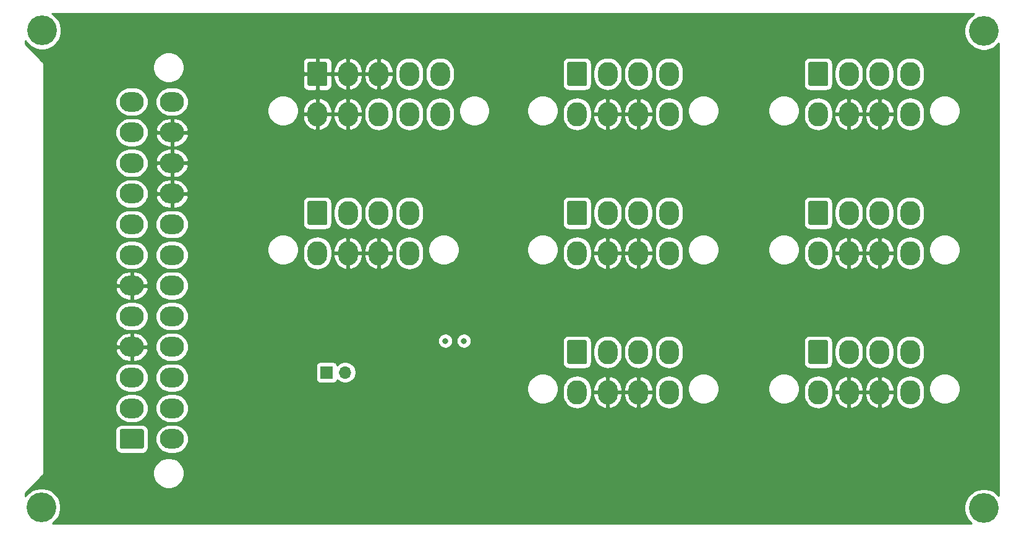
<source format=gbr>
%TF.GenerationSoftware,KiCad,Pcbnew,(5.1.7)-1*%
%TF.CreationDate,2020-11-11T18:46:53-08:00*%
%TF.ProjectId,ATX_PSU_Board,4154585f-5053-4555-9f42-6f6172642e6b,rev?*%
%TF.SameCoordinates,Original*%
%TF.FileFunction,Copper,L3,Inr*%
%TF.FilePolarity,Positive*%
%FSLAX46Y46*%
G04 Gerber Fmt 4.6, Leading zero omitted, Abs format (unit mm)*
G04 Created by KiCad (PCBNEW (5.1.7)-1) date 2020-11-11 18:46:53*
%MOMM*%
%LPD*%
G01*
G04 APERTURE LIST*
%TA.AperFunction,ComponentPad*%
%ADD10O,1.700000X1.700000*%
%TD*%
%TA.AperFunction,ComponentPad*%
%ADD11R,1.700000X1.700000*%
%TD*%
%TA.AperFunction,ComponentPad*%
%ADD12O,2.700000X3.300000*%
%TD*%
%TA.AperFunction,ComponentPad*%
%ADD13C,4.064000*%
%TD*%
%TA.AperFunction,ComponentPad*%
%ADD14O,3.300000X2.700000*%
%TD*%
%TA.AperFunction,ViaPad*%
%ADD15C,0.800000*%
%TD*%
%TA.AperFunction,Conductor*%
%ADD16C,0.254000*%
%TD*%
%TA.AperFunction,Conductor*%
%ADD17C,0.100000*%
%TD*%
G04 APERTURE END LIST*
D10*
%TO.N,GND*%
%TO.C,J1*%
X80010000Y-103124000D03*
D11*
%TO.N,/PS_ON*%
X77470000Y-103124000D03*
%TD*%
D12*
%TO.N,/+12V_SUPPLY*%
%TO.C,J5*%
X157380000Y-67730000D03*
%TO.N,/+5V_SUPPLY*%
X153180000Y-67730000D03*
X148980000Y-67730000D03*
%TO.N,/+3.3V_SUPPLY*%
X144780000Y-67730000D03*
%TO.N,/+12V_SUPPLY*%
X157380000Y-62230000D03*
X153180000Y-62230000D03*
%TO.N,GND*%
X148980000Y-62230000D03*
%TA.AperFunction,ComponentPad*%
G36*
G01*
X143430000Y-63629999D02*
X143430000Y-60830001D01*
G75*
G02*
X143680001Y-60580000I250001J0D01*
G01*
X145879999Y-60580000D01*
G75*
G02*
X146130000Y-60830001I0J-250001D01*
G01*
X146130000Y-63629999D01*
G75*
G02*
X145879999Y-63880000I-250001J0D01*
G01*
X143680001Y-63880000D01*
G75*
G02*
X143430000Y-63629999I0J250001D01*
G01*
G37*
%TD.AperFunction*%
%TD*%
%TO.N,/+12V_SUPPLY*%
%TO.C,J10*%
X157380000Y-105830000D03*
%TO.N,/+5V_SUPPLY*%
X153180000Y-105830000D03*
X148980000Y-105830000D03*
%TO.N,/+3.3V_SUPPLY*%
X144780000Y-105830000D03*
%TO.N,/+12V_SUPPLY*%
X157380000Y-100330000D03*
X153180000Y-100330000D03*
%TO.N,GND*%
X148980000Y-100330000D03*
%TA.AperFunction,ComponentPad*%
G36*
G01*
X143430000Y-101729999D02*
X143430000Y-98930001D01*
G75*
G02*
X143680001Y-98680000I250001J0D01*
G01*
X145879999Y-98680000D01*
G75*
G02*
X146130000Y-98930001I0J-250001D01*
G01*
X146130000Y-101729999D01*
G75*
G02*
X145879999Y-101980000I-250001J0D01*
G01*
X143680001Y-101980000D01*
G75*
G02*
X143430000Y-101729999I0J250001D01*
G01*
G37*
%TD.AperFunction*%
%TD*%
D13*
%TO.N,N/C*%
%TO.C,H4*%
X167436800Y-56337200D03*
%TD*%
%TO.N,N/C*%
%TO.C,H3*%
X38404800Y-121615200D03*
%TD*%
%TO.N,N/C*%
%TO.C,H2*%
X167436800Y-121716800D03*
%TD*%
%TO.N,N/C*%
%TO.C,H1*%
X38506400Y-56286400D03*
%TD*%
D12*
%TO.N,/+12V_SUPPLY*%
%TO.C,J9*%
X124360000Y-105830000D03*
%TO.N,/+5V_SUPPLY*%
X120160000Y-105830000D03*
X115960000Y-105830000D03*
%TO.N,/+3.3V_SUPPLY*%
X111760000Y-105830000D03*
%TO.N,/+12V_SUPPLY*%
X124360000Y-100330000D03*
X120160000Y-100330000D03*
%TO.N,GND*%
X115960000Y-100330000D03*
%TA.AperFunction,ComponentPad*%
G36*
G01*
X110410000Y-101729999D02*
X110410000Y-98930001D01*
G75*
G02*
X110660001Y-98680000I250001J0D01*
G01*
X112859999Y-98680000D01*
G75*
G02*
X113110000Y-98930001I0J-250001D01*
G01*
X113110000Y-101729999D01*
G75*
G02*
X112859999Y-101980000I-250001J0D01*
G01*
X110660001Y-101980000D01*
G75*
G02*
X110410000Y-101729999I0J250001D01*
G01*
G37*
%TD.AperFunction*%
%TD*%
%TO.N,/+12V_SUPPLY*%
%TO.C,J8*%
X157380000Y-86780000D03*
%TO.N,/+5V_SUPPLY*%
X153180000Y-86780000D03*
X148980000Y-86780000D03*
%TO.N,/+3.3V_SUPPLY*%
X144780000Y-86780000D03*
%TO.N,/+12V_SUPPLY*%
X157380000Y-81280000D03*
X153180000Y-81280000D03*
%TO.N,GND*%
X148980000Y-81280000D03*
%TA.AperFunction,ComponentPad*%
G36*
G01*
X143430000Y-82679999D02*
X143430000Y-79880001D01*
G75*
G02*
X143680001Y-79630000I250001J0D01*
G01*
X145879999Y-79630000D01*
G75*
G02*
X146130000Y-79880001I0J-250001D01*
G01*
X146130000Y-82679999D01*
G75*
G02*
X145879999Y-82930000I-250001J0D01*
G01*
X143680001Y-82930000D01*
G75*
G02*
X143430000Y-82679999I0J250001D01*
G01*
G37*
%TD.AperFunction*%
%TD*%
%TO.N,/+12V_SUPPLY*%
%TO.C,J7*%
X124360000Y-86780000D03*
%TO.N,/+5V_SUPPLY*%
X120160000Y-86780000D03*
X115960000Y-86780000D03*
%TO.N,/+3.3V_SUPPLY*%
X111760000Y-86780000D03*
%TO.N,/+12V_SUPPLY*%
X124360000Y-81280000D03*
X120160000Y-81280000D03*
%TO.N,GND*%
X115960000Y-81280000D03*
%TA.AperFunction,ComponentPad*%
G36*
G01*
X110410000Y-82679999D02*
X110410000Y-79880001D01*
G75*
G02*
X110660001Y-79630000I250001J0D01*
G01*
X112859999Y-79630000D01*
G75*
G02*
X113110000Y-79880001I0J-250001D01*
G01*
X113110000Y-82679999D01*
G75*
G02*
X112859999Y-82930000I-250001J0D01*
G01*
X110660001Y-82930000D01*
G75*
G02*
X110410000Y-82679999I0J250001D01*
G01*
G37*
%TD.AperFunction*%
%TD*%
%TO.N,/+12V_SUPPLY*%
%TO.C,J6*%
X88800000Y-86780000D03*
%TO.N,/+5V_SUPPLY*%
X84600000Y-86780000D03*
X80400000Y-86780000D03*
%TO.N,/+3.3V_SUPPLY*%
X76200000Y-86780000D03*
%TO.N,/+12V_SUPPLY*%
X88800000Y-81280000D03*
X84600000Y-81280000D03*
%TO.N,GND*%
X80400000Y-81280000D03*
%TA.AperFunction,ComponentPad*%
G36*
G01*
X74850000Y-82679999D02*
X74850000Y-79880001D01*
G75*
G02*
X75100001Y-79630000I250001J0D01*
G01*
X77299999Y-79630000D01*
G75*
G02*
X77550000Y-79880001I0J-250001D01*
G01*
X77550000Y-82679999D01*
G75*
G02*
X77299999Y-82930000I-250001J0D01*
G01*
X75100001Y-82930000D01*
G75*
G02*
X74850000Y-82679999I0J250001D01*
G01*
G37*
%TD.AperFunction*%
%TD*%
%TO.N,/+12V_SUPPLY*%
%TO.C,J4*%
X124360000Y-67730000D03*
%TO.N,/+5V_SUPPLY*%
X120160000Y-67730000D03*
X115960000Y-67730000D03*
%TO.N,/+3.3V_SUPPLY*%
X111760000Y-67730000D03*
%TO.N,/+12V_SUPPLY*%
X124360000Y-62230000D03*
X120160000Y-62230000D03*
%TO.N,GND*%
X115960000Y-62230000D03*
%TA.AperFunction,ComponentPad*%
G36*
G01*
X110410000Y-63629999D02*
X110410000Y-60830001D01*
G75*
G02*
X110660001Y-60580000I250001J0D01*
G01*
X112859999Y-60580000D01*
G75*
G02*
X113110000Y-60830001I0J-250001D01*
G01*
X113110000Y-63629999D01*
G75*
G02*
X112859999Y-63880000I-250001J0D01*
G01*
X110660001Y-63880000D01*
G75*
G02*
X110410000Y-63629999I0J250001D01*
G01*
G37*
%TD.AperFunction*%
%TD*%
%TO.N,GND*%
%TO.C,J3*%
X93000000Y-67730000D03*
X88800000Y-67730000D03*
%TO.N,/+12V_SUPPLY*%
X84600000Y-67730000D03*
%TO.N,/+5V_SUPPLY*%
X80400000Y-67730000D03*
X76200000Y-67730000D03*
%TO.N,GND*%
X93000000Y-62230000D03*
X88800000Y-62230000D03*
%TO.N,/+5V_SUPPLY*%
X84600000Y-62230000D03*
X80400000Y-62230000D03*
%TA.AperFunction,ComponentPad*%
G36*
G01*
X74850000Y-63629999D02*
X74850000Y-60830001D01*
G75*
G02*
X75100001Y-60580000I250001J0D01*
G01*
X77299999Y-60580000D01*
G75*
G02*
X77550000Y-60830001I0J-250001D01*
G01*
X77550000Y-63629999D01*
G75*
G02*
X77299999Y-63880000I-250001J0D01*
G01*
X75100001Y-63880000D01*
G75*
G02*
X74850000Y-63629999I0J250001D01*
G01*
G37*
%TD.AperFunction*%
%TD*%
D14*
%TO.N,GND*%
%TO.C,J2*%
X56300000Y-66040000D03*
%TO.N,/+5V_SUPPLY*%
X56300000Y-70240000D03*
X56300000Y-74440000D03*
X56300000Y-78640000D03*
%TO.N,Net-(J2-Pad20)*%
X56300000Y-82840000D03*
%TO.N,GND*%
X56300000Y-87040000D03*
X56300000Y-91240000D03*
X56300000Y-95440000D03*
%TO.N,/PS_ON*%
X56300000Y-99640000D03*
%TO.N,GND*%
X56300000Y-103840000D03*
%TO.N,Net-(J2-Pad14)*%
X56300000Y-108040000D03*
%TO.N,/+3.3V_SUPPLY*%
X56300000Y-112240000D03*
X50800000Y-66040000D03*
%TO.N,/+12V_SUPPLY*%
X50800000Y-70240000D03*
X50800000Y-74440000D03*
%TO.N,/+5VSB_SUPPLY*%
X50800000Y-78640000D03*
%TO.N,/PWR_OK*%
X50800000Y-82840000D03*
%TO.N,GND*%
X50800000Y-87040000D03*
%TO.N,/+5V_SUPPLY*%
X50800000Y-91240000D03*
%TO.N,GND*%
X50800000Y-95440000D03*
%TO.N,/+5V_SUPPLY*%
X50800000Y-99640000D03*
%TO.N,GND*%
X50800000Y-103840000D03*
%TO.N,/+3.3V_SUPPLY*%
X50800000Y-108040000D03*
%TA.AperFunction,ComponentPad*%
G36*
G01*
X52199999Y-113590000D02*
X49400001Y-113590000D01*
G75*
G02*
X49150000Y-113339999I0J250001D01*
G01*
X49150000Y-111140001D01*
G75*
G02*
X49400001Y-110890000I250001J0D01*
G01*
X52199999Y-110890000D01*
G75*
G02*
X52450000Y-111140001I0J-250001D01*
G01*
X52450000Y-113339999D01*
G75*
G02*
X52199999Y-113590000I-250001J0D01*
G01*
G37*
%TD.AperFunction*%
%TD*%
D15*
%TO.N,/+5V_SUPPLY*%
X91186000Y-98806000D03*
%TO.N,/+3.3V_SUPPLY*%
X93726000Y-98806000D03*
%TO.N,/+12V_SUPPLY*%
X96266000Y-98806000D03*
%TD*%
D16*
%TO.N,/+5V_SUPPLY*%
X165736687Y-54265606D02*
X165365206Y-54637087D01*
X165073336Y-55073902D01*
X164872292Y-55559265D01*
X164769800Y-56074523D01*
X164769800Y-56599877D01*
X164872292Y-57115135D01*
X165073336Y-57600498D01*
X165365206Y-58037313D01*
X165736687Y-58408794D01*
X166173502Y-58700664D01*
X166658865Y-58901708D01*
X167174123Y-59004200D01*
X167699477Y-59004200D01*
X168214735Y-58901708D01*
X168700098Y-58700664D01*
X169136913Y-58408794D01*
X169508394Y-58037313D01*
X169520001Y-58019942D01*
X169520000Y-120034057D01*
X169508394Y-120016687D01*
X169136913Y-119645206D01*
X168700098Y-119353336D01*
X168214735Y-119152292D01*
X167699477Y-119049800D01*
X167174123Y-119049800D01*
X166658865Y-119152292D01*
X166173502Y-119353336D01*
X165736687Y-119645206D01*
X165365206Y-120016687D01*
X165073336Y-120453502D01*
X164872292Y-120938865D01*
X164769800Y-121454123D01*
X164769800Y-121979477D01*
X164872292Y-122494735D01*
X165073336Y-122980098D01*
X165365206Y-123416913D01*
X165736687Y-123788394D01*
X165754057Y-123800000D01*
X39935488Y-123800000D01*
X40104913Y-123686794D01*
X40476394Y-123315313D01*
X40768264Y-122878498D01*
X40969308Y-122393135D01*
X41071800Y-121877877D01*
X41071800Y-121352523D01*
X40969308Y-120837265D01*
X40768264Y-120351902D01*
X40476394Y-119915087D01*
X40104913Y-119543606D01*
X39668098Y-119251736D01*
X39182735Y-119050692D01*
X38667477Y-118948200D01*
X38142123Y-118948200D01*
X37626865Y-119050692D01*
X37141502Y-119251736D01*
X36704687Y-119543606D01*
X36333206Y-119915087D01*
X36220000Y-120084512D01*
X36220000Y-119653380D01*
X38543769Y-117329612D01*
X38568948Y-117308948D01*
X38651425Y-117208450D01*
X38712710Y-117093793D01*
X38750450Y-116969383D01*
X38760000Y-116872419D01*
X38760000Y-116872410D01*
X38763192Y-116840001D01*
X38760000Y-116807592D01*
X38760000Y-116729721D01*
X53705000Y-116729721D01*
X53705000Y-117150279D01*
X53787047Y-117562756D01*
X53947988Y-117951302D01*
X54181637Y-118300983D01*
X54479017Y-118598363D01*
X54828698Y-118832012D01*
X55217244Y-118992953D01*
X55629721Y-119075000D01*
X56050279Y-119075000D01*
X56462756Y-118992953D01*
X56851302Y-118832012D01*
X57200983Y-118598363D01*
X57498363Y-118300983D01*
X57732012Y-117951302D01*
X57892953Y-117562756D01*
X57975000Y-117150279D01*
X57975000Y-116729721D01*
X57892953Y-116317244D01*
X57732012Y-115928698D01*
X57498363Y-115579017D01*
X57200983Y-115281637D01*
X56851302Y-115047988D01*
X56462756Y-114887047D01*
X56050279Y-114805000D01*
X55629721Y-114805000D01*
X55217244Y-114887047D01*
X54828698Y-115047988D01*
X54479017Y-115281637D01*
X54181637Y-115579017D01*
X53947988Y-115928698D01*
X53787047Y-116317244D01*
X53705000Y-116729721D01*
X38760000Y-116729721D01*
X38760000Y-111140001D01*
X48511928Y-111140001D01*
X48511928Y-113339999D01*
X48528992Y-113513253D01*
X48579529Y-113679850D01*
X48661595Y-113833386D01*
X48772039Y-113967961D01*
X48906614Y-114078405D01*
X49060150Y-114160471D01*
X49226747Y-114211008D01*
X49400001Y-114228072D01*
X52199999Y-114228072D01*
X52373253Y-114211008D01*
X52539850Y-114160471D01*
X52693386Y-114078405D01*
X52827961Y-113967961D01*
X52938405Y-113833386D01*
X53020471Y-113679850D01*
X53071008Y-113513253D01*
X53088072Y-113339999D01*
X53088072Y-112240000D01*
X54005396Y-112240000D01*
X54043722Y-112629128D01*
X54157226Y-113003302D01*
X54341547Y-113348143D01*
X54589602Y-113650398D01*
X54891857Y-113898453D01*
X55236698Y-114082774D01*
X55610872Y-114196278D01*
X55902490Y-114225000D01*
X56697510Y-114225000D01*
X56989128Y-114196278D01*
X57363302Y-114082774D01*
X57708143Y-113898453D01*
X58010398Y-113650398D01*
X58258453Y-113348143D01*
X58442774Y-113003302D01*
X58556278Y-112629128D01*
X58594604Y-112240000D01*
X58556278Y-111850872D01*
X58442774Y-111476698D01*
X58258453Y-111131857D01*
X58010398Y-110829602D01*
X57708143Y-110581547D01*
X57363302Y-110397226D01*
X56989128Y-110283722D01*
X56697510Y-110255000D01*
X55902490Y-110255000D01*
X55610872Y-110283722D01*
X55236698Y-110397226D01*
X54891857Y-110581547D01*
X54589602Y-110829602D01*
X54341547Y-111131857D01*
X54157226Y-111476698D01*
X54043722Y-111850872D01*
X54005396Y-112240000D01*
X53088072Y-112240000D01*
X53088072Y-111140001D01*
X53071008Y-110966747D01*
X53020471Y-110800150D01*
X52938405Y-110646614D01*
X52827961Y-110512039D01*
X52693386Y-110401595D01*
X52539850Y-110319529D01*
X52373253Y-110268992D01*
X52199999Y-110251928D01*
X49400001Y-110251928D01*
X49226747Y-110268992D01*
X49060150Y-110319529D01*
X48906614Y-110401595D01*
X48772039Y-110512039D01*
X48661595Y-110646614D01*
X48579529Y-110800150D01*
X48528992Y-110966747D01*
X48511928Y-111140001D01*
X38760000Y-111140001D01*
X38760000Y-108040000D01*
X48505396Y-108040000D01*
X48543722Y-108429128D01*
X48657226Y-108803302D01*
X48841547Y-109148143D01*
X49089602Y-109450398D01*
X49391857Y-109698453D01*
X49736698Y-109882774D01*
X50110872Y-109996278D01*
X50402490Y-110025000D01*
X51197510Y-110025000D01*
X51489128Y-109996278D01*
X51863302Y-109882774D01*
X52208143Y-109698453D01*
X52510398Y-109450398D01*
X52758453Y-109148143D01*
X52942774Y-108803302D01*
X53056278Y-108429128D01*
X53094604Y-108040000D01*
X54005396Y-108040000D01*
X54043722Y-108429128D01*
X54157226Y-108803302D01*
X54341547Y-109148143D01*
X54589602Y-109450398D01*
X54891857Y-109698453D01*
X55236698Y-109882774D01*
X55610872Y-109996278D01*
X55902490Y-110025000D01*
X56697510Y-110025000D01*
X56989128Y-109996278D01*
X57363302Y-109882774D01*
X57708143Y-109698453D01*
X58010398Y-109450398D01*
X58258453Y-109148143D01*
X58442774Y-108803302D01*
X58556278Y-108429128D01*
X58594604Y-108040000D01*
X58556278Y-107650872D01*
X58442774Y-107276698D01*
X58258453Y-106931857D01*
X58010398Y-106629602D01*
X57708143Y-106381547D01*
X57363302Y-106197226D01*
X56989128Y-106083722D01*
X56697510Y-106055000D01*
X55902490Y-106055000D01*
X55610872Y-106083722D01*
X55236698Y-106197226D01*
X54891857Y-106381547D01*
X54589602Y-106629602D01*
X54341547Y-106931857D01*
X54157226Y-107276698D01*
X54043722Y-107650872D01*
X54005396Y-108040000D01*
X53094604Y-108040000D01*
X53056278Y-107650872D01*
X52942774Y-107276698D01*
X52758453Y-106931857D01*
X52510398Y-106629602D01*
X52208143Y-106381547D01*
X51863302Y-106197226D01*
X51489128Y-106083722D01*
X51197510Y-106055000D01*
X50402490Y-106055000D01*
X50110872Y-106083722D01*
X49736698Y-106197226D01*
X49391857Y-106381547D01*
X49089602Y-106629602D01*
X48841547Y-106931857D01*
X48657226Y-107276698D01*
X48543722Y-107650872D01*
X48505396Y-108040000D01*
X38760000Y-108040000D01*
X38760000Y-103840000D01*
X48505396Y-103840000D01*
X48543722Y-104229128D01*
X48657226Y-104603302D01*
X48841547Y-104948143D01*
X49089602Y-105250398D01*
X49391857Y-105498453D01*
X49736698Y-105682774D01*
X50110872Y-105796278D01*
X50402490Y-105825000D01*
X51197510Y-105825000D01*
X51489128Y-105796278D01*
X51863302Y-105682774D01*
X52208143Y-105498453D01*
X52510398Y-105250398D01*
X52758453Y-104948143D01*
X52942774Y-104603302D01*
X53056278Y-104229128D01*
X53094604Y-103840000D01*
X54005396Y-103840000D01*
X54043722Y-104229128D01*
X54157226Y-104603302D01*
X54341547Y-104948143D01*
X54589602Y-105250398D01*
X54891857Y-105498453D01*
X55236698Y-105682774D01*
X55610872Y-105796278D01*
X55902490Y-105825000D01*
X56697510Y-105825000D01*
X56989128Y-105796278D01*
X57363302Y-105682774D01*
X57708143Y-105498453D01*
X58010398Y-105250398D01*
X58084814Y-105159721D01*
X104925000Y-105159721D01*
X104925000Y-105580279D01*
X105007047Y-105992756D01*
X105167988Y-106381302D01*
X105401637Y-106730983D01*
X105699017Y-107028363D01*
X106048698Y-107262012D01*
X106437244Y-107422953D01*
X106849721Y-107505000D01*
X107270279Y-107505000D01*
X107682756Y-107422953D01*
X108071302Y-107262012D01*
X108420983Y-107028363D01*
X108718363Y-106730983D01*
X108952012Y-106381302D01*
X109112953Y-105992756D01*
X109195000Y-105580279D01*
X109195000Y-105432491D01*
X109775000Y-105432491D01*
X109775000Y-106227510D01*
X109803722Y-106519128D01*
X109917226Y-106893302D01*
X110101547Y-107238143D01*
X110349603Y-107540398D01*
X110651858Y-107788453D01*
X110996699Y-107972774D01*
X111370873Y-108086278D01*
X111760000Y-108124604D01*
X112149128Y-108086278D01*
X112523302Y-107972774D01*
X112868143Y-107788453D01*
X113170398Y-107540398D01*
X113418453Y-107238143D01*
X113602774Y-106893302D01*
X113716278Y-106519127D01*
X113745000Y-106227509D01*
X113745000Y-105957000D01*
X113975000Y-105957000D01*
X113975000Y-106257000D01*
X114037918Y-106641814D01*
X114174700Y-107006959D01*
X114380090Y-107338403D01*
X114646195Y-107623409D01*
X114962789Y-107851024D01*
X115317705Y-108012501D01*
X115524677Y-108066677D01*
X115833000Y-107951829D01*
X115833000Y-105957000D01*
X116087000Y-105957000D01*
X116087000Y-107951829D01*
X116395323Y-108066677D01*
X116602295Y-108012501D01*
X116957211Y-107851024D01*
X117273805Y-107623409D01*
X117539910Y-107338403D01*
X117745300Y-107006959D01*
X117882082Y-106641814D01*
X117945000Y-106257000D01*
X117945000Y-105957000D01*
X118175000Y-105957000D01*
X118175000Y-106257000D01*
X118237918Y-106641814D01*
X118374700Y-107006959D01*
X118580090Y-107338403D01*
X118846195Y-107623409D01*
X119162789Y-107851024D01*
X119517705Y-108012501D01*
X119724677Y-108066677D01*
X120033000Y-107951829D01*
X120033000Y-105957000D01*
X120287000Y-105957000D01*
X120287000Y-107951829D01*
X120595323Y-108066677D01*
X120802295Y-108012501D01*
X121157211Y-107851024D01*
X121473805Y-107623409D01*
X121739910Y-107338403D01*
X121945300Y-107006959D01*
X122082082Y-106641814D01*
X122145000Y-106257000D01*
X122145000Y-105957000D01*
X120287000Y-105957000D01*
X120033000Y-105957000D01*
X118175000Y-105957000D01*
X117945000Y-105957000D01*
X116087000Y-105957000D01*
X115833000Y-105957000D01*
X113975000Y-105957000D01*
X113745000Y-105957000D01*
X113745000Y-105432490D01*
X113742096Y-105403000D01*
X113975000Y-105403000D01*
X113975000Y-105703000D01*
X115833000Y-105703000D01*
X115833000Y-103708171D01*
X116087000Y-103708171D01*
X116087000Y-105703000D01*
X117945000Y-105703000D01*
X117945000Y-105403000D01*
X118175000Y-105403000D01*
X118175000Y-105703000D01*
X120033000Y-105703000D01*
X120033000Y-103708171D01*
X120287000Y-103708171D01*
X120287000Y-105703000D01*
X122145000Y-105703000D01*
X122145000Y-105432491D01*
X122375000Y-105432491D01*
X122375000Y-106227510D01*
X122403722Y-106519128D01*
X122517226Y-106893302D01*
X122701547Y-107238143D01*
X122949603Y-107540398D01*
X123251858Y-107788453D01*
X123596699Y-107972774D01*
X123970873Y-108086278D01*
X124360000Y-108124604D01*
X124749128Y-108086278D01*
X125123302Y-107972774D01*
X125468143Y-107788453D01*
X125770398Y-107540398D01*
X126018453Y-107238143D01*
X126202774Y-106893302D01*
X126316278Y-106519127D01*
X126345000Y-106227509D01*
X126345000Y-105432490D01*
X126318135Y-105159721D01*
X126925000Y-105159721D01*
X126925000Y-105580279D01*
X127007047Y-105992756D01*
X127167988Y-106381302D01*
X127401637Y-106730983D01*
X127699017Y-107028363D01*
X128048698Y-107262012D01*
X128437244Y-107422953D01*
X128849721Y-107505000D01*
X129270279Y-107505000D01*
X129682756Y-107422953D01*
X130071302Y-107262012D01*
X130420983Y-107028363D01*
X130718363Y-106730983D01*
X130952012Y-106381302D01*
X131112953Y-105992756D01*
X131195000Y-105580279D01*
X131195000Y-105159721D01*
X137945000Y-105159721D01*
X137945000Y-105580279D01*
X138027047Y-105992756D01*
X138187988Y-106381302D01*
X138421637Y-106730983D01*
X138719017Y-107028363D01*
X139068698Y-107262012D01*
X139457244Y-107422953D01*
X139869721Y-107505000D01*
X140290279Y-107505000D01*
X140702756Y-107422953D01*
X141091302Y-107262012D01*
X141440983Y-107028363D01*
X141738363Y-106730983D01*
X141972012Y-106381302D01*
X142132953Y-105992756D01*
X142215000Y-105580279D01*
X142215000Y-105432491D01*
X142795000Y-105432491D01*
X142795000Y-106227510D01*
X142823722Y-106519128D01*
X142937226Y-106893302D01*
X143121547Y-107238143D01*
X143369603Y-107540398D01*
X143671858Y-107788453D01*
X144016699Y-107972774D01*
X144390873Y-108086278D01*
X144780000Y-108124604D01*
X145169128Y-108086278D01*
X145543302Y-107972774D01*
X145888143Y-107788453D01*
X146190398Y-107540398D01*
X146438453Y-107238143D01*
X146622774Y-106893302D01*
X146736278Y-106519127D01*
X146765000Y-106227509D01*
X146765000Y-105957000D01*
X146995000Y-105957000D01*
X146995000Y-106257000D01*
X147057918Y-106641814D01*
X147194700Y-107006959D01*
X147400090Y-107338403D01*
X147666195Y-107623409D01*
X147982789Y-107851024D01*
X148337705Y-108012501D01*
X148544677Y-108066677D01*
X148853000Y-107951829D01*
X148853000Y-105957000D01*
X149107000Y-105957000D01*
X149107000Y-107951829D01*
X149415323Y-108066677D01*
X149622295Y-108012501D01*
X149977211Y-107851024D01*
X150293805Y-107623409D01*
X150559910Y-107338403D01*
X150765300Y-107006959D01*
X150902082Y-106641814D01*
X150965000Y-106257000D01*
X150965000Y-105957000D01*
X151195000Y-105957000D01*
X151195000Y-106257000D01*
X151257918Y-106641814D01*
X151394700Y-107006959D01*
X151600090Y-107338403D01*
X151866195Y-107623409D01*
X152182789Y-107851024D01*
X152537705Y-108012501D01*
X152744677Y-108066677D01*
X153053000Y-107951829D01*
X153053000Y-105957000D01*
X153307000Y-105957000D01*
X153307000Y-107951829D01*
X153615323Y-108066677D01*
X153822295Y-108012501D01*
X154177211Y-107851024D01*
X154493805Y-107623409D01*
X154759910Y-107338403D01*
X154965300Y-107006959D01*
X155102082Y-106641814D01*
X155165000Y-106257000D01*
X155165000Y-105957000D01*
X153307000Y-105957000D01*
X153053000Y-105957000D01*
X151195000Y-105957000D01*
X150965000Y-105957000D01*
X149107000Y-105957000D01*
X148853000Y-105957000D01*
X146995000Y-105957000D01*
X146765000Y-105957000D01*
X146765000Y-105432490D01*
X146762096Y-105403000D01*
X146995000Y-105403000D01*
X146995000Y-105703000D01*
X148853000Y-105703000D01*
X148853000Y-103708171D01*
X149107000Y-103708171D01*
X149107000Y-105703000D01*
X150965000Y-105703000D01*
X150965000Y-105403000D01*
X151195000Y-105403000D01*
X151195000Y-105703000D01*
X153053000Y-105703000D01*
X153053000Y-103708171D01*
X153307000Y-103708171D01*
X153307000Y-105703000D01*
X155165000Y-105703000D01*
X155165000Y-105432491D01*
X155395000Y-105432491D01*
X155395000Y-106227510D01*
X155423722Y-106519128D01*
X155537226Y-106893302D01*
X155721547Y-107238143D01*
X155969603Y-107540398D01*
X156271858Y-107788453D01*
X156616699Y-107972774D01*
X156990873Y-108086278D01*
X157380000Y-108124604D01*
X157769128Y-108086278D01*
X158143302Y-107972774D01*
X158488143Y-107788453D01*
X158790398Y-107540398D01*
X159038453Y-107238143D01*
X159222774Y-106893302D01*
X159336278Y-106519127D01*
X159365000Y-106227509D01*
X159365000Y-105432490D01*
X159338135Y-105159721D01*
X159945000Y-105159721D01*
X159945000Y-105580279D01*
X160027047Y-105992756D01*
X160187988Y-106381302D01*
X160421637Y-106730983D01*
X160719017Y-107028363D01*
X161068698Y-107262012D01*
X161457244Y-107422953D01*
X161869721Y-107505000D01*
X162290279Y-107505000D01*
X162702756Y-107422953D01*
X163091302Y-107262012D01*
X163440983Y-107028363D01*
X163738363Y-106730983D01*
X163972012Y-106381302D01*
X164132953Y-105992756D01*
X164215000Y-105580279D01*
X164215000Y-105159721D01*
X164132953Y-104747244D01*
X163972012Y-104358698D01*
X163738363Y-104009017D01*
X163440983Y-103711637D01*
X163091302Y-103477988D01*
X162702756Y-103317047D01*
X162290279Y-103235000D01*
X161869721Y-103235000D01*
X161457244Y-103317047D01*
X161068698Y-103477988D01*
X160719017Y-103711637D01*
X160421637Y-104009017D01*
X160187988Y-104358698D01*
X160027047Y-104747244D01*
X159945000Y-105159721D01*
X159338135Y-105159721D01*
X159336278Y-105140872D01*
X159222774Y-104766698D01*
X159038453Y-104421857D01*
X158790398Y-104119602D01*
X158488143Y-103871547D01*
X158143301Y-103687226D01*
X157769127Y-103573722D01*
X157380000Y-103535396D01*
X156990872Y-103573722D01*
X156616698Y-103687226D01*
X156271857Y-103871547D01*
X155969602Y-104119602D01*
X155721547Y-104421857D01*
X155537226Y-104766699D01*
X155423722Y-105140873D01*
X155395000Y-105432491D01*
X155165000Y-105432491D01*
X155165000Y-105403000D01*
X155102082Y-105018186D01*
X154965300Y-104653041D01*
X154759910Y-104321597D01*
X154493805Y-104036591D01*
X154177211Y-103808976D01*
X153822295Y-103647499D01*
X153615323Y-103593323D01*
X153307000Y-103708171D01*
X153053000Y-103708171D01*
X152744677Y-103593323D01*
X152537705Y-103647499D01*
X152182789Y-103808976D01*
X151866195Y-104036591D01*
X151600090Y-104321597D01*
X151394700Y-104653041D01*
X151257918Y-105018186D01*
X151195000Y-105403000D01*
X150965000Y-105403000D01*
X150902082Y-105018186D01*
X150765300Y-104653041D01*
X150559910Y-104321597D01*
X150293805Y-104036591D01*
X149977211Y-103808976D01*
X149622295Y-103647499D01*
X149415323Y-103593323D01*
X149107000Y-103708171D01*
X148853000Y-103708171D01*
X148544677Y-103593323D01*
X148337705Y-103647499D01*
X147982789Y-103808976D01*
X147666195Y-104036591D01*
X147400090Y-104321597D01*
X147194700Y-104653041D01*
X147057918Y-105018186D01*
X146995000Y-105403000D01*
X146762096Y-105403000D01*
X146736278Y-105140872D01*
X146622774Y-104766698D01*
X146438453Y-104421857D01*
X146190398Y-104119602D01*
X145888143Y-103871547D01*
X145543301Y-103687226D01*
X145169127Y-103573722D01*
X144780000Y-103535396D01*
X144390872Y-103573722D01*
X144016698Y-103687226D01*
X143671857Y-103871547D01*
X143369602Y-104119602D01*
X143121547Y-104421857D01*
X142937226Y-104766699D01*
X142823722Y-105140873D01*
X142795000Y-105432491D01*
X142215000Y-105432491D01*
X142215000Y-105159721D01*
X142132953Y-104747244D01*
X141972012Y-104358698D01*
X141738363Y-104009017D01*
X141440983Y-103711637D01*
X141091302Y-103477988D01*
X140702756Y-103317047D01*
X140290279Y-103235000D01*
X139869721Y-103235000D01*
X139457244Y-103317047D01*
X139068698Y-103477988D01*
X138719017Y-103711637D01*
X138421637Y-104009017D01*
X138187988Y-104358698D01*
X138027047Y-104747244D01*
X137945000Y-105159721D01*
X131195000Y-105159721D01*
X131112953Y-104747244D01*
X130952012Y-104358698D01*
X130718363Y-104009017D01*
X130420983Y-103711637D01*
X130071302Y-103477988D01*
X129682756Y-103317047D01*
X129270279Y-103235000D01*
X128849721Y-103235000D01*
X128437244Y-103317047D01*
X128048698Y-103477988D01*
X127699017Y-103711637D01*
X127401637Y-104009017D01*
X127167988Y-104358698D01*
X127007047Y-104747244D01*
X126925000Y-105159721D01*
X126318135Y-105159721D01*
X126316278Y-105140872D01*
X126202774Y-104766698D01*
X126018453Y-104421857D01*
X125770398Y-104119602D01*
X125468143Y-103871547D01*
X125123301Y-103687226D01*
X124749127Y-103573722D01*
X124360000Y-103535396D01*
X123970872Y-103573722D01*
X123596698Y-103687226D01*
X123251857Y-103871547D01*
X122949602Y-104119602D01*
X122701547Y-104421857D01*
X122517226Y-104766699D01*
X122403722Y-105140873D01*
X122375000Y-105432491D01*
X122145000Y-105432491D01*
X122145000Y-105403000D01*
X122082082Y-105018186D01*
X121945300Y-104653041D01*
X121739910Y-104321597D01*
X121473805Y-104036591D01*
X121157211Y-103808976D01*
X120802295Y-103647499D01*
X120595323Y-103593323D01*
X120287000Y-103708171D01*
X120033000Y-103708171D01*
X119724677Y-103593323D01*
X119517705Y-103647499D01*
X119162789Y-103808976D01*
X118846195Y-104036591D01*
X118580090Y-104321597D01*
X118374700Y-104653041D01*
X118237918Y-105018186D01*
X118175000Y-105403000D01*
X117945000Y-105403000D01*
X117882082Y-105018186D01*
X117745300Y-104653041D01*
X117539910Y-104321597D01*
X117273805Y-104036591D01*
X116957211Y-103808976D01*
X116602295Y-103647499D01*
X116395323Y-103593323D01*
X116087000Y-103708171D01*
X115833000Y-103708171D01*
X115524677Y-103593323D01*
X115317705Y-103647499D01*
X114962789Y-103808976D01*
X114646195Y-104036591D01*
X114380090Y-104321597D01*
X114174700Y-104653041D01*
X114037918Y-105018186D01*
X113975000Y-105403000D01*
X113742096Y-105403000D01*
X113716278Y-105140872D01*
X113602774Y-104766698D01*
X113418453Y-104421857D01*
X113170398Y-104119602D01*
X112868143Y-103871547D01*
X112523301Y-103687226D01*
X112149127Y-103573722D01*
X111760000Y-103535396D01*
X111370872Y-103573722D01*
X110996698Y-103687226D01*
X110651857Y-103871547D01*
X110349602Y-104119602D01*
X110101547Y-104421857D01*
X109917226Y-104766699D01*
X109803722Y-105140873D01*
X109775000Y-105432491D01*
X109195000Y-105432491D01*
X109195000Y-105159721D01*
X109112953Y-104747244D01*
X108952012Y-104358698D01*
X108718363Y-104009017D01*
X108420983Y-103711637D01*
X108071302Y-103477988D01*
X107682756Y-103317047D01*
X107270279Y-103235000D01*
X106849721Y-103235000D01*
X106437244Y-103317047D01*
X106048698Y-103477988D01*
X105699017Y-103711637D01*
X105401637Y-104009017D01*
X105167988Y-104358698D01*
X105007047Y-104747244D01*
X104925000Y-105159721D01*
X58084814Y-105159721D01*
X58258453Y-104948143D01*
X58442774Y-104603302D01*
X58556278Y-104229128D01*
X58594604Y-103840000D01*
X58556278Y-103450872D01*
X58442774Y-103076698D01*
X58258453Y-102731857D01*
X58010398Y-102429602D01*
X57820797Y-102274000D01*
X75981928Y-102274000D01*
X75981928Y-103974000D01*
X75994188Y-104098482D01*
X76030498Y-104218180D01*
X76089463Y-104328494D01*
X76168815Y-104425185D01*
X76265506Y-104504537D01*
X76375820Y-104563502D01*
X76495518Y-104599812D01*
X76620000Y-104612072D01*
X78320000Y-104612072D01*
X78444482Y-104599812D01*
X78564180Y-104563502D01*
X78674494Y-104504537D01*
X78771185Y-104425185D01*
X78850537Y-104328494D01*
X78909502Y-104218180D01*
X78931513Y-104145620D01*
X79063368Y-104277475D01*
X79306589Y-104439990D01*
X79576842Y-104551932D01*
X79863740Y-104609000D01*
X80156260Y-104609000D01*
X80443158Y-104551932D01*
X80713411Y-104439990D01*
X80956632Y-104277475D01*
X81163475Y-104070632D01*
X81325990Y-103827411D01*
X81437932Y-103557158D01*
X81495000Y-103270260D01*
X81495000Y-102977740D01*
X81437932Y-102690842D01*
X81325990Y-102420589D01*
X81163475Y-102177368D01*
X80956632Y-101970525D01*
X80713411Y-101808010D01*
X80443158Y-101696068D01*
X80156260Y-101639000D01*
X79863740Y-101639000D01*
X79576842Y-101696068D01*
X79306589Y-101808010D01*
X79063368Y-101970525D01*
X78931513Y-102102380D01*
X78909502Y-102029820D01*
X78850537Y-101919506D01*
X78771185Y-101822815D01*
X78674494Y-101743463D01*
X78564180Y-101684498D01*
X78444482Y-101648188D01*
X78320000Y-101635928D01*
X76620000Y-101635928D01*
X76495518Y-101648188D01*
X76375820Y-101684498D01*
X76265506Y-101743463D01*
X76168815Y-101822815D01*
X76089463Y-101919506D01*
X76030498Y-102029820D01*
X75994188Y-102149518D01*
X75981928Y-102274000D01*
X57820797Y-102274000D01*
X57708143Y-102181547D01*
X57363302Y-101997226D01*
X56989128Y-101883722D01*
X56697510Y-101855000D01*
X55902490Y-101855000D01*
X55610872Y-101883722D01*
X55236698Y-101997226D01*
X54891857Y-102181547D01*
X54589602Y-102429602D01*
X54341547Y-102731857D01*
X54157226Y-103076698D01*
X54043722Y-103450872D01*
X54005396Y-103840000D01*
X53094604Y-103840000D01*
X53056278Y-103450872D01*
X52942774Y-103076698D01*
X52758453Y-102731857D01*
X52510398Y-102429602D01*
X52208143Y-102181547D01*
X51863302Y-101997226D01*
X51489128Y-101883722D01*
X51197510Y-101855000D01*
X50402490Y-101855000D01*
X50110872Y-101883722D01*
X49736698Y-101997226D01*
X49391857Y-102181547D01*
X49089602Y-102429602D01*
X48841547Y-102731857D01*
X48657226Y-103076698D01*
X48543722Y-103450872D01*
X48505396Y-103840000D01*
X38760000Y-103840000D01*
X38760000Y-100075323D01*
X48563323Y-100075323D01*
X48617499Y-100282295D01*
X48778976Y-100637211D01*
X49006591Y-100953805D01*
X49291597Y-101219910D01*
X49623041Y-101425300D01*
X49988186Y-101562082D01*
X50373000Y-101625000D01*
X50673000Y-101625000D01*
X50673000Y-99767000D01*
X50927000Y-99767000D01*
X50927000Y-101625000D01*
X51227000Y-101625000D01*
X51611814Y-101562082D01*
X51976959Y-101425300D01*
X52308403Y-101219910D01*
X52593409Y-100953805D01*
X52821024Y-100637211D01*
X52982501Y-100282295D01*
X53036677Y-100075323D01*
X52921829Y-99767000D01*
X50927000Y-99767000D01*
X50673000Y-99767000D01*
X48678171Y-99767000D01*
X48563323Y-100075323D01*
X38760000Y-100075323D01*
X38760000Y-99640000D01*
X54005396Y-99640000D01*
X54043722Y-100029128D01*
X54157226Y-100403302D01*
X54341547Y-100748143D01*
X54589602Y-101050398D01*
X54891857Y-101298453D01*
X55236698Y-101482774D01*
X55610872Y-101596278D01*
X55902490Y-101625000D01*
X56697510Y-101625000D01*
X56989128Y-101596278D01*
X57363302Y-101482774D01*
X57708143Y-101298453D01*
X58010398Y-101050398D01*
X58258453Y-100748143D01*
X58442774Y-100403302D01*
X58556278Y-100029128D01*
X58594604Y-99640000D01*
X58556278Y-99250872D01*
X58442774Y-98876698D01*
X58350498Y-98704061D01*
X92691000Y-98704061D01*
X92691000Y-98907939D01*
X92730774Y-99107898D01*
X92808795Y-99296256D01*
X92922063Y-99465774D01*
X93066226Y-99609937D01*
X93235744Y-99723205D01*
X93424102Y-99801226D01*
X93624061Y-99841000D01*
X93827939Y-99841000D01*
X94027898Y-99801226D01*
X94216256Y-99723205D01*
X94385774Y-99609937D01*
X94529937Y-99465774D01*
X94643205Y-99296256D01*
X94721226Y-99107898D01*
X94761000Y-98907939D01*
X94761000Y-98704061D01*
X95231000Y-98704061D01*
X95231000Y-98907939D01*
X95270774Y-99107898D01*
X95348795Y-99296256D01*
X95462063Y-99465774D01*
X95606226Y-99609937D01*
X95775744Y-99723205D01*
X95964102Y-99801226D01*
X96164061Y-99841000D01*
X96367939Y-99841000D01*
X96567898Y-99801226D01*
X96756256Y-99723205D01*
X96925774Y-99609937D01*
X97069937Y-99465774D01*
X97183205Y-99296256D01*
X97261226Y-99107898D01*
X97296611Y-98930001D01*
X109771928Y-98930001D01*
X109771928Y-101729999D01*
X109788992Y-101903253D01*
X109839529Y-102069850D01*
X109921595Y-102223386D01*
X110032039Y-102357961D01*
X110166614Y-102468405D01*
X110320150Y-102550471D01*
X110486747Y-102601008D01*
X110660001Y-102618072D01*
X112859999Y-102618072D01*
X113033253Y-102601008D01*
X113199850Y-102550471D01*
X113353386Y-102468405D01*
X113487961Y-102357961D01*
X113598405Y-102223386D01*
X113680471Y-102069850D01*
X113731008Y-101903253D01*
X113748072Y-101729999D01*
X113748072Y-99932491D01*
X113975000Y-99932491D01*
X113975000Y-100727510D01*
X114003722Y-101019128D01*
X114117226Y-101393302D01*
X114301547Y-101738143D01*
X114549603Y-102040398D01*
X114851858Y-102288453D01*
X115196699Y-102472774D01*
X115570873Y-102586278D01*
X115960000Y-102624604D01*
X116349128Y-102586278D01*
X116723302Y-102472774D01*
X117068143Y-102288453D01*
X117370398Y-102040398D01*
X117618453Y-101738143D01*
X117802774Y-101393302D01*
X117916278Y-101019127D01*
X117945000Y-100727509D01*
X117945000Y-99932491D01*
X118175000Y-99932491D01*
X118175000Y-100727510D01*
X118203722Y-101019128D01*
X118317226Y-101393302D01*
X118501547Y-101738143D01*
X118749603Y-102040398D01*
X119051858Y-102288453D01*
X119396699Y-102472774D01*
X119770873Y-102586278D01*
X120160000Y-102624604D01*
X120549128Y-102586278D01*
X120923302Y-102472774D01*
X121268143Y-102288453D01*
X121570398Y-102040398D01*
X121818453Y-101738143D01*
X122002774Y-101393302D01*
X122116278Y-101019127D01*
X122145000Y-100727509D01*
X122145000Y-99932491D01*
X122375000Y-99932491D01*
X122375000Y-100727510D01*
X122403722Y-101019128D01*
X122517226Y-101393302D01*
X122701547Y-101738143D01*
X122949603Y-102040398D01*
X123251858Y-102288453D01*
X123596699Y-102472774D01*
X123970873Y-102586278D01*
X124360000Y-102624604D01*
X124749128Y-102586278D01*
X125123302Y-102472774D01*
X125468143Y-102288453D01*
X125770398Y-102040398D01*
X126018453Y-101738143D01*
X126202774Y-101393302D01*
X126316278Y-101019127D01*
X126345000Y-100727509D01*
X126345000Y-99932490D01*
X126316278Y-99640872D01*
X126202774Y-99266698D01*
X126022807Y-98930001D01*
X142791928Y-98930001D01*
X142791928Y-101729999D01*
X142808992Y-101903253D01*
X142859529Y-102069850D01*
X142941595Y-102223386D01*
X143052039Y-102357961D01*
X143186614Y-102468405D01*
X143340150Y-102550471D01*
X143506747Y-102601008D01*
X143680001Y-102618072D01*
X145879999Y-102618072D01*
X146053253Y-102601008D01*
X146219850Y-102550471D01*
X146373386Y-102468405D01*
X146507961Y-102357961D01*
X146618405Y-102223386D01*
X146700471Y-102069850D01*
X146751008Y-101903253D01*
X146768072Y-101729999D01*
X146768072Y-99932491D01*
X146995000Y-99932491D01*
X146995000Y-100727510D01*
X147023722Y-101019128D01*
X147137226Y-101393302D01*
X147321547Y-101738143D01*
X147569603Y-102040398D01*
X147871858Y-102288453D01*
X148216699Y-102472774D01*
X148590873Y-102586278D01*
X148980000Y-102624604D01*
X149369128Y-102586278D01*
X149743302Y-102472774D01*
X150088143Y-102288453D01*
X150390398Y-102040398D01*
X150638453Y-101738143D01*
X150822774Y-101393302D01*
X150936278Y-101019127D01*
X150965000Y-100727509D01*
X150965000Y-99932491D01*
X151195000Y-99932491D01*
X151195000Y-100727510D01*
X151223722Y-101019128D01*
X151337226Y-101393302D01*
X151521547Y-101738143D01*
X151769603Y-102040398D01*
X152071858Y-102288453D01*
X152416699Y-102472774D01*
X152790873Y-102586278D01*
X153180000Y-102624604D01*
X153569128Y-102586278D01*
X153943302Y-102472774D01*
X154288143Y-102288453D01*
X154590398Y-102040398D01*
X154838453Y-101738143D01*
X155022774Y-101393302D01*
X155136278Y-101019127D01*
X155165000Y-100727509D01*
X155165000Y-99932491D01*
X155395000Y-99932491D01*
X155395000Y-100727510D01*
X155423722Y-101019128D01*
X155537226Y-101393302D01*
X155721547Y-101738143D01*
X155969603Y-102040398D01*
X156271858Y-102288453D01*
X156616699Y-102472774D01*
X156990873Y-102586278D01*
X157380000Y-102624604D01*
X157769128Y-102586278D01*
X158143302Y-102472774D01*
X158488143Y-102288453D01*
X158790398Y-102040398D01*
X159038453Y-101738143D01*
X159222774Y-101393302D01*
X159336278Y-101019127D01*
X159365000Y-100727509D01*
X159365000Y-99932490D01*
X159336278Y-99640872D01*
X159222774Y-99266698D01*
X159038453Y-98921857D01*
X158790398Y-98619602D01*
X158488143Y-98371547D01*
X158143301Y-98187226D01*
X157769127Y-98073722D01*
X157380000Y-98035396D01*
X156990872Y-98073722D01*
X156616698Y-98187226D01*
X156271857Y-98371547D01*
X155969602Y-98619602D01*
X155721547Y-98921857D01*
X155537226Y-99266699D01*
X155423722Y-99640873D01*
X155395000Y-99932491D01*
X155165000Y-99932491D01*
X155165000Y-99932490D01*
X155136278Y-99640872D01*
X155022774Y-99266698D01*
X154838453Y-98921857D01*
X154590398Y-98619602D01*
X154288143Y-98371547D01*
X153943301Y-98187226D01*
X153569127Y-98073722D01*
X153180000Y-98035396D01*
X152790872Y-98073722D01*
X152416698Y-98187226D01*
X152071857Y-98371547D01*
X151769602Y-98619602D01*
X151521547Y-98921857D01*
X151337226Y-99266699D01*
X151223722Y-99640873D01*
X151195000Y-99932491D01*
X150965000Y-99932491D01*
X150965000Y-99932490D01*
X150936278Y-99640872D01*
X150822774Y-99266698D01*
X150638453Y-98921857D01*
X150390398Y-98619602D01*
X150088143Y-98371547D01*
X149743301Y-98187226D01*
X149369127Y-98073722D01*
X148980000Y-98035396D01*
X148590872Y-98073722D01*
X148216698Y-98187226D01*
X147871857Y-98371547D01*
X147569602Y-98619602D01*
X147321547Y-98921857D01*
X147137226Y-99266699D01*
X147023722Y-99640873D01*
X146995000Y-99932491D01*
X146768072Y-99932491D01*
X146768072Y-98930001D01*
X146751008Y-98756747D01*
X146700471Y-98590150D01*
X146618405Y-98436614D01*
X146507961Y-98302039D01*
X146373386Y-98191595D01*
X146219850Y-98109529D01*
X146053253Y-98058992D01*
X145879999Y-98041928D01*
X143680001Y-98041928D01*
X143506747Y-98058992D01*
X143340150Y-98109529D01*
X143186614Y-98191595D01*
X143052039Y-98302039D01*
X142941595Y-98436614D01*
X142859529Y-98590150D01*
X142808992Y-98756747D01*
X142791928Y-98930001D01*
X126022807Y-98930001D01*
X126018453Y-98921857D01*
X125770398Y-98619602D01*
X125468143Y-98371547D01*
X125123301Y-98187226D01*
X124749127Y-98073722D01*
X124360000Y-98035396D01*
X123970872Y-98073722D01*
X123596698Y-98187226D01*
X123251857Y-98371547D01*
X122949602Y-98619602D01*
X122701547Y-98921857D01*
X122517226Y-99266699D01*
X122403722Y-99640873D01*
X122375000Y-99932491D01*
X122145000Y-99932491D01*
X122145000Y-99932490D01*
X122116278Y-99640872D01*
X122002774Y-99266698D01*
X121818453Y-98921857D01*
X121570398Y-98619602D01*
X121268143Y-98371547D01*
X120923301Y-98187226D01*
X120549127Y-98073722D01*
X120160000Y-98035396D01*
X119770872Y-98073722D01*
X119396698Y-98187226D01*
X119051857Y-98371547D01*
X118749602Y-98619602D01*
X118501547Y-98921857D01*
X118317226Y-99266699D01*
X118203722Y-99640873D01*
X118175000Y-99932491D01*
X117945000Y-99932491D01*
X117945000Y-99932490D01*
X117916278Y-99640872D01*
X117802774Y-99266698D01*
X117618453Y-98921857D01*
X117370398Y-98619602D01*
X117068143Y-98371547D01*
X116723301Y-98187226D01*
X116349127Y-98073722D01*
X115960000Y-98035396D01*
X115570872Y-98073722D01*
X115196698Y-98187226D01*
X114851857Y-98371547D01*
X114549602Y-98619602D01*
X114301547Y-98921857D01*
X114117226Y-99266699D01*
X114003722Y-99640873D01*
X113975000Y-99932491D01*
X113748072Y-99932491D01*
X113748072Y-98930001D01*
X113731008Y-98756747D01*
X113680471Y-98590150D01*
X113598405Y-98436614D01*
X113487961Y-98302039D01*
X113353386Y-98191595D01*
X113199850Y-98109529D01*
X113033253Y-98058992D01*
X112859999Y-98041928D01*
X110660001Y-98041928D01*
X110486747Y-98058992D01*
X110320150Y-98109529D01*
X110166614Y-98191595D01*
X110032039Y-98302039D01*
X109921595Y-98436614D01*
X109839529Y-98590150D01*
X109788992Y-98756747D01*
X109771928Y-98930001D01*
X97296611Y-98930001D01*
X97301000Y-98907939D01*
X97301000Y-98704061D01*
X97261226Y-98504102D01*
X97183205Y-98315744D01*
X97069937Y-98146226D01*
X96925774Y-98002063D01*
X96756256Y-97888795D01*
X96567898Y-97810774D01*
X96367939Y-97771000D01*
X96164061Y-97771000D01*
X95964102Y-97810774D01*
X95775744Y-97888795D01*
X95606226Y-98002063D01*
X95462063Y-98146226D01*
X95348795Y-98315744D01*
X95270774Y-98504102D01*
X95231000Y-98704061D01*
X94761000Y-98704061D01*
X94721226Y-98504102D01*
X94643205Y-98315744D01*
X94529937Y-98146226D01*
X94385774Y-98002063D01*
X94216256Y-97888795D01*
X94027898Y-97810774D01*
X93827939Y-97771000D01*
X93624061Y-97771000D01*
X93424102Y-97810774D01*
X93235744Y-97888795D01*
X93066226Y-98002063D01*
X92922063Y-98146226D01*
X92808795Y-98315744D01*
X92730774Y-98504102D01*
X92691000Y-98704061D01*
X58350498Y-98704061D01*
X58258453Y-98531857D01*
X58010398Y-98229602D01*
X57708143Y-97981547D01*
X57363302Y-97797226D01*
X56989128Y-97683722D01*
X56697510Y-97655000D01*
X55902490Y-97655000D01*
X55610872Y-97683722D01*
X55236698Y-97797226D01*
X54891857Y-97981547D01*
X54589602Y-98229602D01*
X54341547Y-98531857D01*
X54157226Y-98876698D01*
X54043722Y-99250872D01*
X54005396Y-99640000D01*
X38760000Y-99640000D01*
X38760000Y-99204677D01*
X48563323Y-99204677D01*
X48678171Y-99513000D01*
X50673000Y-99513000D01*
X50673000Y-97655000D01*
X50927000Y-97655000D01*
X50927000Y-99513000D01*
X52921829Y-99513000D01*
X53036677Y-99204677D01*
X52982501Y-98997705D01*
X52821024Y-98642789D01*
X52593409Y-98326195D01*
X52308403Y-98060090D01*
X51976959Y-97854700D01*
X51611814Y-97717918D01*
X51227000Y-97655000D01*
X50927000Y-97655000D01*
X50673000Y-97655000D01*
X50373000Y-97655000D01*
X49988186Y-97717918D01*
X49623041Y-97854700D01*
X49291597Y-98060090D01*
X49006591Y-98326195D01*
X48778976Y-98642789D01*
X48617499Y-98997705D01*
X48563323Y-99204677D01*
X38760000Y-99204677D01*
X38760000Y-95440000D01*
X48505396Y-95440000D01*
X48543722Y-95829128D01*
X48657226Y-96203302D01*
X48841547Y-96548143D01*
X49089602Y-96850398D01*
X49391857Y-97098453D01*
X49736698Y-97282774D01*
X50110872Y-97396278D01*
X50402490Y-97425000D01*
X51197510Y-97425000D01*
X51489128Y-97396278D01*
X51863302Y-97282774D01*
X52208143Y-97098453D01*
X52510398Y-96850398D01*
X52758453Y-96548143D01*
X52942774Y-96203302D01*
X53056278Y-95829128D01*
X53094604Y-95440000D01*
X54005396Y-95440000D01*
X54043722Y-95829128D01*
X54157226Y-96203302D01*
X54341547Y-96548143D01*
X54589602Y-96850398D01*
X54891857Y-97098453D01*
X55236698Y-97282774D01*
X55610872Y-97396278D01*
X55902490Y-97425000D01*
X56697510Y-97425000D01*
X56989128Y-97396278D01*
X57363302Y-97282774D01*
X57708143Y-97098453D01*
X58010398Y-96850398D01*
X58258453Y-96548143D01*
X58442774Y-96203302D01*
X58556278Y-95829128D01*
X58594604Y-95440000D01*
X58556278Y-95050872D01*
X58442774Y-94676698D01*
X58258453Y-94331857D01*
X58010398Y-94029602D01*
X57708143Y-93781547D01*
X57363302Y-93597226D01*
X56989128Y-93483722D01*
X56697510Y-93455000D01*
X55902490Y-93455000D01*
X55610872Y-93483722D01*
X55236698Y-93597226D01*
X54891857Y-93781547D01*
X54589602Y-94029602D01*
X54341547Y-94331857D01*
X54157226Y-94676698D01*
X54043722Y-95050872D01*
X54005396Y-95440000D01*
X53094604Y-95440000D01*
X53056278Y-95050872D01*
X52942774Y-94676698D01*
X52758453Y-94331857D01*
X52510398Y-94029602D01*
X52208143Y-93781547D01*
X51863302Y-93597226D01*
X51489128Y-93483722D01*
X51197510Y-93455000D01*
X50402490Y-93455000D01*
X50110872Y-93483722D01*
X49736698Y-93597226D01*
X49391857Y-93781547D01*
X49089602Y-94029602D01*
X48841547Y-94331857D01*
X48657226Y-94676698D01*
X48543722Y-95050872D01*
X48505396Y-95440000D01*
X38760000Y-95440000D01*
X38760000Y-91675323D01*
X48563323Y-91675323D01*
X48617499Y-91882295D01*
X48778976Y-92237211D01*
X49006591Y-92553805D01*
X49291597Y-92819910D01*
X49623041Y-93025300D01*
X49988186Y-93162082D01*
X50373000Y-93225000D01*
X50673000Y-93225000D01*
X50673000Y-91367000D01*
X50927000Y-91367000D01*
X50927000Y-93225000D01*
X51227000Y-93225000D01*
X51611814Y-93162082D01*
X51976959Y-93025300D01*
X52308403Y-92819910D01*
X52593409Y-92553805D01*
X52821024Y-92237211D01*
X52982501Y-91882295D01*
X53036677Y-91675323D01*
X52921829Y-91367000D01*
X50927000Y-91367000D01*
X50673000Y-91367000D01*
X48678171Y-91367000D01*
X48563323Y-91675323D01*
X38760000Y-91675323D01*
X38760000Y-91240000D01*
X54005396Y-91240000D01*
X54043722Y-91629128D01*
X54157226Y-92003302D01*
X54341547Y-92348143D01*
X54589602Y-92650398D01*
X54891857Y-92898453D01*
X55236698Y-93082774D01*
X55610872Y-93196278D01*
X55902490Y-93225000D01*
X56697510Y-93225000D01*
X56989128Y-93196278D01*
X57363302Y-93082774D01*
X57708143Y-92898453D01*
X58010398Y-92650398D01*
X58258453Y-92348143D01*
X58442774Y-92003302D01*
X58556278Y-91629128D01*
X58594604Y-91240000D01*
X58556278Y-90850872D01*
X58442774Y-90476698D01*
X58258453Y-90131857D01*
X58010398Y-89829602D01*
X57708143Y-89581547D01*
X57363302Y-89397226D01*
X56989128Y-89283722D01*
X56697510Y-89255000D01*
X55902490Y-89255000D01*
X55610872Y-89283722D01*
X55236698Y-89397226D01*
X54891857Y-89581547D01*
X54589602Y-89829602D01*
X54341547Y-90131857D01*
X54157226Y-90476698D01*
X54043722Y-90850872D01*
X54005396Y-91240000D01*
X38760000Y-91240000D01*
X38760000Y-90804677D01*
X48563323Y-90804677D01*
X48678171Y-91113000D01*
X50673000Y-91113000D01*
X50673000Y-89255000D01*
X50927000Y-89255000D01*
X50927000Y-91113000D01*
X52921829Y-91113000D01*
X53036677Y-90804677D01*
X52982501Y-90597705D01*
X52821024Y-90242789D01*
X52593409Y-89926195D01*
X52308403Y-89660090D01*
X51976959Y-89454700D01*
X51611814Y-89317918D01*
X51227000Y-89255000D01*
X50927000Y-89255000D01*
X50673000Y-89255000D01*
X50373000Y-89255000D01*
X49988186Y-89317918D01*
X49623041Y-89454700D01*
X49291597Y-89660090D01*
X49006591Y-89926195D01*
X48778976Y-90242789D01*
X48617499Y-90597705D01*
X48563323Y-90804677D01*
X38760000Y-90804677D01*
X38760000Y-87040000D01*
X48505396Y-87040000D01*
X48543722Y-87429128D01*
X48657226Y-87803302D01*
X48841547Y-88148143D01*
X49089602Y-88450398D01*
X49391857Y-88698453D01*
X49736698Y-88882774D01*
X50110872Y-88996278D01*
X50402490Y-89025000D01*
X51197510Y-89025000D01*
X51489128Y-88996278D01*
X51863302Y-88882774D01*
X52208143Y-88698453D01*
X52510398Y-88450398D01*
X52758453Y-88148143D01*
X52942774Y-87803302D01*
X53056278Y-87429128D01*
X53094604Y-87040000D01*
X54005396Y-87040000D01*
X54043722Y-87429128D01*
X54157226Y-87803302D01*
X54341547Y-88148143D01*
X54589602Y-88450398D01*
X54891857Y-88698453D01*
X55236698Y-88882774D01*
X55610872Y-88996278D01*
X55902490Y-89025000D01*
X56697510Y-89025000D01*
X56989128Y-88996278D01*
X57363302Y-88882774D01*
X57708143Y-88698453D01*
X58010398Y-88450398D01*
X58258453Y-88148143D01*
X58442774Y-87803302D01*
X58556278Y-87429128D01*
X58594604Y-87040000D01*
X58556278Y-86650872D01*
X58442774Y-86276698D01*
X58353524Y-86109721D01*
X69365000Y-86109721D01*
X69365000Y-86530279D01*
X69447047Y-86942756D01*
X69607988Y-87331302D01*
X69841637Y-87680983D01*
X70139017Y-87978363D01*
X70488698Y-88212012D01*
X70877244Y-88372953D01*
X71289721Y-88455000D01*
X71710279Y-88455000D01*
X72122756Y-88372953D01*
X72511302Y-88212012D01*
X72860983Y-87978363D01*
X73158363Y-87680983D01*
X73392012Y-87331302D01*
X73552953Y-86942756D01*
X73635000Y-86530279D01*
X73635000Y-86382491D01*
X74215000Y-86382491D01*
X74215000Y-87177510D01*
X74243722Y-87469128D01*
X74357226Y-87843302D01*
X74541547Y-88188143D01*
X74789603Y-88490398D01*
X75091858Y-88738453D01*
X75436699Y-88922774D01*
X75810873Y-89036278D01*
X76200000Y-89074604D01*
X76589128Y-89036278D01*
X76963302Y-88922774D01*
X77308143Y-88738453D01*
X77610398Y-88490398D01*
X77858453Y-88188143D01*
X78042774Y-87843302D01*
X78156278Y-87469127D01*
X78185000Y-87177509D01*
X78185000Y-86907000D01*
X78415000Y-86907000D01*
X78415000Y-87207000D01*
X78477918Y-87591814D01*
X78614700Y-87956959D01*
X78820090Y-88288403D01*
X79086195Y-88573409D01*
X79402789Y-88801024D01*
X79757705Y-88962501D01*
X79964677Y-89016677D01*
X80273000Y-88901829D01*
X80273000Y-86907000D01*
X80527000Y-86907000D01*
X80527000Y-88901829D01*
X80835323Y-89016677D01*
X81042295Y-88962501D01*
X81397211Y-88801024D01*
X81713805Y-88573409D01*
X81979910Y-88288403D01*
X82185300Y-87956959D01*
X82322082Y-87591814D01*
X82385000Y-87207000D01*
X82385000Y-86907000D01*
X82615000Y-86907000D01*
X82615000Y-87207000D01*
X82677918Y-87591814D01*
X82814700Y-87956959D01*
X83020090Y-88288403D01*
X83286195Y-88573409D01*
X83602789Y-88801024D01*
X83957705Y-88962501D01*
X84164677Y-89016677D01*
X84473000Y-88901829D01*
X84473000Y-86907000D01*
X84727000Y-86907000D01*
X84727000Y-88901829D01*
X85035323Y-89016677D01*
X85242295Y-88962501D01*
X85597211Y-88801024D01*
X85913805Y-88573409D01*
X86179910Y-88288403D01*
X86385300Y-87956959D01*
X86522082Y-87591814D01*
X86585000Y-87207000D01*
X86585000Y-86907000D01*
X84727000Y-86907000D01*
X84473000Y-86907000D01*
X82615000Y-86907000D01*
X82385000Y-86907000D01*
X80527000Y-86907000D01*
X80273000Y-86907000D01*
X78415000Y-86907000D01*
X78185000Y-86907000D01*
X78185000Y-86382490D01*
X78182096Y-86353000D01*
X78415000Y-86353000D01*
X78415000Y-86653000D01*
X80273000Y-86653000D01*
X80273000Y-84658171D01*
X80527000Y-84658171D01*
X80527000Y-86653000D01*
X82385000Y-86653000D01*
X82385000Y-86353000D01*
X82615000Y-86353000D01*
X82615000Y-86653000D01*
X84473000Y-86653000D01*
X84473000Y-84658171D01*
X84727000Y-84658171D01*
X84727000Y-86653000D01*
X86585000Y-86653000D01*
X86585000Y-86382491D01*
X86815000Y-86382491D01*
X86815000Y-87177510D01*
X86843722Y-87469128D01*
X86957226Y-87843302D01*
X87141547Y-88188143D01*
X87389603Y-88490398D01*
X87691858Y-88738453D01*
X88036699Y-88922774D01*
X88410873Y-89036278D01*
X88800000Y-89074604D01*
X89189128Y-89036278D01*
X89563302Y-88922774D01*
X89908143Y-88738453D01*
X90210398Y-88490398D01*
X90458453Y-88188143D01*
X90642774Y-87843302D01*
X90756278Y-87469127D01*
X90785000Y-87177509D01*
X90785000Y-86382490D01*
X90758135Y-86109721D01*
X91365000Y-86109721D01*
X91365000Y-86530279D01*
X91447047Y-86942756D01*
X91607988Y-87331302D01*
X91841637Y-87680983D01*
X92139017Y-87978363D01*
X92488698Y-88212012D01*
X92877244Y-88372953D01*
X93289721Y-88455000D01*
X93710279Y-88455000D01*
X94122756Y-88372953D01*
X94511302Y-88212012D01*
X94860983Y-87978363D01*
X95158363Y-87680983D01*
X95392012Y-87331302D01*
X95552953Y-86942756D01*
X95635000Y-86530279D01*
X95635000Y-86109721D01*
X104925000Y-86109721D01*
X104925000Y-86530279D01*
X105007047Y-86942756D01*
X105167988Y-87331302D01*
X105401637Y-87680983D01*
X105699017Y-87978363D01*
X106048698Y-88212012D01*
X106437244Y-88372953D01*
X106849721Y-88455000D01*
X107270279Y-88455000D01*
X107682756Y-88372953D01*
X108071302Y-88212012D01*
X108420983Y-87978363D01*
X108718363Y-87680983D01*
X108952012Y-87331302D01*
X109112953Y-86942756D01*
X109195000Y-86530279D01*
X109195000Y-86382491D01*
X109775000Y-86382491D01*
X109775000Y-87177510D01*
X109803722Y-87469128D01*
X109917226Y-87843302D01*
X110101547Y-88188143D01*
X110349603Y-88490398D01*
X110651858Y-88738453D01*
X110996699Y-88922774D01*
X111370873Y-89036278D01*
X111760000Y-89074604D01*
X112149128Y-89036278D01*
X112523302Y-88922774D01*
X112868143Y-88738453D01*
X113170398Y-88490398D01*
X113418453Y-88188143D01*
X113602774Y-87843302D01*
X113716278Y-87469127D01*
X113745000Y-87177509D01*
X113745000Y-86907000D01*
X113975000Y-86907000D01*
X113975000Y-87207000D01*
X114037918Y-87591814D01*
X114174700Y-87956959D01*
X114380090Y-88288403D01*
X114646195Y-88573409D01*
X114962789Y-88801024D01*
X115317705Y-88962501D01*
X115524677Y-89016677D01*
X115833000Y-88901829D01*
X115833000Y-86907000D01*
X116087000Y-86907000D01*
X116087000Y-88901829D01*
X116395323Y-89016677D01*
X116602295Y-88962501D01*
X116957211Y-88801024D01*
X117273805Y-88573409D01*
X117539910Y-88288403D01*
X117745300Y-87956959D01*
X117882082Y-87591814D01*
X117945000Y-87207000D01*
X117945000Y-86907000D01*
X118175000Y-86907000D01*
X118175000Y-87207000D01*
X118237918Y-87591814D01*
X118374700Y-87956959D01*
X118580090Y-88288403D01*
X118846195Y-88573409D01*
X119162789Y-88801024D01*
X119517705Y-88962501D01*
X119724677Y-89016677D01*
X120033000Y-88901829D01*
X120033000Y-86907000D01*
X120287000Y-86907000D01*
X120287000Y-88901829D01*
X120595323Y-89016677D01*
X120802295Y-88962501D01*
X121157211Y-88801024D01*
X121473805Y-88573409D01*
X121739910Y-88288403D01*
X121945300Y-87956959D01*
X122082082Y-87591814D01*
X122145000Y-87207000D01*
X122145000Y-86907000D01*
X120287000Y-86907000D01*
X120033000Y-86907000D01*
X118175000Y-86907000D01*
X117945000Y-86907000D01*
X116087000Y-86907000D01*
X115833000Y-86907000D01*
X113975000Y-86907000D01*
X113745000Y-86907000D01*
X113745000Y-86382490D01*
X113742096Y-86353000D01*
X113975000Y-86353000D01*
X113975000Y-86653000D01*
X115833000Y-86653000D01*
X115833000Y-84658171D01*
X116087000Y-84658171D01*
X116087000Y-86653000D01*
X117945000Y-86653000D01*
X117945000Y-86353000D01*
X118175000Y-86353000D01*
X118175000Y-86653000D01*
X120033000Y-86653000D01*
X120033000Y-84658171D01*
X120287000Y-84658171D01*
X120287000Y-86653000D01*
X122145000Y-86653000D01*
X122145000Y-86382491D01*
X122375000Y-86382491D01*
X122375000Y-87177510D01*
X122403722Y-87469128D01*
X122517226Y-87843302D01*
X122701547Y-88188143D01*
X122949603Y-88490398D01*
X123251858Y-88738453D01*
X123596699Y-88922774D01*
X123970873Y-89036278D01*
X124360000Y-89074604D01*
X124749128Y-89036278D01*
X125123302Y-88922774D01*
X125468143Y-88738453D01*
X125770398Y-88490398D01*
X126018453Y-88188143D01*
X126202774Y-87843302D01*
X126316278Y-87469127D01*
X126345000Y-87177509D01*
X126345000Y-86382490D01*
X126318135Y-86109721D01*
X126925000Y-86109721D01*
X126925000Y-86530279D01*
X127007047Y-86942756D01*
X127167988Y-87331302D01*
X127401637Y-87680983D01*
X127699017Y-87978363D01*
X128048698Y-88212012D01*
X128437244Y-88372953D01*
X128849721Y-88455000D01*
X129270279Y-88455000D01*
X129682756Y-88372953D01*
X130071302Y-88212012D01*
X130420983Y-87978363D01*
X130718363Y-87680983D01*
X130952012Y-87331302D01*
X131112953Y-86942756D01*
X131195000Y-86530279D01*
X131195000Y-86109721D01*
X137945000Y-86109721D01*
X137945000Y-86530279D01*
X138027047Y-86942756D01*
X138187988Y-87331302D01*
X138421637Y-87680983D01*
X138719017Y-87978363D01*
X139068698Y-88212012D01*
X139457244Y-88372953D01*
X139869721Y-88455000D01*
X140290279Y-88455000D01*
X140702756Y-88372953D01*
X141091302Y-88212012D01*
X141440983Y-87978363D01*
X141738363Y-87680983D01*
X141972012Y-87331302D01*
X142132953Y-86942756D01*
X142215000Y-86530279D01*
X142215000Y-86382491D01*
X142795000Y-86382491D01*
X142795000Y-87177510D01*
X142823722Y-87469128D01*
X142937226Y-87843302D01*
X143121547Y-88188143D01*
X143369603Y-88490398D01*
X143671858Y-88738453D01*
X144016699Y-88922774D01*
X144390873Y-89036278D01*
X144780000Y-89074604D01*
X145169128Y-89036278D01*
X145543302Y-88922774D01*
X145888143Y-88738453D01*
X146190398Y-88490398D01*
X146438453Y-88188143D01*
X146622774Y-87843302D01*
X146736278Y-87469127D01*
X146765000Y-87177509D01*
X146765000Y-86907000D01*
X146995000Y-86907000D01*
X146995000Y-87207000D01*
X147057918Y-87591814D01*
X147194700Y-87956959D01*
X147400090Y-88288403D01*
X147666195Y-88573409D01*
X147982789Y-88801024D01*
X148337705Y-88962501D01*
X148544677Y-89016677D01*
X148853000Y-88901829D01*
X148853000Y-86907000D01*
X149107000Y-86907000D01*
X149107000Y-88901829D01*
X149415323Y-89016677D01*
X149622295Y-88962501D01*
X149977211Y-88801024D01*
X150293805Y-88573409D01*
X150559910Y-88288403D01*
X150765300Y-87956959D01*
X150902082Y-87591814D01*
X150965000Y-87207000D01*
X150965000Y-86907000D01*
X151195000Y-86907000D01*
X151195000Y-87207000D01*
X151257918Y-87591814D01*
X151394700Y-87956959D01*
X151600090Y-88288403D01*
X151866195Y-88573409D01*
X152182789Y-88801024D01*
X152537705Y-88962501D01*
X152744677Y-89016677D01*
X153053000Y-88901829D01*
X153053000Y-86907000D01*
X153307000Y-86907000D01*
X153307000Y-88901829D01*
X153615323Y-89016677D01*
X153822295Y-88962501D01*
X154177211Y-88801024D01*
X154493805Y-88573409D01*
X154759910Y-88288403D01*
X154965300Y-87956959D01*
X155102082Y-87591814D01*
X155165000Y-87207000D01*
X155165000Y-86907000D01*
X153307000Y-86907000D01*
X153053000Y-86907000D01*
X151195000Y-86907000D01*
X150965000Y-86907000D01*
X149107000Y-86907000D01*
X148853000Y-86907000D01*
X146995000Y-86907000D01*
X146765000Y-86907000D01*
X146765000Y-86382490D01*
X146762096Y-86353000D01*
X146995000Y-86353000D01*
X146995000Y-86653000D01*
X148853000Y-86653000D01*
X148853000Y-84658171D01*
X149107000Y-84658171D01*
X149107000Y-86653000D01*
X150965000Y-86653000D01*
X150965000Y-86353000D01*
X151195000Y-86353000D01*
X151195000Y-86653000D01*
X153053000Y-86653000D01*
X153053000Y-84658171D01*
X153307000Y-84658171D01*
X153307000Y-86653000D01*
X155165000Y-86653000D01*
X155165000Y-86382491D01*
X155395000Y-86382491D01*
X155395000Y-87177510D01*
X155423722Y-87469128D01*
X155537226Y-87843302D01*
X155721547Y-88188143D01*
X155969603Y-88490398D01*
X156271858Y-88738453D01*
X156616699Y-88922774D01*
X156990873Y-89036278D01*
X157380000Y-89074604D01*
X157769128Y-89036278D01*
X158143302Y-88922774D01*
X158488143Y-88738453D01*
X158790398Y-88490398D01*
X159038453Y-88188143D01*
X159222774Y-87843302D01*
X159336278Y-87469127D01*
X159365000Y-87177509D01*
X159365000Y-86382490D01*
X159338135Y-86109721D01*
X159945000Y-86109721D01*
X159945000Y-86530279D01*
X160027047Y-86942756D01*
X160187988Y-87331302D01*
X160421637Y-87680983D01*
X160719017Y-87978363D01*
X161068698Y-88212012D01*
X161457244Y-88372953D01*
X161869721Y-88455000D01*
X162290279Y-88455000D01*
X162702756Y-88372953D01*
X163091302Y-88212012D01*
X163440983Y-87978363D01*
X163738363Y-87680983D01*
X163972012Y-87331302D01*
X164132953Y-86942756D01*
X164215000Y-86530279D01*
X164215000Y-86109721D01*
X164132953Y-85697244D01*
X163972012Y-85308698D01*
X163738363Y-84959017D01*
X163440983Y-84661637D01*
X163091302Y-84427988D01*
X162702756Y-84267047D01*
X162290279Y-84185000D01*
X161869721Y-84185000D01*
X161457244Y-84267047D01*
X161068698Y-84427988D01*
X160719017Y-84661637D01*
X160421637Y-84959017D01*
X160187988Y-85308698D01*
X160027047Y-85697244D01*
X159945000Y-86109721D01*
X159338135Y-86109721D01*
X159336278Y-86090872D01*
X159222774Y-85716698D01*
X159038453Y-85371857D01*
X158790398Y-85069602D01*
X158488143Y-84821547D01*
X158143301Y-84637226D01*
X157769127Y-84523722D01*
X157380000Y-84485396D01*
X156990872Y-84523722D01*
X156616698Y-84637226D01*
X156271857Y-84821547D01*
X155969602Y-85069602D01*
X155721547Y-85371857D01*
X155537226Y-85716699D01*
X155423722Y-86090873D01*
X155395000Y-86382491D01*
X155165000Y-86382491D01*
X155165000Y-86353000D01*
X155102082Y-85968186D01*
X154965300Y-85603041D01*
X154759910Y-85271597D01*
X154493805Y-84986591D01*
X154177211Y-84758976D01*
X153822295Y-84597499D01*
X153615323Y-84543323D01*
X153307000Y-84658171D01*
X153053000Y-84658171D01*
X152744677Y-84543323D01*
X152537705Y-84597499D01*
X152182789Y-84758976D01*
X151866195Y-84986591D01*
X151600090Y-85271597D01*
X151394700Y-85603041D01*
X151257918Y-85968186D01*
X151195000Y-86353000D01*
X150965000Y-86353000D01*
X150902082Y-85968186D01*
X150765300Y-85603041D01*
X150559910Y-85271597D01*
X150293805Y-84986591D01*
X149977211Y-84758976D01*
X149622295Y-84597499D01*
X149415323Y-84543323D01*
X149107000Y-84658171D01*
X148853000Y-84658171D01*
X148544677Y-84543323D01*
X148337705Y-84597499D01*
X147982789Y-84758976D01*
X147666195Y-84986591D01*
X147400090Y-85271597D01*
X147194700Y-85603041D01*
X147057918Y-85968186D01*
X146995000Y-86353000D01*
X146762096Y-86353000D01*
X146736278Y-86090872D01*
X146622774Y-85716698D01*
X146438453Y-85371857D01*
X146190398Y-85069602D01*
X145888143Y-84821547D01*
X145543301Y-84637226D01*
X145169127Y-84523722D01*
X144780000Y-84485396D01*
X144390872Y-84523722D01*
X144016698Y-84637226D01*
X143671857Y-84821547D01*
X143369602Y-85069602D01*
X143121547Y-85371857D01*
X142937226Y-85716699D01*
X142823722Y-86090873D01*
X142795000Y-86382491D01*
X142215000Y-86382491D01*
X142215000Y-86109721D01*
X142132953Y-85697244D01*
X141972012Y-85308698D01*
X141738363Y-84959017D01*
X141440983Y-84661637D01*
X141091302Y-84427988D01*
X140702756Y-84267047D01*
X140290279Y-84185000D01*
X139869721Y-84185000D01*
X139457244Y-84267047D01*
X139068698Y-84427988D01*
X138719017Y-84661637D01*
X138421637Y-84959017D01*
X138187988Y-85308698D01*
X138027047Y-85697244D01*
X137945000Y-86109721D01*
X131195000Y-86109721D01*
X131112953Y-85697244D01*
X130952012Y-85308698D01*
X130718363Y-84959017D01*
X130420983Y-84661637D01*
X130071302Y-84427988D01*
X129682756Y-84267047D01*
X129270279Y-84185000D01*
X128849721Y-84185000D01*
X128437244Y-84267047D01*
X128048698Y-84427988D01*
X127699017Y-84661637D01*
X127401637Y-84959017D01*
X127167988Y-85308698D01*
X127007047Y-85697244D01*
X126925000Y-86109721D01*
X126318135Y-86109721D01*
X126316278Y-86090872D01*
X126202774Y-85716698D01*
X126018453Y-85371857D01*
X125770398Y-85069602D01*
X125468143Y-84821547D01*
X125123301Y-84637226D01*
X124749127Y-84523722D01*
X124360000Y-84485396D01*
X123970872Y-84523722D01*
X123596698Y-84637226D01*
X123251857Y-84821547D01*
X122949602Y-85069602D01*
X122701547Y-85371857D01*
X122517226Y-85716699D01*
X122403722Y-86090873D01*
X122375000Y-86382491D01*
X122145000Y-86382491D01*
X122145000Y-86353000D01*
X122082082Y-85968186D01*
X121945300Y-85603041D01*
X121739910Y-85271597D01*
X121473805Y-84986591D01*
X121157211Y-84758976D01*
X120802295Y-84597499D01*
X120595323Y-84543323D01*
X120287000Y-84658171D01*
X120033000Y-84658171D01*
X119724677Y-84543323D01*
X119517705Y-84597499D01*
X119162789Y-84758976D01*
X118846195Y-84986591D01*
X118580090Y-85271597D01*
X118374700Y-85603041D01*
X118237918Y-85968186D01*
X118175000Y-86353000D01*
X117945000Y-86353000D01*
X117882082Y-85968186D01*
X117745300Y-85603041D01*
X117539910Y-85271597D01*
X117273805Y-84986591D01*
X116957211Y-84758976D01*
X116602295Y-84597499D01*
X116395323Y-84543323D01*
X116087000Y-84658171D01*
X115833000Y-84658171D01*
X115524677Y-84543323D01*
X115317705Y-84597499D01*
X114962789Y-84758976D01*
X114646195Y-84986591D01*
X114380090Y-85271597D01*
X114174700Y-85603041D01*
X114037918Y-85968186D01*
X113975000Y-86353000D01*
X113742096Y-86353000D01*
X113716278Y-86090872D01*
X113602774Y-85716698D01*
X113418453Y-85371857D01*
X113170398Y-85069602D01*
X112868143Y-84821547D01*
X112523301Y-84637226D01*
X112149127Y-84523722D01*
X111760000Y-84485396D01*
X111370872Y-84523722D01*
X110996698Y-84637226D01*
X110651857Y-84821547D01*
X110349602Y-85069602D01*
X110101547Y-85371857D01*
X109917226Y-85716699D01*
X109803722Y-86090873D01*
X109775000Y-86382491D01*
X109195000Y-86382491D01*
X109195000Y-86109721D01*
X109112953Y-85697244D01*
X108952012Y-85308698D01*
X108718363Y-84959017D01*
X108420983Y-84661637D01*
X108071302Y-84427988D01*
X107682756Y-84267047D01*
X107270279Y-84185000D01*
X106849721Y-84185000D01*
X106437244Y-84267047D01*
X106048698Y-84427988D01*
X105699017Y-84661637D01*
X105401637Y-84959017D01*
X105167988Y-85308698D01*
X105007047Y-85697244D01*
X104925000Y-86109721D01*
X95635000Y-86109721D01*
X95552953Y-85697244D01*
X95392012Y-85308698D01*
X95158363Y-84959017D01*
X94860983Y-84661637D01*
X94511302Y-84427988D01*
X94122756Y-84267047D01*
X93710279Y-84185000D01*
X93289721Y-84185000D01*
X92877244Y-84267047D01*
X92488698Y-84427988D01*
X92139017Y-84661637D01*
X91841637Y-84959017D01*
X91607988Y-85308698D01*
X91447047Y-85697244D01*
X91365000Y-86109721D01*
X90758135Y-86109721D01*
X90756278Y-86090872D01*
X90642774Y-85716698D01*
X90458453Y-85371857D01*
X90210398Y-85069602D01*
X89908143Y-84821547D01*
X89563301Y-84637226D01*
X89189127Y-84523722D01*
X88800000Y-84485396D01*
X88410872Y-84523722D01*
X88036698Y-84637226D01*
X87691857Y-84821547D01*
X87389602Y-85069602D01*
X87141547Y-85371857D01*
X86957226Y-85716699D01*
X86843722Y-86090873D01*
X86815000Y-86382491D01*
X86585000Y-86382491D01*
X86585000Y-86353000D01*
X86522082Y-85968186D01*
X86385300Y-85603041D01*
X86179910Y-85271597D01*
X85913805Y-84986591D01*
X85597211Y-84758976D01*
X85242295Y-84597499D01*
X85035323Y-84543323D01*
X84727000Y-84658171D01*
X84473000Y-84658171D01*
X84164677Y-84543323D01*
X83957705Y-84597499D01*
X83602789Y-84758976D01*
X83286195Y-84986591D01*
X83020090Y-85271597D01*
X82814700Y-85603041D01*
X82677918Y-85968186D01*
X82615000Y-86353000D01*
X82385000Y-86353000D01*
X82322082Y-85968186D01*
X82185300Y-85603041D01*
X81979910Y-85271597D01*
X81713805Y-84986591D01*
X81397211Y-84758976D01*
X81042295Y-84597499D01*
X80835323Y-84543323D01*
X80527000Y-84658171D01*
X80273000Y-84658171D01*
X79964677Y-84543323D01*
X79757705Y-84597499D01*
X79402789Y-84758976D01*
X79086195Y-84986591D01*
X78820090Y-85271597D01*
X78614700Y-85603041D01*
X78477918Y-85968186D01*
X78415000Y-86353000D01*
X78182096Y-86353000D01*
X78156278Y-86090872D01*
X78042774Y-85716698D01*
X77858453Y-85371857D01*
X77610398Y-85069602D01*
X77308143Y-84821547D01*
X76963301Y-84637226D01*
X76589127Y-84523722D01*
X76200000Y-84485396D01*
X75810872Y-84523722D01*
X75436698Y-84637226D01*
X75091857Y-84821547D01*
X74789602Y-85069602D01*
X74541547Y-85371857D01*
X74357226Y-85716699D01*
X74243722Y-86090873D01*
X74215000Y-86382491D01*
X73635000Y-86382491D01*
X73635000Y-86109721D01*
X73552953Y-85697244D01*
X73392012Y-85308698D01*
X73158363Y-84959017D01*
X72860983Y-84661637D01*
X72511302Y-84427988D01*
X72122756Y-84267047D01*
X71710279Y-84185000D01*
X71289721Y-84185000D01*
X70877244Y-84267047D01*
X70488698Y-84427988D01*
X70139017Y-84661637D01*
X69841637Y-84959017D01*
X69607988Y-85308698D01*
X69447047Y-85697244D01*
X69365000Y-86109721D01*
X58353524Y-86109721D01*
X58258453Y-85931857D01*
X58010398Y-85629602D01*
X57708143Y-85381547D01*
X57363302Y-85197226D01*
X56989128Y-85083722D01*
X56697510Y-85055000D01*
X55902490Y-85055000D01*
X55610872Y-85083722D01*
X55236698Y-85197226D01*
X54891857Y-85381547D01*
X54589602Y-85629602D01*
X54341547Y-85931857D01*
X54157226Y-86276698D01*
X54043722Y-86650872D01*
X54005396Y-87040000D01*
X53094604Y-87040000D01*
X53056278Y-86650872D01*
X52942774Y-86276698D01*
X52758453Y-85931857D01*
X52510398Y-85629602D01*
X52208143Y-85381547D01*
X51863302Y-85197226D01*
X51489128Y-85083722D01*
X51197510Y-85055000D01*
X50402490Y-85055000D01*
X50110872Y-85083722D01*
X49736698Y-85197226D01*
X49391857Y-85381547D01*
X49089602Y-85629602D01*
X48841547Y-85931857D01*
X48657226Y-86276698D01*
X48543722Y-86650872D01*
X48505396Y-87040000D01*
X38760000Y-87040000D01*
X38760000Y-82840000D01*
X48505396Y-82840000D01*
X48543722Y-83229128D01*
X48657226Y-83603302D01*
X48841547Y-83948143D01*
X49089602Y-84250398D01*
X49391857Y-84498453D01*
X49736698Y-84682774D01*
X50110872Y-84796278D01*
X50402490Y-84825000D01*
X51197510Y-84825000D01*
X51489128Y-84796278D01*
X51863302Y-84682774D01*
X52208143Y-84498453D01*
X52510398Y-84250398D01*
X52758453Y-83948143D01*
X52942774Y-83603302D01*
X53056278Y-83229128D01*
X53094604Y-82840000D01*
X54005396Y-82840000D01*
X54043722Y-83229128D01*
X54157226Y-83603302D01*
X54341547Y-83948143D01*
X54589602Y-84250398D01*
X54891857Y-84498453D01*
X55236698Y-84682774D01*
X55610872Y-84796278D01*
X55902490Y-84825000D01*
X56697510Y-84825000D01*
X56989128Y-84796278D01*
X57363302Y-84682774D01*
X57708143Y-84498453D01*
X58010398Y-84250398D01*
X58258453Y-83948143D01*
X58442774Y-83603302D01*
X58556278Y-83229128D01*
X58594604Y-82840000D01*
X58556278Y-82450872D01*
X58442774Y-82076698D01*
X58258453Y-81731857D01*
X58010398Y-81429602D01*
X57708143Y-81181547D01*
X57363302Y-80997226D01*
X56989128Y-80883722D01*
X56697510Y-80855000D01*
X55902490Y-80855000D01*
X55610872Y-80883722D01*
X55236698Y-80997226D01*
X54891857Y-81181547D01*
X54589602Y-81429602D01*
X54341547Y-81731857D01*
X54157226Y-82076698D01*
X54043722Y-82450872D01*
X54005396Y-82840000D01*
X53094604Y-82840000D01*
X53056278Y-82450872D01*
X52942774Y-82076698D01*
X52758453Y-81731857D01*
X52510398Y-81429602D01*
X52208143Y-81181547D01*
X51863302Y-80997226D01*
X51489128Y-80883722D01*
X51197510Y-80855000D01*
X50402490Y-80855000D01*
X50110872Y-80883722D01*
X49736698Y-80997226D01*
X49391857Y-81181547D01*
X49089602Y-81429602D01*
X48841547Y-81731857D01*
X48657226Y-82076698D01*
X48543722Y-82450872D01*
X48505396Y-82840000D01*
X38760000Y-82840000D01*
X38760000Y-78640000D01*
X48505396Y-78640000D01*
X48543722Y-79029128D01*
X48657226Y-79403302D01*
X48841547Y-79748143D01*
X49089602Y-80050398D01*
X49391857Y-80298453D01*
X49736698Y-80482774D01*
X50110872Y-80596278D01*
X50402490Y-80625000D01*
X51197510Y-80625000D01*
X51489128Y-80596278D01*
X51863302Y-80482774D01*
X52208143Y-80298453D01*
X52510398Y-80050398D01*
X52758453Y-79748143D01*
X52942774Y-79403302D01*
X53042264Y-79075323D01*
X54063323Y-79075323D01*
X54117499Y-79282295D01*
X54278976Y-79637211D01*
X54506591Y-79953805D01*
X54791597Y-80219910D01*
X55123041Y-80425300D01*
X55488186Y-80562082D01*
X55873000Y-80625000D01*
X56173000Y-80625000D01*
X56173000Y-78767000D01*
X56427000Y-78767000D01*
X56427000Y-80625000D01*
X56727000Y-80625000D01*
X57111814Y-80562082D01*
X57476959Y-80425300D01*
X57808403Y-80219910D01*
X58093409Y-79953805D01*
X58146470Y-79880001D01*
X74211928Y-79880001D01*
X74211928Y-82679999D01*
X74228992Y-82853253D01*
X74279529Y-83019850D01*
X74361595Y-83173386D01*
X74472039Y-83307961D01*
X74606614Y-83418405D01*
X74760150Y-83500471D01*
X74926747Y-83551008D01*
X75100001Y-83568072D01*
X77299999Y-83568072D01*
X77473253Y-83551008D01*
X77639850Y-83500471D01*
X77793386Y-83418405D01*
X77927961Y-83307961D01*
X78038405Y-83173386D01*
X78120471Y-83019850D01*
X78171008Y-82853253D01*
X78188072Y-82679999D01*
X78188072Y-80882491D01*
X78415000Y-80882491D01*
X78415000Y-81677510D01*
X78443722Y-81969128D01*
X78557226Y-82343302D01*
X78741547Y-82688143D01*
X78989603Y-82990398D01*
X79291858Y-83238453D01*
X79636699Y-83422774D01*
X80010873Y-83536278D01*
X80400000Y-83574604D01*
X80789128Y-83536278D01*
X81163302Y-83422774D01*
X81508143Y-83238453D01*
X81810398Y-82990398D01*
X82058453Y-82688143D01*
X82242774Y-82343302D01*
X82356278Y-81969127D01*
X82385000Y-81677509D01*
X82385000Y-80882491D01*
X82615000Y-80882491D01*
X82615000Y-81677510D01*
X82643722Y-81969128D01*
X82757226Y-82343302D01*
X82941547Y-82688143D01*
X83189603Y-82990398D01*
X83491858Y-83238453D01*
X83836699Y-83422774D01*
X84210873Y-83536278D01*
X84600000Y-83574604D01*
X84989128Y-83536278D01*
X85363302Y-83422774D01*
X85708143Y-83238453D01*
X86010398Y-82990398D01*
X86258453Y-82688143D01*
X86442774Y-82343302D01*
X86556278Y-81969127D01*
X86585000Y-81677509D01*
X86585000Y-80882491D01*
X86815000Y-80882491D01*
X86815000Y-81677510D01*
X86843722Y-81969128D01*
X86957226Y-82343302D01*
X87141547Y-82688143D01*
X87389603Y-82990398D01*
X87691858Y-83238453D01*
X88036699Y-83422774D01*
X88410873Y-83536278D01*
X88800000Y-83574604D01*
X89189128Y-83536278D01*
X89563302Y-83422774D01*
X89908143Y-83238453D01*
X90210398Y-82990398D01*
X90458453Y-82688143D01*
X90642774Y-82343302D01*
X90756278Y-81969127D01*
X90785000Y-81677509D01*
X90785000Y-80882490D01*
X90756278Y-80590872D01*
X90642774Y-80216698D01*
X90462807Y-79880001D01*
X109771928Y-79880001D01*
X109771928Y-82679999D01*
X109788992Y-82853253D01*
X109839529Y-83019850D01*
X109921595Y-83173386D01*
X110032039Y-83307961D01*
X110166614Y-83418405D01*
X110320150Y-83500471D01*
X110486747Y-83551008D01*
X110660001Y-83568072D01*
X112859999Y-83568072D01*
X113033253Y-83551008D01*
X113199850Y-83500471D01*
X113353386Y-83418405D01*
X113487961Y-83307961D01*
X113598405Y-83173386D01*
X113680471Y-83019850D01*
X113731008Y-82853253D01*
X113748072Y-82679999D01*
X113748072Y-80882491D01*
X113975000Y-80882491D01*
X113975000Y-81677510D01*
X114003722Y-81969128D01*
X114117226Y-82343302D01*
X114301547Y-82688143D01*
X114549603Y-82990398D01*
X114851858Y-83238453D01*
X115196699Y-83422774D01*
X115570873Y-83536278D01*
X115960000Y-83574604D01*
X116349128Y-83536278D01*
X116723302Y-83422774D01*
X117068143Y-83238453D01*
X117370398Y-82990398D01*
X117618453Y-82688143D01*
X117802774Y-82343302D01*
X117916278Y-81969127D01*
X117945000Y-81677509D01*
X117945000Y-80882491D01*
X118175000Y-80882491D01*
X118175000Y-81677510D01*
X118203722Y-81969128D01*
X118317226Y-82343302D01*
X118501547Y-82688143D01*
X118749603Y-82990398D01*
X119051858Y-83238453D01*
X119396699Y-83422774D01*
X119770873Y-83536278D01*
X120160000Y-83574604D01*
X120549128Y-83536278D01*
X120923302Y-83422774D01*
X121268143Y-83238453D01*
X121570398Y-82990398D01*
X121818453Y-82688143D01*
X122002774Y-82343302D01*
X122116278Y-81969127D01*
X122145000Y-81677509D01*
X122145000Y-80882491D01*
X122375000Y-80882491D01*
X122375000Y-81677510D01*
X122403722Y-81969128D01*
X122517226Y-82343302D01*
X122701547Y-82688143D01*
X122949603Y-82990398D01*
X123251858Y-83238453D01*
X123596699Y-83422774D01*
X123970873Y-83536278D01*
X124360000Y-83574604D01*
X124749128Y-83536278D01*
X125123302Y-83422774D01*
X125468143Y-83238453D01*
X125770398Y-82990398D01*
X126018453Y-82688143D01*
X126202774Y-82343302D01*
X126316278Y-81969127D01*
X126345000Y-81677509D01*
X126345000Y-80882490D01*
X126316278Y-80590872D01*
X126202774Y-80216698D01*
X126022807Y-79880001D01*
X142791928Y-79880001D01*
X142791928Y-82679999D01*
X142808992Y-82853253D01*
X142859529Y-83019850D01*
X142941595Y-83173386D01*
X143052039Y-83307961D01*
X143186614Y-83418405D01*
X143340150Y-83500471D01*
X143506747Y-83551008D01*
X143680001Y-83568072D01*
X145879999Y-83568072D01*
X146053253Y-83551008D01*
X146219850Y-83500471D01*
X146373386Y-83418405D01*
X146507961Y-83307961D01*
X146618405Y-83173386D01*
X146700471Y-83019850D01*
X146751008Y-82853253D01*
X146768072Y-82679999D01*
X146768072Y-80882491D01*
X146995000Y-80882491D01*
X146995000Y-81677510D01*
X147023722Y-81969128D01*
X147137226Y-82343302D01*
X147321547Y-82688143D01*
X147569603Y-82990398D01*
X147871858Y-83238453D01*
X148216699Y-83422774D01*
X148590873Y-83536278D01*
X148980000Y-83574604D01*
X149369128Y-83536278D01*
X149743302Y-83422774D01*
X150088143Y-83238453D01*
X150390398Y-82990398D01*
X150638453Y-82688143D01*
X150822774Y-82343302D01*
X150936278Y-81969127D01*
X150965000Y-81677509D01*
X150965000Y-80882491D01*
X151195000Y-80882491D01*
X151195000Y-81677510D01*
X151223722Y-81969128D01*
X151337226Y-82343302D01*
X151521547Y-82688143D01*
X151769603Y-82990398D01*
X152071858Y-83238453D01*
X152416699Y-83422774D01*
X152790873Y-83536278D01*
X153180000Y-83574604D01*
X153569128Y-83536278D01*
X153943302Y-83422774D01*
X154288143Y-83238453D01*
X154590398Y-82990398D01*
X154838453Y-82688143D01*
X155022774Y-82343302D01*
X155136278Y-81969127D01*
X155165000Y-81677509D01*
X155165000Y-80882491D01*
X155395000Y-80882491D01*
X155395000Y-81677510D01*
X155423722Y-81969128D01*
X155537226Y-82343302D01*
X155721547Y-82688143D01*
X155969603Y-82990398D01*
X156271858Y-83238453D01*
X156616699Y-83422774D01*
X156990873Y-83536278D01*
X157380000Y-83574604D01*
X157769128Y-83536278D01*
X158143302Y-83422774D01*
X158488143Y-83238453D01*
X158790398Y-82990398D01*
X159038453Y-82688143D01*
X159222774Y-82343302D01*
X159336278Y-81969127D01*
X159365000Y-81677509D01*
X159365000Y-80882490D01*
X159336278Y-80590872D01*
X159222774Y-80216698D01*
X159038453Y-79871857D01*
X158790398Y-79569602D01*
X158488143Y-79321547D01*
X158143301Y-79137226D01*
X157769127Y-79023722D01*
X157380000Y-78985396D01*
X156990872Y-79023722D01*
X156616698Y-79137226D01*
X156271857Y-79321547D01*
X155969602Y-79569602D01*
X155721547Y-79871857D01*
X155537226Y-80216699D01*
X155423722Y-80590873D01*
X155395000Y-80882491D01*
X155165000Y-80882491D01*
X155165000Y-80882490D01*
X155136278Y-80590872D01*
X155022774Y-80216698D01*
X154838453Y-79871857D01*
X154590398Y-79569602D01*
X154288143Y-79321547D01*
X153943301Y-79137226D01*
X153569127Y-79023722D01*
X153180000Y-78985396D01*
X152790872Y-79023722D01*
X152416698Y-79137226D01*
X152071857Y-79321547D01*
X151769602Y-79569602D01*
X151521547Y-79871857D01*
X151337226Y-80216699D01*
X151223722Y-80590873D01*
X151195000Y-80882491D01*
X150965000Y-80882491D01*
X150965000Y-80882490D01*
X150936278Y-80590872D01*
X150822774Y-80216698D01*
X150638453Y-79871857D01*
X150390398Y-79569602D01*
X150088143Y-79321547D01*
X149743301Y-79137226D01*
X149369127Y-79023722D01*
X148980000Y-78985396D01*
X148590872Y-79023722D01*
X148216698Y-79137226D01*
X147871857Y-79321547D01*
X147569602Y-79569602D01*
X147321547Y-79871857D01*
X147137226Y-80216699D01*
X147023722Y-80590873D01*
X146995000Y-80882491D01*
X146768072Y-80882491D01*
X146768072Y-79880001D01*
X146751008Y-79706747D01*
X146700471Y-79540150D01*
X146618405Y-79386614D01*
X146507961Y-79252039D01*
X146373386Y-79141595D01*
X146219850Y-79059529D01*
X146053253Y-79008992D01*
X145879999Y-78991928D01*
X143680001Y-78991928D01*
X143506747Y-79008992D01*
X143340150Y-79059529D01*
X143186614Y-79141595D01*
X143052039Y-79252039D01*
X142941595Y-79386614D01*
X142859529Y-79540150D01*
X142808992Y-79706747D01*
X142791928Y-79880001D01*
X126022807Y-79880001D01*
X126018453Y-79871857D01*
X125770398Y-79569602D01*
X125468143Y-79321547D01*
X125123301Y-79137226D01*
X124749127Y-79023722D01*
X124360000Y-78985396D01*
X123970872Y-79023722D01*
X123596698Y-79137226D01*
X123251857Y-79321547D01*
X122949602Y-79569602D01*
X122701547Y-79871857D01*
X122517226Y-80216699D01*
X122403722Y-80590873D01*
X122375000Y-80882491D01*
X122145000Y-80882491D01*
X122145000Y-80882490D01*
X122116278Y-80590872D01*
X122002774Y-80216698D01*
X121818453Y-79871857D01*
X121570398Y-79569602D01*
X121268143Y-79321547D01*
X120923301Y-79137226D01*
X120549127Y-79023722D01*
X120160000Y-78985396D01*
X119770872Y-79023722D01*
X119396698Y-79137226D01*
X119051857Y-79321547D01*
X118749602Y-79569602D01*
X118501547Y-79871857D01*
X118317226Y-80216699D01*
X118203722Y-80590873D01*
X118175000Y-80882491D01*
X117945000Y-80882491D01*
X117945000Y-80882490D01*
X117916278Y-80590872D01*
X117802774Y-80216698D01*
X117618453Y-79871857D01*
X117370398Y-79569602D01*
X117068143Y-79321547D01*
X116723301Y-79137226D01*
X116349127Y-79023722D01*
X115960000Y-78985396D01*
X115570872Y-79023722D01*
X115196698Y-79137226D01*
X114851857Y-79321547D01*
X114549602Y-79569602D01*
X114301547Y-79871857D01*
X114117226Y-80216699D01*
X114003722Y-80590873D01*
X113975000Y-80882491D01*
X113748072Y-80882491D01*
X113748072Y-79880001D01*
X113731008Y-79706747D01*
X113680471Y-79540150D01*
X113598405Y-79386614D01*
X113487961Y-79252039D01*
X113353386Y-79141595D01*
X113199850Y-79059529D01*
X113033253Y-79008992D01*
X112859999Y-78991928D01*
X110660001Y-78991928D01*
X110486747Y-79008992D01*
X110320150Y-79059529D01*
X110166614Y-79141595D01*
X110032039Y-79252039D01*
X109921595Y-79386614D01*
X109839529Y-79540150D01*
X109788992Y-79706747D01*
X109771928Y-79880001D01*
X90462807Y-79880001D01*
X90458453Y-79871857D01*
X90210398Y-79569602D01*
X89908143Y-79321547D01*
X89563301Y-79137226D01*
X89189127Y-79023722D01*
X88800000Y-78985396D01*
X88410872Y-79023722D01*
X88036698Y-79137226D01*
X87691857Y-79321547D01*
X87389602Y-79569602D01*
X87141547Y-79871857D01*
X86957226Y-80216699D01*
X86843722Y-80590873D01*
X86815000Y-80882491D01*
X86585000Y-80882491D01*
X86585000Y-80882490D01*
X86556278Y-80590872D01*
X86442774Y-80216698D01*
X86258453Y-79871857D01*
X86010398Y-79569602D01*
X85708143Y-79321547D01*
X85363301Y-79137226D01*
X84989127Y-79023722D01*
X84600000Y-78985396D01*
X84210872Y-79023722D01*
X83836698Y-79137226D01*
X83491857Y-79321547D01*
X83189602Y-79569602D01*
X82941547Y-79871857D01*
X82757226Y-80216699D01*
X82643722Y-80590873D01*
X82615000Y-80882491D01*
X82385000Y-80882491D01*
X82385000Y-80882490D01*
X82356278Y-80590872D01*
X82242774Y-80216698D01*
X82058453Y-79871857D01*
X81810398Y-79569602D01*
X81508143Y-79321547D01*
X81163301Y-79137226D01*
X80789127Y-79023722D01*
X80400000Y-78985396D01*
X80010872Y-79023722D01*
X79636698Y-79137226D01*
X79291857Y-79321547D01*
X78989602Y-79569602D01*
X78741547Y-79871857D01*
X78557226Y-80216699D01*
X78443722Y-80590873D01*
X78415000Y-80882491D01*
X78188072Y-80882491D01*
X78188072Y-79880001D01*
X78171008Y-79706747D01*
X78120471Y-79540150D01*
X78038405Y-79386614D01*
X77927961Y-79252039D01*
X77793386Y-79141595D01*
X77639850Y-79059529D01*
X77473253Y-79008992D01*
X77299999Y-78991928D01*
X75100001Y-78991928D01*
X74926747Y-79008992D01*
X74760150Y-79059529D01*
X74606614Y-79141595D01*
X74472039Y-79252039D01*
X74361595Y-79386614D01*
X74279529Y-79540150D01*
X74228992Y-79706747D01*
X74211928Y-79880001D01*
X58146470Y-79880001D01*
X58321024Y-79637211D01*
X58482501Y-79282295D01*
X58536677Y-79075323D01*
X58421829Y-78767000D01*
X56427000Y-78767000D01*
X56173000Y-78767000D01*
X54178171Y-78767000D01*
X54063323Y-79075323D01*
X53042264Y-79075323D01*
X53056278Y-79029128D01*
X53094604Y-78640000D01*
X53056278Y-78250872D01*
X53042265Y-78204677D01*
X54063323Y-78204677D01*
X54178171Y-78513000D01*
X56173000Y-78513000D01*
X56173000Y-76655000D01*
X56427000Y-76655000D01*
X56427000Y-78513000D01*
X58421829Y-78513000D01*
X58536677Y-78204677D01*
X58482501Y-77997705D01*
X58321024Y-77642789D01*
X58093409Y-77326195D01*
X57808403Y-77060090D01*
X57476959Y-76854700D01*
X57111814Y-76717918D01*
X56727000Y-76655000D01*
X56427000Y-76655000D01*
X56173000Y-76655000D01*
X55873000Y-76655000D01*
X55488186Y-76717918D01*
X55123041Y-76854700D01*
X54791597Y-77060090D01*
X54506591Y-77326195D01*
X54278976Y-77642789D01*
X54117499Y-77997705D01*
X54063323Y-78204677D01*
X53042265Y-78204677D01*
X52942774Y-77876698D01*
X52758453Y-77531857D01*
X52510398Y-77229602D01*
X52208143Y-76981547D01*
X51863302Y-76797226D01*
X51489128Y-76683722D01*
X51197510Y-76655000D01*
X50402490Y-76655000D01*
X50110872Y-76683722D01*
X49736698Y-76797226D01*
X49391857Y-76981547D01*
X49089602Y-77229602D01*
X48841547Y-77531857D01*
X48657226Y-77876698D01*
X48543722Y-78250872D01*
X48505396Y-78640000D01*
X38760000Y-78640000D01*
X38760000Y-74440000D01*
X48505396Y-74440000D01*
X48543722Y-74829128D01*
X48657226Y-75203302D01*
X48841547Y-75548143D01*
X49089602Y-75850398D01*
X49391857Y-76098453D01*
X49736698Y-76282774D01*
X50110872Y-76396278D01*
X50402490Y-76425000D01*
X51197510Y-76425000D01*
X51489128Y-76396278D01*
X51863302Y-76282774D01*
X52208143Y-76098453D01*
X52510398Y-75850398D01*
X52758453Y-75548143D01*
X52942774Y-75203302D01*
X53042264Y-74875323D01*
X54063323Y-74875323D01*
X54117499Y-75082295D01*
X54278976Y-75437211D01*
X54506591Y-75753805D01*
X54791597Y-76019910D01*
X55123041Y-76225300D01*
X55488186Y-76362082D01*
X55873000Y-76425000D01*
X56173000Y-76425000D01*
X56173000Y-74567000D01*
X56427000Y-74567000D01*
X56427000Y-76425000D01*
X56727000Y-76425000D01*
X57111814Y-76362082D01*
X57476959Y-76225300D01*
X57808403Y-76019910D01*
X58093409Y-75753805D01*
X58321024Y-75437211D01*
X58482501Y-75082295D01*
X58536677Y-74875323D01*
X58421829Y-74567000D01*
X56427000Y-74567000D01*
X56173000Y-74567000D01*
X54178171Y-74567000D01*
X54063323Y-74875323D01*
X53042264Y-74875323D01*
X53056278Y-74829128D01*
X53094604Y-74440000D01*
X53056278Y-74050872D01*
X53042265Y-74004677D01*
X54063323Y-74004677D01*
X54178171Y-74313000D01*
X56173000Y-74313000D01*
X56173000Y-72455000D01*
X56427000Y-72455000D01*
X56427000Y-74313000D01*
X58421829Y-74313000D01*
X58536677Y-74004677D01*
X58482501Y-73797705D01*
X58321024Y-73442789D01*
X58093409Y-73126195D01*
X57808403Y-72860090D01*
X57476959Y-72654700D01*
X57111814Y-72517918D01*
X56727000Y-72455000D01*
X56427000Y-72455000D01*
X56173000Y-72455000D01*
X55873000Y-72455000D01*
X55488186Y-72517918D01*
X55123041Y-72654700D01*
X54791597Y-72860090D01*
X54506591Y-73126195D01*
X54278976Y-73442789D01*
X54117499Y-73797705D01*
X54063323Y-74004677D01*
X53042265Y-74004677D01*
X52942774Y-73676698D01*
X52758453Y-73331857D01*
X52510398Y-73029602D01*
X52208143Y-72781547D01*
X51863302Y-72597226D01*
X51489128Y-72483722D01*
X51197510Y-72455000D01*
X50402490Y-72455000D01*
X50110872Y-72483722D01*
X49736698Y-72597226D01*
X49391857Y-72781547D01*
X49089602Y-73029602D01*
X48841547Y-73331857D01*
X48657226Y-73676698D01*
X48543722Y-74050872D01*
X48505396Y-74440000D01*
X38760000Y-74440000D01*
X38760000Y-70240000D01*
X48505396Y-70240000D01*
X48543722Y-70629128D01*
X48657226Y-71003302D01*
X48841547Y-71348143D01*
X49089602Y-71650398D01*
X49391857Y-71898453D01*
X49736698Y-72082774D01*
X50110872Y-72196278D01*
X50402490Y-72225000D01*
X51197510Y-72225000D01*
X51489128Y-72196278D01*
X51863302Y-72082774D01*
X52208143Y-71898453D01*
X52510398Y-71650398D01*
X52758453Y-71348143D01*
X52942774Y-71003302D01*
X53042264Y-70675323D01*
X54063323Y-70675323D01*
X54117499Y-70882295D01*
X54278976Y-71237211D01*
X54506591Y-71553805D01*
X54791597Y-71819910D01*
X55123041Y-72025300D01*
X55488186Y-72162082D01*
X55873000Y-72225000D01*
X56173000Y-72225000D01*
X56173000Y-70367000D01*
X56427000Y-70367000D01*
X56427000Y-72225000D01*
X56727000Y-72225000D01*
X57111814Y-72162082D01*
X57476959Y-72025300D01*
X57808403Y-71819910D01*
X58093409Y-71553805D01*
X58321024Y-71237211D01*
X58482501Y-70882295D01*
X58536677Y-70675323D01*
X58421829Y-70367000D01*
X56427000Y-70367000D01*
X56173000Y-70367000D01*
X54178171Y-70367000D01*
X54063323Y-70675323D01*
X53042264Y-70675323D01*
X53056278Y-70629128D01*
X53094604Y-70240000D01*
X53056278Y-69850872D01*
X53042265Y-69804677D01*
X54063323Y-69804677D01*
X54178171Y-70113000D01*
X56173000Y-70113000D01*
X56173000Y-68255000D01*
X56427000Y-68255000D01*
X56427000Y-70113000D01*
X58421829Y-70113000D01*
X58536677Y-69804677D01*
X58482501Y-69597705D01*
X58321024Y-69242789D01*
X58093409Y-68926195D01*
X57808403Y-68660090D01*
X57476959Y-68454700D01*
X57111814Y-68317918D01*
X56727000Y-68255000D01*
X56427000Y-68255000D01*
X56173000Y-68255000D01*
X55873000Y-68255000D01*
X55488186Y-68317918D01*
X55123041Y-68454700D01*
X54791597Y-68660090D01*
X54506591Y-68926195D01*
X54278976Y-69242789D01*
X54117499Y-69597705D01*
X54063323Y-69804677D01*
X53042265Y-69804677D01*
X52942774Y-69476698D01*
X52758453Y-69131857D01*
X52510398Y-68829602D01*
X52208143Y-68581547D01*
X51863302Y-68397226D01*
X51489128Y-68283722D01*
X51197510Y-68255000D01*
X50402490Y-68255000D01*
X50110872Y-68283722D01*
X49736698Y-68397226D01*
X49391857Y-68581547D01*
X49089602Y-68829602D01*
X48841547Y-69131857D01*
X48657226Y-69476698D01*
X48543722Y-69850872D01*
X48505396Y-70240000D01*
X38760000Y-70240000D01*
X38760000Y-66040000D01*
X48505396Y-66040000D01*
X48543722Y-66429128D01*
X48657226Y-66803302D01*
X48841547Y-67148143D01*
X49089602Y-67450398D01*
X49391857Y-67698453D01*
X49736698Y-67882774D01*
X50110872Y-67996278D01*
X50402490Y-68025000D01*
X51197510Y-68025000D01*
X51489128Y-67996278D01*
X51863302Y-67882774D01*
X52208143Y-67698453D01*
X52510398Y-67450398D01*
X52758453Y-67148143D01*
X52942774Y-66803302D01*
X53056278Y-66429128D01*
X53094604Y-66040000D01*
X54005396Y-66040000D01*
X54043722Y-66429128D01*
X54157226Y-66803302D01*
X54341547Y-67148143D01*
X54589602Y-67450398D01*
X54891857Y-67698453D01*
X55236698Y-67882774D01*
X55610872Y-67996278D01*
X55902490Y-68025000D01*
X56697510Y-68025000D01*
X56989128Y-67996278D01*
X57363302Y-67882774D01*
X57708143Y-67698453D01*
X58010398Y-67450398D01*
X58258453Y-67148143D01*
X58305715Y-67059721D01*
X69365000Y-67059721D01*
X69365000Y-67480279D01*
X69447047Y-67892756D01*
X69607988Y-68281302D01*
X69841637Y-68630983D01*
X70139017Y-68928363D01*
X70488698Y-69162012D01*
X70877244Y-69322953D01*
X71289721Y-69405000D01*
X71710279Y-69405000D01*
X72122756Y-69322953D01*
X72511302Y-69162012D01*
X72860983Y-68928363D01*
X73158363Y-68630983D01*
X73392012Y-68281302D01*
X73552953Y-67892756D01*
X73560065Y-67857000D01*
X74215000Y-67857000D01*
X74215000Y-68157000D01*
X74277918Y-68541814D01*
X74414700Y-68906959D01*
X74620090Y-69238403D01*
X74886195Y-69523409D01*
X75202789Y-69751024D01*
X75557705Y-69912501D01*
X75764677Y-69966677D01*
X76073000Y-69851829D01*
X76073000Y-67857000D01*
X76327000Y-67857000D01*
X76327000Y-69851829D01*
X76635323Y-69966677D01*
X76842295Y-69912501D01*
X77197211Y-69751024D01*
X77513805Y-69523409D01*
X77779910Y-69238403D01*
X77985300Y-68906959D01*
X78122082Y-68541814D01*
X78185000Y-68157000D01*
X78185000Y-67857000D01*
X78415000Y-67857000D01*
X78415000Y-68157000D01*
X78477918Y-68541814D01*
X78614700Y-68906959D01*
X78820090Y-69238403D01*
X79086195Y-69523409D01*
X79402789Y-69751024D01*
X79757705Y-69912501D01*
X79964677Y-69966677D01*
X80273000Y-69851829D01*
X80273000Y-67857000D01*
X80527000Y-67857000D01*
X80527000Y-69851829D01*
X80835323Y-69966677D01*
X81042295Y-69912501D01*
X81397211Y-69751024D01*
X81713805Y-69523409D01*
X81979910Y-69238403D01*
X82185300Y-68906959D01*
X82322082Y-68541814D01*
X82385000Y-68157000D01*
X82385000Y-67857000D01*
X80527000Y-67857000D01*
X80273000Y-67857000D01*
X78415000Y-67857000D01*
X78185000Y-67857000D01*
X76327000Y-67857000D01*
X76073000Y-67857000D01*
X74215000Y-67857000D01*
X73560065Y-67857000D01*
X73635000Y-67480279D01*
X73635000Y-67303000D01*
X74215000Y-67303000D01*
X74215000Y-67603000D01*
X76073000Y-67603000D01*
X76073000Y-65608171D01*
X76327000Y-65608171D01*
X76327000Y-67603000D01*
X78185000Y-67603000D01*
X78185000Y-67303000D01*
X78415000Y-67303000D01*
X78415000Y-67603000D01*
X80273000Y-67603000D01*
X80273000Y-65608171D01*
X80527000Y-65608171D01*
X80527000Y-67603000D01*
X82385000Y-67603000D01*
X82385000Y-67332491D01*
X82615000Y-67332491D01*
X82615000Y-68127510D01*
X82643722Y-68419128D01*
X82757226Y-68793302D01*
X82941547Y-69138143D01*
X83189603Y-69440398D01*
X83491858Y-69688453D01*
X83836699Y-69872774D01*
X84210873Y-69986278D01*
X84600000Y-70024604D01*
X84989128Y-69986278D01*
X85363302Y-69872774D01*
X85708143Y-69688453D01*
X86010398Y-69440398D01*
X86258453Y-69138143D01*
X86442774Y-68793302D01*
X86556278Y-68419127D01*
X86585000Y-68127509D01*
X86585000Y-67332491D01*
X86815000Y-67332491D01*
X86815000Y-68127510D01*
X86843722Y-68419128D01*
X86957226Y-68793302D01*
X87141547Y-69138143D01*
X87389603Y-69440398D01*
X87691858Y-69688453D01*
X88036699Y-69872774D01*
X88410873Y-69986278D01*
X88800000Y-70024604D01*
X89189128Y-69986278D01*
X89563302Y-69872774D01*
X89908143Y-69688453D01*
X90210398Y-69440398D01*
X90458453Y-69138143D01*
X90642774Y-68793302D01*
X90756278Y-68419127D01*
X90785000Y-68127509D01*
X90785000Y-67332491D01*
X91015000Y-67332491D01*
X91015000Y-68127510D01*
X91043722Y-68419128D01*
X91157226Y-68793302D01*
X91341547Y-69138143D01*
X91589603Y-69440398D01*
X91891858Y-69688453D01*
X92236699Y-69872774D01*
X92610873Y-69986278D01*
X93000000Y-70024604D01*
X93389128Y-69986278D01*
X93763302Y-69872774D01*
X94108143Y-69688453D01*
X94410398Y-69440398D01*
X94658453Y-69138143D01*
X94842774Y-68793302D01*
X94956278Y-68419127D01*
X94985000Y-68127509D01*
X94985000Y-67332490D01*
X94958135Y-67059721D01*
X95565000Y-67059721D01*
X95565000Y-67480279D01*
X95647047Y-67892756D01*
X95807988Y-68281302D01*
X96041637Y-68630983D01*
X96339017Y-68928363D01*
X96688698Y-69162012D01*
X97077244Y-69322953D01*
X97489721Y-69405000D01*
X97910279Y-69405000D01*
X98322756Y-69322953D01*
X98711302Y-69162012D01*
X99060983Y-68928363D01*
X99358363Y-68630983D01*
X99592012Y-68281302D01*
X99752953Y-67892756D01*
X99835000Y-67480279D01*
X99835000Y-67059721D01*
X104925000Y-67059721D01*
X104925000Y-67480279D01*
X105007047Y-67892756D01*
X105167988Y-68281302D01*
X105401637Y-68630983D01*
X105699017Y-68928363D01*
X106048698Y-69162012D01*
X106437244Y-69322953D01*
X106849721Y-69405000D01*
X107270279Y-69405000D01*
X107682756Y-69322953D01*
X108071302Y-69162012D01*
X108420983Y-68928363D01*
X108718363Y-68630983D01*
X108952012Y-68281302D01*
X109112953Y-67892756D01*
X109195000Y-67480279D01*
X109195000Y-67332491D01*
X109775000Y-67332491D01*
X109775000Y-68127510D01*
X109803722Y-68419128D01*
X109917226Y-68793302D01*
X110101547Y-69138143D01*
X110349603Y-69440398D01*
X110651858Y-69688453D01*
X110996699Y-69872774D01*
X111370873Y-69986278D01*
X111760000Y-70024604D01*
X112149128Y-69986278D01*
X112523302Y-69872774D01*
X112868143Y-69688453D01*
X113170398Y-69440398D01*
X113418453Y-69138143D01*
X113602774Y-68793302D01*
X113716278Y-68419127D01*
X113745000Y-68127509D01*
X113745000Y-67857000D01*
X113975000Y-67857000D01*
X113975000Y-68157000D01*
X114037918Y-68541814D01*
X114174700Y-68906959D01*
X114380090Y-69238403D01*
X114646195Y-69523409D01*
X114962789Y-69751024D01*
X115317705Y-69912501D01*
X115524677Y-69966677D01*
X115833000Y-69851829D01*
X115833000Y-67857000D01*
X116087000Y-67857000D01*
X116087000Y-69851829D01*
X116395323Y-69966677D01*
X116602295Y-69912501D01*
X116957211Y-69751024D01*
X117273805Y-69523409D01*
X117539910Y-69238403D01*
X117745300Y-68906959D01*
X117882082Y-68541814D01*
X117945000Y-68157000D01*
X117945000Y-67857000D01*
X118175000Y-67857000D01*
X118175000Y-68157000D01*
X118237918Y-68541814D01*
X118374700Y-68906959D01*
X118580090Y-69238403D01*
X118846195Y-69523409D01*
X119162789Y-69751024D01*
X119517705Y-69912501D01*
X119724677Y-69966677D01*
X120033000Y-69851829D01*
X120033000Y-67857000D01*
X120287000Y-67857000D01*
X120287000Y-69851829D01*
X120595323Y-69966677D01*
X120802295Y-69912501D01*
X121157211Y-69751024D01*
X121473805Y-69523409D01*
X121739910Y-69238403D01*
X121945300Y-68906959D01*
X122082082Y-68541814D01*
X122145000Y-68157000D01*
X122145000Y-67857000D01*
X120287000Y-67857000D01*
X120033000Y-67857000D01*
X118175000Y-67857000D01*
X117945000Y-67857000D01*
X116087000Y-67857000D01*
X115833000Y-67857000D01*
X113975000Y-67857000D01*
X113745000Y-67857000D01*
X113745000Y-67332490D01*
X113742096Y-67303000D01*
X113975000Y-67303000D01*
X113975000Y-67603000D01*
X115833000Y-67603000D01*
X115833000Y-65608171D01*
X116087000Y-65608171D01*
X116087000Y-67603000D01*
X117945000Y-67603000D01*
X117945000Y-67303000D01*
X118175000Y-67303000D01*
X118175000Y-67603000D01*
X120033000Y-67603000D01*
X120033000Y-65608171D01*
X120287000Y-65608171D01*
X120287000Y-67603000D01*
X122145000Y-67603000D01*
X122145000Y-67332491D01*
X122375000Y-67332491D01*
X122375000Y-68127510D01*
X122403722Y-68419128D01*
X122517226Y-68793302D01*
X122701547Y-69138143D01*
X122949603Y-69440398D01*
X123251858Y-69688453D01*
X123596699Y-69872774D01*
X123970873Y-69986278D01*
X124360000Y-70024604D01*
X124749128Y-69986278D01*
X125123302Y-69872774D01*
X125468143Y-69688453D01*
X125770398Y-69440398D01*
X126018453Y-69138143D01*
X126202774Y-68793302D01*
X126316278Y-68419127D01*
X126345000Y-68127509D01*
X126345000Y-67332490D01*
X126318135Y-67059721D01*
X126925000Y-67059721D01*
X126925000Y-67480279D01*
X127007047Y-67892756D01*
X127167988Y-68281302D01*
X127401637Y-68630983D01*
X127699017Y-68928363D01*
X128048698Y-69162012D01*
X128437244Y-69322953D01*
X128849721Y-69405000D01*
X129270279Y-69405000D01*
X129682756Y-69322953D01*
X130071302Y-69162012D01*
X130420983Y-68928363D01*
X130718363Y-68630983D01*
X130952012Y-68281302D01*
X131112953Y-67892756D01*
X131195000Y-67480279D01*
X131195000Y-67059721D01*
X137945000Y-67059721D01*
X137945000Y-67480279D01*
X138027047Y-67892756D01*
X138187988Y-68281302D01*
X138421637Y-68630983D01*
X138719017Y-68928363D01*
X139068698Y-69162012D01*
X139457244Y-69322953D01*
X139869721Y-69405000D01*
X140290279Y-69405000D01*
X140702756Y-69322953D01*
X141091302Y-69162012D01*
X141440983Y-68928363D01*
X141738363Y-68630983D01*
X141972012Y-68281302D01*
X142132953Y-67892756D01*
X142215000Y-67480279D01*
X142215000Y-67332491D01*
X142795000Y-67332491D01*
X142795000Y-68127510D01*
X142823722Y-68419128D01*
X142937226Y-68793302D01*
X143121547Y-69138143D01*
X143369603Y-69440398D01*
X143671858Y-69688453D01*
X144016699Y-69872774D01*
X144390873Y-69986278D01*
X144780000Y-70024604D01*
X145169128Y-69986278D01*
X145543302Y-69872774D01*
X145888143Y-69688453D01*
X146190398Y-69440398D01*
X146438453Y-69138143D01*
X146622774Y-68793302D01*
X146736278Y-68419127D01*
X146765000Y-68127509D01*
X146765000Y-67857000D01*
X146995000Y-67857000D01*
X146995000Y-68157000D01*
X147057918Y-68541814D01*
X147194700Y-68906959D01*
X147400090Y-69238403D01*
X147666195Y-69523409D01*
X147982789Y-69751024D01*
X148337705Y-69912501D01*
X148544677Y-69966677D01*
X148853000Y-69851829D01*
X148853000Y-67857000D01*
X149107000Y-67857000D01*
X149107000Y-69851829D01*
X149415323Y-69966677D01*
X149622295Y-69912501D01*
X149977211Y-69751024D01*
X150293805Y-69523409D01*
X150559910Y-69238403D01*
X150765300Y-68906959D01*
X150902082Y-68541814D01*
X150965000Y-68157000D01*
X150965000Y-67857000D01*
X151195000Y-67857000D01*
X151195000Y-68157000D01*
X151257918Y-68541814D01*
X151394700Y-68906959D01*
X151600090Y-69238403D01*
X151866195Y-69523409D01*
X152182789Y-69751024D01*
X152537705Y-69912501D01*
X152744677Y-69966677D01*
X153053000Y-69851829D01*
X153053000Y-67857000D01*
X153307000Y-67857000D01*
X153307000Y-69851829D01*
X153615323Y-69966677D01*
X153822295Y-69912501D01*
X154177211Y-69751024D01*
X154493805Y-69523409D01*
X154759910Y-69238403D01*
X154965300Y-68906959D01*
X155102082Y-68541814D01*
X155165000Y-68157000D01*
X155165000Y-67857000D01*
X153307000Y-67857000D01*
X153053000Y-67857000D01*
X151195000Y-67857000D01*
X150965000Y-67857000D01*
X149107000Y-67857000D01*
X148853000Y-67857000D01*
X146995000Y-67857000D01*
X146765000Y-67857000D01*
X146765000Y-67332490D01*
X146762096Y-67303000D01*
X146995000Y-67303000D01*
X146995000Y-67603000D01*
X148853000Y-67603000D01*
X148853000Y-65608171D01*
X149107000Y-65608171D01*
X149107000Y-67603000D01*
X150965000Y-67603000D01*
X150965000Y-67303000D01*
X151195000Y-67303000D01*
X151195000Y-67603000D01*
X153053000Y-67603000D01*
X153053000Y-65608171D01*
X153307000Y-65608171D01*
X153307000Y-67603000D01*
X155165000Y-67603000D01*
X155165000Y-67332491D01*
X155395000Y-67332491D01*
X155395000Y-68127510D01*
X155423722Y-68419128D01*
X155537226Y-68793302D01*
X155721547Y-69138143D01*
X155969603Y-69440398D01*
X156271858Y-69688453D01*
X156616699Y-69872774D01*
X156990873Y-69986278D01*
X157380000Y-70024604D01*
X157769128Y-69986278D01*
X158143302Y-69872774D01*
X158488143Y-69688453D01*
X158790398Y-69440398D01*
X159038453Y-69138143D01*
X159222774Y-68793302D01*
X159336278Y-68419127D01*
X159365000Y-68127509D01*
X159365000Y-67332490D01*
X159338135Y-67059721D01*
X159945000Y-67059721D01*
X159945000Y-67480279D01*
X160027047Y-67892756D01*
X160187988Y-68281302D01*
X160421637Y-68630983D01*
X160719017Y-68928363D01*
X161068698Y-69162012D01*
X161457244Y-69322953D01*
X161869721Y-69405000D01*
X162290279Y-69405000D01*
X162702756Y-69322953D01*
X163091302Y-69162012D01*
X163440983Y-68928363D01*
X163738363Y-68630983D01*
X163972012Y-68281302D01*
X164132953Y-67892756D01*
X164215000Y-67480279D01*
X164215000Y-67059721D01*
X164132953Y-66647244D01*
X163972012Y-66258698D01*
X163738363Y-65909017D01*
X163440983Y-65611637D01*
X163091302Y-65377988D01*
X162702756Y-65217047D01*
X162290279Y-65135000D01*
X161869721Y-65135000D01*
X161457244Y-65217047D01*
X161068698Y-65377988D01*
X160719017Y-65611637D01*
X160421637Y-65909017D01*
X160187988Y-66258698D01*
X160027047Y-66647244D01*
X159945000Y-67059721D01*
X159338135Y-67059721D01*
X159336278Y-67040872D01*
X159222774Y-66666698D01*
X159038453Y-66321857D01*
X158790398Y-66019602D01*
X158488143Y-65771547D01*
X158143301Y-65587226D01*
X157769127Y-65473722D01*
X157380000Y-65435396D01*
X156990872Y-65473722D01*
X156616698Y-65587226D01*
X156271857Y-65771547D01*
X155969602Y-66019602D01*
X155721547Y-66321857D01*
X155537226Y-66666699D01*
X155423722Y-67040873D01*
X155395000Y-67332491D01*
X155165000Y-67332491D01*
X155165000Y-67303000D01*
X155102082Y-66918186D01*
X154965300Y-66553041D01*
X154759910Y-66221597D01*
X154493805Y-65936591D01*
X154177211Y-65708976D01*
X153822295Y-65547499D01*
X153615323Y-65493323D01*
X153307000Y-65608171D01*
X153053000Y-65608171D01*
X152744677Y-65493323D01*
X152537705Y-65547499D01*
X152182789Y-65708976D01*
X151866195Y-65936591D01*
X151600090Y-66221597D01*
X151394700Y-66553041D01*
X151257918Y-66918186D01*
X151195000Y-67303000D01*
X150965000Y-67303000D01*
X150902082Y-66918186D01*
X150765300Y-66553041D01*
X150559910Y-66221597D01*
X150293805Y-65936591D01*
X149977211Y-65708976D01*
X149622295Y-65547499D01*
X149415323Y-65493323D01*
X149107000Y-65608171D01*
X148853000Y-65608171D01*
X148544677Y-65493323D01*
X148337705Y-65547499D01*
X147982789Y-65708976D01*
X147666195Y-65936591D01*
X147400090Y-66221597D01*
X147194700Y-66553041D01*
X147057918Y-66918186D01*
X146995000Y-67303000D01*
X146762096Y-67303000D01*
X146736278Y-67040872D01*
X146622774Y-66666698D01*
X146438453Y-66321857D01*
X146190398Y-66019602D01*
X145888143Y-65771547D01*
X145543301Y-65587226D01*
X145169127Y-65473722D01*
X144780000Y-65435396D01*
X144390872Y-65473722D01*
X144016698Y-65587226D01*
X143671857Y-65771547D01*
X143369602Y-66019602D01*
X143121547Y-66321857D01*
X142937226Y-66666699D01*
X142823722Y-67040873D01*
X142795000Y-67332491D01*
X142215000Y-67332491D01*
X142215000Y-67059721D01*
X142132953Y-66647244D01*
X141972012Y-66258698D01*
X141738363Y-65909017D01*
X141440983Y-65611637D01*
X141091302Y-65377988D01*
X140702756Y-65217047D01*
X140290279Y-65135000D01*
X139869721Y-65135000D01*
X139457244Y-65217047D01*
X139068698Y-65377988D01*
X138719017Y-65611637D01*
X138421637Y-65909017D01*
X138187988Y-66258698D01*
X138027047Y-66647244D01*
X137945000Y-67059721D01*
X131195000Y-67059721D01*
X131112953Y-66647244D01*
X130952012Y-66258698D01*
X130718363Y-65909017D01*
X130420983Y-65611637D01*
X130071302Y-65377988D01*
X129682756Y-65217047D01*
X129270279Y-65135000D01*
X128849721Y-65135000D01*
X128437244Y-65217047D01*
X128048698Y-65377988D01*
X127699017Y-65611637D01*
X127401637Y-65909017D01*
X127167988Y-66258698D01*
X127007047Y-66647244D01*
X126925000Y-67059721D01*
X126318135Y-67059721D01*
X126316278Y-67040872D01*
X126202774Y-66666698D01*
X126018453Y-66321857D01*
X125770398Y-66019602D01*
X125468143Y-65771547D01*
X125123301Y-65587226D01*
X124749127Y-65473722D01*
X124360000Y-65435396D01*
X123970872Y-65473722D01*
X123596698Y-65587226D01*
X123251857Y-65771547D01*
X122949602Y-66019602D01*
X122701547Y-66321857D01*
X122517226Y-66666699D01*
X122403722Y-67040873D01*
X122375000Y-67332491D01*
X122145000Y-67332491D01*
X122145000Y-67303000D01*
X122082082Y-66918186D01*
X121945300Y-66553041D01*
X121739910Y-66221597D01*
X121473805Y-65936591D01*
X121157211Y-65708976D01*
X120802295Y-65547499D01*
X120595323Y-65493323D01*
X120287000Y-65608171D01*
X120033000Y-65608171D01*
X119724677Y-65493323D01*
X119517705Y-65547499D01*
X119162789Y-65708976D01*
X118846195Y-65936591D01*
X118580090Y-66221597D01*
X118374700Y-66553041D01*
X118237918Y-66918186D01*
X118175000Y-67303000D01*
X117945000Y-67303000D01*
X117882082Y-66918186D01*
X117745300Y-66553041D01*
X117539910Y-66221597D01*
X117273805Y-65936591D01*
X116957211Y-65708976D01*
X116602295Y-65547499D01*
X116395323Y-65493323D01*
X116087000Y-65608171D01*
X115833000Y-65608171D01*
X115524677Y-65493323D01*
X115317705Y-65547499D01*
X114962789Y-65708976D01*
X114646195Y-65936591D01*
X114380090Y-66221597D01*
X114174700Y-66553041D01*
X114037918Y-66918186D01*
X113975000Y-67303000D01*
X113742096Y-67303000D01*
X113716278Y-67040872D01*
X113602774Y-66666698D01*
X113418453Y-66321857D01*
X113170398Y-66019602D01*
X112868143Y-65771547D01*
X112523301Y-65587226D01*
X112149127Y-65473722D01*
X111760000Y-65435396D01*
X111370872Y-65473722D01*
X110996698Y-65587226D01*
X110651857Y-65771547D01*
X110349602Y-66019602D01*
X110101547Y-66321857D01*
X109917226Y-66666699D01*
X109803722Y-67040873D01*
X109775000Y-67332491D01*
X109195000Y-67332491D01*
X109195000Y-67059721D01*
X109112953Y-66647244D01*
X108952012Y-66258698D01*
X108718363Y-65909017D01*
X108420983Y-65611637D01*
X108071302Y-65377988D01*
X107682756Y-65217047D01*
X107270279Y-65135000D01*
X106849721Y-65135000D01*
X106437244Y-65217047D01*
X106048698Y-65377988D01*
X105699017Y-65611637D01*
X105401637Y-65909017D01*
X105167988Y-66258698D01*
X105007047Y-66647244D01*
X104925000Y-67059721D01*
X99835000Y-67059721D01*
X99752953Y-66647244D01*
X99592012Y-66258698D01*
X99358363Y-65909017D01*
X99060983Y-65611637D01*
X98711302Y-65377988D01*
X98322756Y-65217047D01*
X97910279Y-65135000D01*
X97489721Y-65135000D01*
X97077244Y-65217047D01*
X96688698Y-65377988D01*
X96339017Y-65611637D01*
X96041637Y-65909017D01*
X95807988Y-66258698D01*
X95647047Y-66647244D01*
X95565000Y-67059721D01*
X94958135Y-67059721D01*
X94956278Y-67040872D01*
X94842774Y-66666698D01*
X94658453Y-66321857D01*
X94410398Y-66019602D01*
X94108143Y-65771547D01*
X93763301Y-65587226D01*
X93389127Y-65473722D01*
X93000000Y-65435396D01*
X92610872Y-65473722D01*
X92236698Y-65587226D01*
X91891857Y-65771547D01*
X91589602Y-66019602D01*
X91341547Y-66321857D01*
X91157226Y-66666699D01*
X91043722Y-67040873D01*
X91015000Y-67332491D01*
X90785000Y-67332491D01*
X90785000Y-67332490D01*
X90756278Y-67040872D01*
X90642774Y-66666698D01*
X90458453Y-66321857D01*
X90210398Y-66019602D01*
X89908143Y-65771547D01*
X89563301Y-65587226D01*
X89189127Y-65473722D01*
X88800000Y-65435396D01*
X88410872Y-65473722D01*
X88036698Y-65587226D01*
X87691857Y-65771547D01*
X87389602Y-66019602D01*
X87141547Y-66321857D01*
X86957226Y-66666699D01*
X86843722Y-67040873D01*
X86815000Y-67332491D01*
X86585000Y-67332491D01*
X86585000Y-67332490D01*
X86556278Y-67040872D01*
X86442774Y-66666698D01*
X86258453Y-66321857D01*
X86010398Y-66019602D01*
X85708143Y-65771547D01*
X85363301Y-65587226D01*
X84989127Y-65473722D01*
X84600000Y-65435396D01*
X84210872Y-65473722D01*
X83836698Y-65587226D01*
X83491857Y-65771547D01*
X83189602Y-66019602D01*
X82941547Y-66321857D01*
X82757226Y-66666699D01*
X82643722Y-67040873D01*
X82615000Y-67332491D01*
X82385000Y-67332491D01*
X82385000Y-67303000D01*
X82322082Y-66918186D01*
X82185300Y-66553041D01*
X81979910Y-66221597D01*
X81713805Y-65936591D01*
X81397211Y-65708976D01*
X81042295Y-65547499D01*
X80835323Y-65493323D01*
X80527000Y-65608171D01*
X80273000Y-65608171D01*
X79964677Y-65493323D01*
X79757705Y-65547499D01*
X79402789Y-65708976D01*
X79086195Y-65936591D01*
X78820090Y-66221597D01*
X78614700Y-66553041D01*
X78477918Y-66918186D01*
X78415000Y-67303000D01*
X78185000Y-67303000D01*
X78122082Y-66918186D01*
X77985300Y-66553041D01*
X77779910Y-66221597D01*
X77513805Y-65936591D01*
X77197211Y-65708976D01*
X76842295Y-65547499D01*
X76635323Y-65493323D01*
X76327000Y-65608171D01*
X76073000Y-65608171D01*
X75764677Y-65493323D01*
X75557705Y-65547499D01*
X75202789Y-65708976D01*
X74886195Y-65936591D01*
X74620090Y-66221597D01*
X74414700Y-66553041D01*
X74277918Y-66918186D01*
X74215000Y-67303000D01*
X73635000Y-67303000D01*
X73635000Y-67059721D01*
X73552953Y-66647244D01*
X73392012Y-66258698D01*
X73158363Y-65909017D01*
X72860983Y-65611637D01*
X72511302Y-65377988D01*
X72122756Y-65217047D01*
X71710279Y-65135000D01*
X71289721Y-65135000D01*
X70877244Y-65217047D01*
X70488698Y-65377988D01*
X70139017Y-65611637D01*
X69841637Y-65909017D01*
X69607988Y-66258698D01*
X69447047Y-66647244D01*
X69365000Y-67059721D01*
X58305715Y-67059721D01*
X58442774Y-66803302D01*
X58556278Y-66429128D01*
X58594604Y-66040000D01*
X58556278Y-65650872D01*
X58442774Y-65276698D01*
X58258453Y-64931857D01*
X58010398Y-64629602D01*
X57708143Y-64381547D01*
X57363302Y-64197226D01*
X56989128Y-64083722D01*
X56697510Y-64055000D01*
X55902490Y-64055000D01*
X55610872Y-64083722D01*
X55236698Y-64197226D01*
X54891857Y-64381547D01*
X54589602Y-64629602D01*
X54341547Y-64931857D01*
X54157226Y-65276698D01*
X54043722Y-65650872D01*
X54005396Y-66040000D01*
X53094604Y-66040000D01*
X53056278Y-65650872D01*
X52942774Y-65276698D01*
X52758453Y-64931857D01*
X52510398Y-64629602D01*
X52208143Y-64381547D01*
X51863302Y-64197226D01*
X51489128Y-64083722D01*
X51197510Y-64055000D01*
X50402490Y-64055000D01*
X50110872Y-64083722D01*
X49736698Y-64197226D01*
X49391857Y-64381547D01*
X49089602Y-64629602D01*
X48841547Y-64931857D01*
X48657226Y-65276698D01*
X48543722Y-65650872D01*
X48505396Y-66040000D01*
X38760000Y-66040000D01*
X38760000Y-63880000D01*
X74211928Y-63880000D01*
X74224188Y-64004482D01*
X74260498Y-64124180D01*
X74319463Y-64234494D01*
X74398815Y-64331185D01*
X74495506Y-64410537D01*
X74605820Y-64469502D01*
X74725518Y-64505812D01*
X74850000Y-64518072D01*
X75914250Y-64515000D01*
X76073000Y-64356250D01*
X76073000Y-62357000D01*
X76327000Y-62357000D01*
X76327000Y-64356250D01*
X76485750Y-64515000D01*
X77550000Y-64518072D01*
X77674482Y-64505812D01*
X77794180Y-64469502D01*
X77904494Y-64410537D01*
X78001185Y-64331185D01*
X78080537Y-64234494D01*
X78139502Y-64124180D01*
X78175812Y-64004482D01*
X78188072Y-63880000D01*
X78185000Y-62515750D01*
X78026250Y-62357000D01*
X78415000Y-62357000D01*
X78415000Y-62657000D01*
X78477918Y-63041814D01*
X78614700Y-63406959D01*
X78820090Y-63738403D01*
X79086195Y-64023409D01*
X79402789Y-64251024D01*
X79757705Y-64412501D01*
X79964677Y-64466677D01*
X80273000Y-64351829D01*
X80273000Y-62357000D01*
X80527000Y-62357000D01*
X80527000Y-64351829D01*
X80835323Y-64466677D01*
X81042295Y-64412501D01*
X81397211Y-64251024D01*
X81713805Y-64023409D01*
X81979910Y-63738403D01*
X82185300Y-63406959D01*
X82322082Y-63041814D01*
X82385000Y-62657000D01*
X82385000Y-62357000D01*
X82615000Y-62357000D01*
X82615000Y-62657000D01*
X82677918Y-63041814D01*
X82814700Y-63406959D01*
X83020090Y-63738403D01*
X83286195Y-64023409D01*
X83602789Y-64251024D01*
X83957705Y-64412501D01*
X84164677Y-64466677D01*
X84473000Y-64351829D01*
X84473000Y-62357000D01*
X84727000Y-62357000D01*
X84727000Y-64351829D01*
X85035323Y-64466677D01*
X85242295Y-64412501D01*
X85597211Y-64251024D01*
X85913805Y-64023409D01*
X86179910Y-63738403D01*
X86385300Y-63406959D01*
X86522082Y-63041814D01*
X86585000Y-62657000D01*
X86585000Y-62357000D01*
X84727000Y-62357000D01*
X84473000Y-62357000D01*
X82615000Y-62357000D01*
X82385000Y-62357000D01*
X80527000Y-62357000D01*
X80273000Y-62357000D01*
X78415000Y-62357000D01*
X78026250Y-62357000D01*
X76327000Y-62357000D01*
X76073000Y-62357000D01*
X74373750Y-62357000D01*
X74215000Y-62515750D01*
X74211928Y-63880000D01*
X38760000Y-63880000D01*
X38760000Y-61129721D01*
X53705000Y-61129721D01*
X53705000Y-61550279D01*
X53787047Y-61962756D01*
X53947988Y-62351302D01*
X54181637Y-62700983D01*
X54479017Y-62998363D01*
X54828698Y-63232012D01*
X55217244Y-63392953D01*
X55629721Y-63475000D01*
X56050279Y-63475000D01*
X56462756Y-63392953D01*
X56851302Y-63232012D01*
X57200983Y-62998363D01*
X57498363Y-62700983D01*
X57732012Y-62351302D01*
X57892953Y-61962756D01*
X57975000Y-61550279D01*
X57975000Y-61129721D01*
X57892953Y-60717244D01*
X57836105Y-60580000D01*
X74211928Y-60580000D01*
X74215000Y-61944250D01*
X74373750Y-62103000D01*
X76073000Y-62103000D01*
X76073000Y-60103750D01*
X76327000Y-60103750D01*
X76327000Y-62103000D01*
X78026250Y-62103000D01*
X78185000Y-61944250D01*
X78185318Y-61803000D01*
X78415000Y-61803000D01*
X78415000Y-62103000D01*
X80273000Y-62103000D01*
X80273000Y-60108171D01*
X80527000Y-60108171D01*
X80527000Y-62103000D01*
X82385000Y-62103000D01*
X82385000Y-61803000D01*
X82615000Y-61803000D01*
X82615000Y-62103000D01*
X84473000Y-62103000D01*
X84473000Y-60108171D01*
X84727000Y-60108171D01*
X84727000Y-62103000D01*
X86585000Y-62103000D01*
X86585000Y-61832491D01*
X86815000Y-61832491D01*
X86815000Y-62627510D01*
X86843722Y-62919128D01*
X86957226Y-63293302D01*
X87141547Y-63638143D01*
X87389603Y-63940398D01*
X87691858Y-64188453D01*
X88036699Y-64372774D01*
X88410873Y-64486278D01*
X88800000Y-64524604D01*
X89189128Y-64486278D01*
X89563302Y-64372774D01*
X89908143Y-64188453D01*
X90210398Y-63940398D01*
X90458453Y-63638143D01*
X90642774Y-63293302D01*
X90756278Y-62919127D01*
X90785000Y-62627509D01*
X90785000Y-61832491D01*
X91015000Y-61832491D01*
X91015000Y-62627510D01*
X91043722Y-62919128D01*
X91157226Y-63293302D01*
X91341547Y-63638143D01*
X91589603Y-63940398D01*
X91891858Y-64188453D01*
X92236699Y-64372774D01*
X92610873Y-64486278D01*
X93000000Y-64524604D01*
X93389128Y-64486278D01*
X93763302Y-64372774D01*
X94108143Y-64188453D01*
X94410398Y-63940398D01*
X94658453Y-63638143D01*
X94842774Y-63293302D01*
X94956278Y-62919127D01*
X94985000Y-62627509D01*
X94985000Y-61832490D01*
X94956278Y-61540872D01*
X94842774Y-61166698D01*
X94662807Y-60830001D01*
X109771928Y-60830001D01*
X109771928Y-63629999D01*
X109788992Y-63803253D01*
X109839529Y-63969850D01*
X109921595Y-64123386D01*
X110032039Y-64257961D01*
X110166614Y-64368405D01*
X110320150Y-64450471D01*
X110486747Y-64501008D01*
X110660001Y-64518072D01*
X112859999Y-64518072D01*
X113033253Y-64501008D01*
X113199850Y-64450471D01*
X113353386Y-64368405D01*
X113487961Y-64257961D01*
X113598405Y-64123386D01*
X113680471Y-63969850D01*
X113731008Y-63803253D01*
X113748072Y-63629999D01*
X113748072Y-61832491D01*
X113975000Y-61832491D01*
X113975000Y-62627510D01*
X114003722Y-62919128D01*
X114117226Y-63293302D01*
X114301547Y-63638143D01*
X114549603Y-63940398D01*
X114851858Y-64188453D01*
X115196699Y-64372774D01*
X115570873Y-64486278D01*
X115960000Y-64524604D01*
X116349128Y-64486278D01*
X116723302Y-64372774D01*
X117068143Y-64188453D01*
X117370398Y-63940398D01*
X117618453Y-63638143D01*
X117802774Y-63293302D01*
X117916278Y-62919127D01*
X117945000Y-62627509D01*
X117945000Y-61832491D01*
X118175000Y-61832491D01*
X118175000Y-62627510D01*
X118203722Y-62919128D01*
X118317226Y-63293302D01*
X118501547Y-63638143D01*
X118749603Y-63940398D01*
X119051858Y-64188453D01*
X119396699Y-64372774D01*
X119770873Y-64486278D01*
X120160000Y-64524604D01*
X120549128Y-64486278D01*
X120923302Y-64372774D01*
X121268143Y-64188453D01*
X121570398Y-63940398D01*
X121818453Y-63638143D01*
X122002774Y-63293302D01*
X122116278Y-62919127D01*
X122145000Y-62627509D01*
X122145000Y-61832491D01*
X122375000Y-61832491D01*
X122375000Y-62627510D01*
X122403722Y-62919128D01*
X122517226Y-63293302D01*
X122701547Y-63638143D01*
X122949603Y-63940398D01*
X123251858Y-64188453D01*
X123596699Y-64372774D01*
X123970873Y-64486278D01*
X124360000Y-64524604D01*
X124749128Y-64486278D01*
X125123302Y-64372774D01*
X125468143Y-64188453D01*
X125770398Y-63940398D01*
X126018453Y-63638143D01*
X126202774Y-63293302D01*
X126316278Y-62919127D01*
X126345000Y-62627509D01*
X126345000Y-61832490D01*
X126316278Y-61540872D01*
X126202774Y-61166698D01*
X126022807Y-60830001D01*
X142791928Y-60830001D01*
X142791928Y-63629999D01*
X142808992Y-63803253D01*
X142859529Y-63969850D01*
X142941595Y-64123386D01*
X143052039Y-64257961D01*
X143186614Y-64368405D01*
X143340150Y-64450471D01*
X143506747Y-64501008D01*
X143680001Y-64518072D01*
X145879999Y-64518072D01*
X146053253Y-64501008D01*
X146219850Y-64450471D01*
X146373386Y-64368405D01*
X146507961Y-64257961D01*
X146618405Y-64123386D01*
X146700471Y-63969850D01*
X146751008Y-63803253D01*
X146768072Y-63629999D01*
X146768072Y-61832491D01*
X146995000Y-61832491D01*
X146995000Y-62627510D01*
X147023722Y-62919128D01*
X147137226Y-63293302D01*
X147321547Y-63638143D01*
X147569603Y-63940398D01*
X147871858Y-64188453D01*
X148216699Y-64372774D01*
X148590873Y-64486278D01*
X148980000Y-64524604D01*
X149369128Y-64486278D01*
X149743302Y-64372774D01*
X150088143Y-64188453D01*
X150390398Y-63940398D01*
X150638453Y-63638143D01*
X150822774Y-63293302D01*
X150936278Y-62919127D01*
X150965000Y-62627509D01*
X150965000Y-61832491D01*
X151195000Y-61832491D01*
X151195000Y-62627510D01*
X151223722Y-62919128D01*
X151337226Y-63293302D01*
X151521547Y-63638143D01*
X151769603Y-63940398D01*
X152071858Y-64188453D01*
X152416699Y-64372774D01*
X152790873Y-64486278D01*
X153180000Y-64524604D01*
X153569128Y-64486278D01*
X153943302Y-64372774D01*
X154288143Y-64188453D01*
X154590398Y-63940398D01*
X154838453Y-63638143D01*
X155022774Y-63293302D01*
X155136278Y-62919127D01*
X155165000Y-62627509D01*
X155165000Y-61832491D01*
X155395000Y-61832491D01*
X155395000Y-62627510D01*
X155423722Y-62919128D01*
X155537226Y-63293302D01*
X155721547Y-63638143D01*
X155969603Y-63940398D01*
X156271858Y-64188453D01*
X156616699Y-64372774D01*
X156990873Y-64486278D01*
X157380000Y-64524604D01*
X157769128Y-64486278D01*
X158143302Y-64372774D01*
X158488143Y-64188453D01*
X158790398Y-63940398D01*
X159038453Y-63638143D01*
X159222774Y-63293302D01*
X159336278Y-62919127D01*
X159365000Y-62627509D01*
X159365000Y-61832490D01*
X159336278Y-61540872D01*
X159222774Y-61166698D01*
X159038453Y-60821857D01*
X158790398Y-60519602D01*
X158488143Y-60271547D01*
X158143301Y-60087226D01*
X157769127Y-59973722D01*
X157380000Y-59935396D01*
X156990872Y-59973722D01*
X156616698Y-60087226D01*
X156271857Y-60271547D01*
X155969602Y-60519602D01*
X155721547Y-60821857D01*
X155537226Y-61166699D01*
X155423722Y-61540873D01*
X155395000Y-61832491D01*
X155165000Y-61832491D01*
X155165000Y-61832490D01*
X155136278Y-61540872D01*
X155022774Y-61166698D01*
X154838453Y-60821857D01*
X154590398Y-60519602D01*
X154288143Y-60271547D01*
X153943301Y-60087226D01*
X153569127Y-59973722D01*
X153180000Y-59935396D01*
X152790872Y-59973722D01*
X152416698Y-60087226D01*
X152071857Y-60271547D01*
X151769602Y-60519602D01*
X151521547Y-60821857D01*
X151337226Y-61166699D01*
X151223722Y-61540873D01*
X151195000Y-61832491D01*
X150965000Y-61832491D01*
X150965000Y-61832490D01*
X150936278Y-61540872D01*
X150822774Y-61166698D01*
X150638453Y-60821857D01*
X150390398Y-60519602D01*
X150088143Y-60271547D01*
X149743301Y-60087226D01*
X149369127Y-59973722D01*
X148980000Y-59935396D01*
X148590872Y-59973722D01*
X148216698Y-60087226D01*
X147871857Y-60271547D01*
X147569602Y-60519602D01*
X147321547Y-60821857D01*
X147137226Y-61166699D01*
X147023722Y-61540873D01*
X146995000Y-61832491D01*
X146768072Y-61832491D01*
X146768072Y-60830001D01*
X146751008Y-60656747D01*
X146700471Y-60490150D01*
X146618405Y-60336614D01*
X146507961Y-60202039D01*
X146373386Y-60091595D01*
X146219850Y-60009529D01*
X146053253Y-59958992D01*
X145879999Y-59941928D01*
X143680001Y-59941928D01*
X143506747Y-59958992D01*
X143340150Y-60009529D01*
X143186614Y-60091595D01*
X143052039Y-60202039D01*
X142941595Y-60336614D01*
X142859529Y-60490150D01*
X142808992Y-60656747D01*
X142791928Y-60830001D01*
X126022807Y-60830001D01*
X126018453Y-60821857D01*
X125770398Y-60519602D01*
X125468143Y-60271547D01*
X125123301Y-60087226D01*
X124749127Y-59973722D01*
X124360000Y-59935396D01*
X123970872Y-59973722D01*
X123596698Y-60087226D01*
X123251857Y-60271547D01*
X122949602Y-60519602D01*
X122701547Y-60821857D01*
X122517226Y-61166699D01*
X122403722Y-61540873D01*
X122375000Y-61832491D01*
X122145000Y-61832491D01*
X122145000Y-61832490D01*
X122116278Y-61540872D01*
X122002774Y-61166698D01*
X121818453Y-60821857D01*
X121570398Y-60519602D01*
X121268143Y-60271547D01*
X120923301Y-60087226D01*
X120549127Y-59973722D01*
X120160000Y-59935396D01*
X119770872Y-59973722D01*
X119396698Y-60087226D01*
X119051857Y-60271547D01*
X118749602Y-60519602D01*
X118501547Y-60821857D01*
X118317226Y-61166699D01*
X118203722Y-61540873D01*
X118175000Y-61832491D01*
X117945000Y-61832491D01*
X117945000Y-61832490D01*
X117916278Y-61540872D01*
X117802774Y-61166698D01*
X117618453Y-60821857D01*
X117370398Y-60519602D01*
X117068143Y-60271547D01*
X116723301Y-60087226D01*
X116349127Y-59973722D01*
X115960000Y-59935396D01*
X115570872Y-59973722D01*
X115196698Y-60087226D01*
X114851857Y-60271547D01*
X114549602Y-60519602D01*
X114301547Y-60821857D01*
X114117226Y-61166699D01*
X114003722Y-61540873D01*
X113975000Y-61832491D01*
X113748072Y-61832491D01*
X113748072Y-60830001D01*
X113731008Y-60656747D01*
X113680471Y-60490150D01*
X113598405Y-60336614D01*
X113487961Y-60202039D01*
X113353386Y-60091595D01*
X113199850Y-60009529D01*
X113033253Y-59958992D01*
X112859999Y-59941928D01*
X110660001Y-59941928D01*
X110486747Y-59958992D01*
X110320150Y-60009529D01*
X110166614Y-60091595D01*
X110032039Y-60202039D01*
X109921595Y-60336614D01*
X109839529Y-60490150D01*
X109788992Y-60656747D01*
X109771928Y-60830001D01*
X94662807Y-60830001D01*
X94658453Y-60821857D01*
X94410398Y-60519602D01*
X94108143Y-60271547D01*
X93763301Y-60087226D01*
X93389127Y-59973722D01*
X93000000Y-59935396D01*
X92610872Y-59973722D01*
X92236698Y-60087226D01*
X91891857Y-60271547D01*
X91589602Y-60519602D01*
X91341547Y-60821857D01*
X91157226Y-61166699D01*
X91043722Y-61540873D01*
X91015000Y-61832491D01*
X90785000Y-61832491D01*
X90785000Y-61832490D01*
X90756278Y-61540872D01*
X90642774Y-61166698D01*
X90458453Y-60821857D01*
X90210398Y-60519602D01*
X89908143Y-60271547D01*
X89563301Y-60087226D01*
X89189127Y-59973722D01*
X88800000Y-59935396D01*
X88410872Y-59973722D01*
X88036698Y-60087226D01*
X87691857Y-60271547D01*
X87389602Y-60519602D01*
X87141547Y-60821857D01*
X86957226Y-61166699D01*
X86843722Y-61540873D01*
X86815000Y-61832491D01*
X86585000Y-61832491D01*
X86585000Y-61803000D01*
X86522082Y-61418186D01*
X86385300Y-61053041D01*
X86179910Y-60721597D01*
X85913805Y-60436591D01*
X85597211Y-60208976D01*
X85242295Y-60047499D01*
X85035323Y-59993323D01*
X84727000Y-60108171D01*
X84473000Y-60108171D01*
X84164677Y-59993323D01*
X83957705Y-60047499D01*
X83602789Y-60208976D01*
X83286195Y-60436591D01*
X83020090Y-60721597D01*
X82814700Y-61053041D01*
X82677918Y-61418186D01*
X82615000Y-61803000D01*
X82385000Y-61803000D01*
X82322082Y-61418186D01*
X82185300Y-61053041D01*
X81979910Y-60721597D01*
X81713805Y-60436591D01*
X81397211Y-60208976D01*
X81042295Y-60047499D01*
X80835323Y-59993323D01*
X80527000Y-60108171D01*
X80273000Y-60108171D01*
X79964677Y-59993323D01*
X79757705Y-60047499D01*
X79402789Y-60208976D01*
X79086195Y-60436591D01*
X78820090Y-60721597D01*
X78614700Y-61053041D01*
X78477918Y-61418186D01*
X78415000Y-61803000D01*
X78185318Y-61803000D01*
X78188072Y-60580000D01*
X78175812Y-60455518D01*
X78139502Y-60335820D01*
X78080537Y-60225506D01*
X78001185Y-60128815D01*
X77904494Y-60049463D01*
X77794180Y-59990498D01*
X77674482Y-59954188D01*
X77550000Y-59941928D01*
X76485750Y-59945000D01*
X76327000Y-60103750D01*
X76073000Y-60103750D01*
X75914250Y-59945000D01*
X74850000Y-59941928D01*
X74725518Y-59954188D01*
X74605820Y-59990498D01*
X74495506Y-60049463D01*
X74398815Y-60128815D01*
X74319463Y-60225506D01*
X74260498Y-60335820D01*
X74224188Y-60455518D01*
X74211928Y-60580000D01*
X57836105Y-60580000D01*
X57732012Y-60328698D01*
X57498363Y-59979017D01*
X57200983Y-59681637D01*
X56851302Y-59447988D01*
X56462756Y-59287047D01*
X56050279Y-59205000D01*
X55629721Y-59205000D01*
X55217244Y-59287047D01*
X54828698Y-59447988D01*
X54479017Y-59681637D01*
X54181637Y-59979017D01*
X53947988Y-60328698D01*
X53787047Y-60717244D01*
X53705000Y-61129721D01*
X38760000Y-61129721D01*
X38760000Y-60992408D01*
X38763192Y-60959999D01*
X38760000Y-60927590D01*
X38760000Y-60927581D01*
X38750450Y-60830617D01*
X38712710Y-60706207D01*
X38651425Y-60591550D01*
X38622364Y-60556139D01*
X38589613Y-60516232D01*
X38589612Y-60516231D01*
X38568948Y-60491052D01*
X38543770Y-60470389D01*
X36220000Y-58146620D01*
X36220000Y-57665033D01*
X36434806Y-57986513D01*
X36806287Y-58357994D01*
X37243102Y-58649864D01*
X37728465Y-58850908D01*
X38243723Y-58953400D01*
X38769077Y-58953400D01*
X39284335Y-58850908D01*
X39769698Y-58649864D01*
X40206513Y-58357994D01*
X40577994Y-57986513D01*
X40869864Y-57549698D01*
X41070908Y-57064335D01*
X41173400Y-56549077D01*
X41173400Y-56023723D01*
X41070908Y-55508465D01*
X40869864Y-55023102D01*
X40577994Y-54586287D01*
X40206513Y-54214806D01*
X39885033Y-54000000D01*
X166134195Y-54000000D01*
X165736687Y-54265606D01*
%TA.AperFunction,Conductor*%
D17*
G36*
X165736687Y-54265606D02*
G01*
X165365206Y-54637087D01*
X165073336Y-55073902D01*
X164872292Y-55559265D01*
X164769800Y-56074523D01*
X164769800Y-56599877D01*
X164872292Y-57115135D01*
X165073336Y-57600498D01*
X165365206Y-58037313D01*
X165736687Y-58408794D01*
X166173502Y-58700664D01*
X166658865Y-58901708D01*
X167174123Y-59004200D01*
X167699477Y-59004200D01*
X168214735Y-58901708D01*
X168700098Y-58700664D01*
X169136913Y-58408794D01*
X169508394Y-58037313D01*
X169520001Y-58019942D01*
X169520000Y-120034057D01*
X169508394Y-120016687D01*
X169136913Y-119645206D01*
X168700098Y-119353336D01*
X168214735Y-119152292D01*
X167699477Y-119049800D01*
X167174123Y-119049800D01*
X166658865Y-119152292D01*
X166173502Y-119353336D01*
X165736687Y-119645206D01*
X165365206Y-120016687D01*
X165073336Y-120453502D01*
X164872292Y-120938865D01*
X164769800Y-121454123D01*
X164769800Y-121979477D01*
X164872292Y-122494735D01*
X165073336Y-122980098D01*
X165365206Y-123416913D01*
X165736687Y-123788394D01*
X165754057Y-123800000D01*
X39935488Y-123800000D01*
X40104913Y-123686794D01*
X40476394Y-123315313D01*
X40768264Y-122878498D01*
X40969308Y-122393135D01*
X41071800Y-121877877D01*
X41071800Y-121352523D01*
X40969308Y-120837265D01*
X40768264Y-120351902D01*
X40476394Y-119915087D01*
X40104913Y-119543606D01*
X39668098Y-119251736D01*
X39182735Y-119050692D01*
X38667477Y-118948200D01*
X38142123Y-118948200D01*
X37626865Y-119050692D01*
X37141502Y-119251736D01*
X36704687Y-119543606D01*
X36333206Y-119915087D01*
X36220000Y-120084512D01*
X36220000Y-119653380D01*
X38543769Y-117329612D01*
X38568948Y-117308948D01*
X38651425Y-117208450D01*
X38712710Y-117093793D01*
X38750450Y-116969383D01*
X38760000Y-116872419D01*
X38760000Y-116872410D01*
X38763192Y-116840001D01*
X38760000Y-116807592D01*
X38760000Y-116729721D01*
X53705000Y-116729721D01*
X53705000Y-117150279D01*
X53787047Y-117562756D01*
X53947988Y-117951302D01*
X54181637Y-118300983D01*
X54479017Y-118598363D01*
X54828698Y-118832012D01*
X55217244Y-118992953D01*
X55629721Y-119075000D01*
X56050279Y-119075000D01*
X56462756Y-118992953D01*
X56851302Y-118832012D01*
X57200983Y-118598363D01*
X57498363Y-118300983D01*
X57732012Y-117951302D01*
X57892953Y-117562756D01*
X57975000Y-117150279D01*
X57975000Y-116729721D01*
X57892953Y-116317244D01*
X57732012Y-115928698D01*
X57498363Y-115579017D01*
X57200983Y-115281637D01*
X56851302Y-115047988D01*
X56462756Y-114887047D01*
X56050279Y-114805000D01*
X55629721Y-114805000D01*
X55217244Y-114887047D01*
X54828698Y-115047988D01*
X54479017Y-115281637D01*
X54181637Y-115579017D01*
X53947988Y-115928698D01*
X53787047Y-116317244D01*
X53705000Y-116729721D01*
X38760000Y-116729721D01*
X38760000Y-111140001D01*
X48511928Y-111140001D01*
X48511928Y-113339999D01*
X48528992Y-113513253D01*
X48579529Y-113679850D01*
X48661595Y-113833386D01*
X48772039Y-113967961D01*
X48906614Y-114078405D01*
X49060150Y-114160471D01*
X49226747Y-114211008D01*
X49400001Y-114228072D01*
X52199999Y-114228072D01*
X52373253Y-114211008D01*
X52539850Y-114160471D01*
X52693386Y-114078405D01*
X52827961Y-113967961D01*
X52938405Y-113833386D01*
X53020471Y-113679850D01*
X53071008Y-113513253D01*
X53088072Y-113339999D01*
X53088072Y-112240000D01*
X54005396Y-112240000D01*
X54043722Y-112629128D01*
X54157226Y-113003302D01*
X54341547Y-113348143D01*
X54589602Y-113650398D01*
X54891857Y-113898453D01*
X55236698Y-114082774D01*
X55610872Y-114196278D01*
X55902490Y-114225000D01*
X56697510Y-114225000D01*
X56989128Y-114196278D01*
X57363302Y-114082774D01*
X57708143Y-113898453D01*
X58010398Y-113650398D01*
X58258453Y-113348143D01*
X58442774Y-113003302D01*
X58556278Y-112629128D01*
X58594604Y-112240000D01*
X58556278Y-111850872D01*
X58442774Y-111476698D01*
X58258453Y-111131857D01*
X58010398Y-110829602D01*
X57708143Y-110581547D01*
X57363302Y-110397226D01*
X56989128Y-110283722D01*
X56697510Y-110255000D01*
X55902490Y-110255000D01*
X55610872Y-110283722D01*
X55236698Y-110397226D01*
X54891857Y-110581547D01*
X54589602Y-110829602D01*
X54341547Y-111131857D01*
X54157226Y-111476698D01*
X54043722Y-111850872D01*
X54005396Y-112240000D01*
X53088072Y-112240000D01*
X53088072Y-111140001D01*
X53071008Y-110966747D01*
X53020471Y-110800150D01*
X52938405Y-110646614D01*
X52827961Y-110512039D01*
X52693386Y-110401595D01*
X52539850Y-110319529D01*
X52373253Y-110268992D01*
X52199999Y-110251928D01*
X49400001Y-110251928D01*
X49226747Y-110268992D01*
X49060150Y-110319529D01*
X48906614Y-110401595D01*
X48772039Y-110512039D01*
X48661595Y-110646614D01*
X48579529Y-110800150D01*
X48528992Y-110966747D01*
X48511928Y-111140001D01*
X38760000Y-111140001D01*
X38760000Y-108040000D01*
X48505396Y-108040000D01*
X48543722Y-108429128D01*
X48657226Y-108803302D01*
X48841547Y-109148143D01*
X49089602Y-109450398D01*
X49391857Y-109698453D01*
X49736698Y-109882774D01*
X50110872Y-109996278D01*
X50402490Y-110025000D01*
X51197510Y-110025000D01*
X51489128Y-109996278D01*
X51863302Y-109882774D01*
X52208143Y-109698453D01*
X52510398Y-109450398D01*
X52758453Y-109148143D01*
X52942774Y-108803302D01*
X53056278Y-108429128D01*
X53094604Y-108040000D01*
X54005396Y-108040000D01*
X54043722Y-108429128D01*
X54157226Y-108803302D01*
X54341547Y-109148143D01*
X54589602Y-109450398D01*
X54891857Y-109698453D01*
X55236698Y-109882774D01*
X55610872Y-109996278D01*
X55902490Y-110025000D01*
X56697510Y-110025000D01*
X56989128Y-109996278D01*
X57363302Y-109882774D01*
X57708143Y-109698453D01*
X58010398Y-109450398D01*
X58258453Y-109148143D01*
X58442774Y-108803302D01*
X58556278Y-108429128D01*
X58594604Y-108040000D01*
X58556278Y-107650872D01*
X58442774Y-107276698D01*
X58258453Y-106931857D01*
X58010398Y-106629602D01*
X57708143Y-106381547D01*
X57363302Y-106197226D01*
X56989128Y-106083722D01*
X56697510Y-106055000D01*
X55902490Y-106055000D01*
X55610872Y-106083722D01*
X55236698Y-106197226D01*
X54891857Y-106381547D01*
X54589602Y-106629602D01*
X54341547Y-106931857D01*
X54157226Y-107276698D01*
X54043722Y-107650872D01*
X54005396Y-108040000D01*
X53094604Y-108040000D01*
X53056278Y-107650872D01*
X52942774Y-107276698D01*
X52758453Y-106931857D01*
X52510398Y-106629602D01*
X52208143Y-106381547D01*
X51863302Y-106197226D01*
X51489128Y-106083722D01*
X51197510Y-106055000D01*
X50402490Y-106055000D01*
X50110872Y-106083722D01*
X49736698Y-106197226D01*
X49391857Y-106381547D01*
X49089602Y-106629602D01*
X48841547Y-106931857D01*
X48657226Y-107276698D01*
X48543722Y-107650872D01*
X48505396Y-108040000D01*
X38760000Y-108040000D01*
X38760000Y-103840000D01*
X48505396Y-103840000D01*
X48543722Y-104229128D01*
X48657226Y-104603302D01*
X48841547Y-104948143D01*
X49089602Y-105250398D01*
X49391857Y-105498453D01*
X49736698Y-105682774D01*
X50110872Y-105796278D01*
X50402490Y-105825000D01*
X51197510Y-105825000D01*
X51489128Y-105796278D01*
X51863302Y-105682774D01*
X52208143Y-105498453D01*
X52510398Y-105250398D01*
X52758453Y-104948143D01*
X52942774Y-104603302D01*
X53056278Y-104229128D01*
X53094604Y-103840000D01*
X54005396Y-103840000D01*
X54043722Y-104229128D01*
X54157226Y-104603302D01*
X54341547Y-104948143D01*
X54589602Y-105250398D01*
X54891857Y-105498453D01*
X55236698Y-105682774D01*
X55610872Y-105796278D01*
X55902490Y-105825000D01*
X56697510Y-105825000D01*
X56989128Y-105796278D01*
X57363302Y-105682774D01*
X57708143Y-105498453D01*
X58010398Y-105250398D01*
X58084814Y-105159721D01*
X104925000Y-105159721D01*
X104925000Y-105580279D01*
X105007047Y-105992756D01*
X105167988Y-106381302D01*
X105401637Y-106730983D01*
X105699017Y-107028363D01*
X106048698Y-107262012D01*
X106437244Y-107422953D01*
X106849721Y-107505000D01*
X107270279Y-107505000D01*
X107682756Y-107422953D01*
X108071302Y-107262012D01*
X108420983Y-107028363D01*
X108718363Y-106730983D01*
X108952012Y-106381302D01*
X109112953Y-105992756D01*
X109195000Y-105580279D01*
X109195000Y-105432491D01*
X109775000Y-105432491D01*
X109775000Y-106227510D01*
X109803722Y-106519128D01*
X109917226Y-106893302D01*
X110101547Y-107238143D01*
X110349603Y-107540398D01*
X110651858Y-107788453D01*
X110996699Y-107972774D01*
X111370873Y-108086278D01*
X111760000Y-108124604D01*
X112149128Y-108086278D01*
X112523302Y-107972774D01*
X112868143Y-107788453D01*
X113170398Y-107540398D01*
X113418453Y-107238143D01*
X113602774Y-106893302D01*
X113716278Y-106519127D01*
X113745000Y-106227509D01*
X113745000Y-105957000D01*
X113975000Y-105957000D01*
X113975000Y-106257000D01*
X114037918Y-106641814D01*
X114174700Y-107006959D01*
X114380090Y-107338403D01*
X114646195Y-107623409D01*
X114962789Y-107851024D01*
X115317705Y-108012501D01*
X115524677Y-108066677D01*
X115833000Y-107951829D01*
X115833000Y-105957000D01*
X116087000Y-105957000D01*
X116087000Y-107951829D01*
X116395323Y-108066677D01*
X116602295Y-108012501D01*
X116957211Y-107851024D01*
X117273805Y-107623409D01*
X117539910Y-107338403D01*
X117745300Y-107006959D01*
X117882082Y-106641814D01*
X117945000Y-106257000D01*
X117945000Y-105957000D01*
X118175000Y-105957000D01*
X118175000Y-106257000D01*
X118237918Y-106641814D01*
X118374700Y-107006959D01*
X118580090Y-107338403D01*
X118846195Y-107623409D01*
X119162789Y-107851024D01*
X119517705Y-108012501D01*
X119724677Y-108066677D01*
X120033000Y-107951829D01*
X120033000Y-105957000D01*
X120287000Y-105957000D01*
X120287000Y-107951829D01*
X120595323Y-108066677D01*
X120802295Y-108012501D01*
X121157211Y-107851024D01*
X121473805Y-107623409D01*
X121739910Y-107338403D01*
X121945300Y-107006959D01*
X122082082Y-106641814D01*
X122145000Y-106257000D01*
X122145000Y-105957000D01*
X120287000Y-105957000D01*
X120033000Y-105957000D01*
X118175000Y-105957000D01*
X117945000Y-105957000D01*
X116087000Y-105957000D01*
X115833000Y-105957000D01*
X113975000Y-105957000D01*
X113745000Y-105957000D01*
X113745000Y-105432490D01*
X113742096Y-105403000D01*
X113975000Y-105403000D01*
X113975000Y-105703000D01*
X115833000Y-105703000D01*
X115833000Y-103708171D01*
X116087000Y-103708171D01*
X116087000Y-105703000D01*
X117945000Y-105703000D01*
X117945000Y-105403000D01*
X118175000Y-105403000D01*
X118175000Y-105703000D01*
X120033000Y-105703000D01*
X120033000Y-103708171D01*
X120287000Y-103708171D01*
X120287000Y-105703000D01*
X122145000Y-105703000D01*
X122145000Y-105432491D01*
X122375000Y-105432491D01*
X122375000Y-106227510D01*
X122403722Y-106519128D01*
X122517226Y-106893302D01*
X122701547Y-107238143D01*
X122949603Y-107540398D01*
X123251858Y-107788453D01*
X123596699Y-107972774D01*
X123970873Y-108086278D01*
X124360000Y-108124604D01*
X124749128Y-108086278D01*
X125123302Y-107972774D01*
X125468143Y-107788453D01*
X125770398Y-107540398D01*
X126018453Y-107238143D01*
X126202774Y-106893302D01*
X126316278Y-106519127D01*
X126345000Y-106227509D01*
X126345000Y-105432490D01*
X126318135Y-105159721D01*
X126925000Y-105159721D01*
X126925000Y-105580279D01*
X127007047Y-105992756D01*
X127167988Y-106381302D01*
X127401637Y-106730983D01*
X127699017Y-107028363D01*
X128048698Y-107262012D01*
X128437244Y-107422953D01*
X128849721Y-107505000D01*
X129270279Y-107505000D01*
X129682756Y-107422953D01*
X130071302Y-107262012D01*
X130420983Y-107028363D01*
X130718363Y-106730983D01*
X130952012Y-106381302D01*
X131112953Y-105992756D01*
X131195000Y-105580279D01*
X131195000Y-105159721D01*
X137945000Y-105159721D01*
X137945000Y-105580279D01*
X138027047Y-105992756D01*
X138187988Y-106381302D01*
X138421637Y-106730983D01*
X138719017Y-107028363D01*
X139068698Y-107262012D01*
X139457244Y-107422953D01*
X139869721Y-107505000D01*
X140290279Y-107505000D01*
X140702756Y-107422953D01*
X141091302Y-107262012D01*
X141440983Y-107028363D01*
X141738363Y-106730983D01*
X141972012Y-106381302D01*
X142132953Y-105992756D01*
X142215000Y-105580279D01*
X142215000Y-105432491D01*
X142795000Y-105432491D01*
X142795000Y-106227510D01*
X142823722Y-106519128D01*
X142937226Y-106893302D01*
X143121547Y-107238143D01*
X143369603Y-107540398D01*
X143671858Y-107788453D01*
X144016699Y-107972774D01*
X144390873Y-108086278D01*
X144780000Y-108124604D01*
X145169128Y-108086278D01*
X145543302Y-107972774D01*
X145888143Y-107788453D01*
X146190398Y-107540398D01*
X146438453Y-107238143D01*
X146622774Y-106893302D01*
X146736278Y-106519127D01*
X146765000Y-106227509D01*
X146765000Y-105957000D01*
X146995000Y-105957000D01*
X146995000Y-106257000D01*
X147057918Y-106641814D01*
X147194700Y-107006959D01*
X147400090Y-107338403D01*
X147666195Y-107623409D01*
X147982789Y-107851024D01*
X148337705Y-108012501D01*
X148544677Y-108066677D01*
X148853000Y-107951829D01*
X148853000Y-105957000D01*
X149107000Y-105957000D01*
X149107000Y-107951829D01*
X149415323Y-108066677D01*
X149622295Y-108012501D01*
X149977211Y-107851024D01*
X150293805Y-107623409D01*
X150559910Y-107338403D01*
X150765300Y-107006959D01*
X150902082Y-106641814D01*
X150965000Y-106257000D01*
X150965000Y-105957000D01*
X151195000Y-105957000D01*
X151195000Y-106257000D01*
X151257918Y-106641814D01*
X151394700Y-107006959D01*
X151600090Y-107338403D01*
X151866195Y-107623409D01*
X152182789Y-107851024D01*
X152537705Y-108012501D01*
X152744677Y-108066677D01*
X153053000Y-107951829D01*
X153053000Y-105957000D01*
X153307000Y-105957000D01*
X153307000Y-107951829D01*
X153615323Y-108066677D01*
X153822295Y-108012501D01*
X154177211Y-107851024D01*
X154493805Y-107623409D01*
X154759910Y-107338403D01*
X154965300Y-107006959D01*
X155102082Y-106641814D01*
X155165000Y-106257000D01*
X155165000Y-105957000D01*
X153307000Y-105957000D01*
X153053000Y-105957000D01*
X151195000Y-105957000D01*
X150965000Y-105957000D01*
X149107000Y-105957000D01*
X148853000Y-105957000D01*
X146995000Y-105957000D01*
X146765000Y-105957000D01*
X146765000Y-105432490D01*
X146762096Y-105403000D01*
X146995000Y-105403000D01*
X146995000Y-105703000D01*
X148853000Y-105703000D01*
X148853000Y-103708171D01*
X149107000Y-103708171D01*
X149107000Y-105703000D01*
X150965000Y-105703000D01*
X150965000Y-105403000D01*
X151195000Y-105403000D01*
X151195000Y-105703000D01*
X153053000Y-105703000D01*
X153053000Y-103708171D01*
X153307000Y-103708171D01*
X153307000Y-105703000D01*
X155165000Y-105703000D01*
X155165000Y-105432491D01*
X155395000Y-105432491D01*
X155395000Y-106227510D01*
X155423722Y-106519128D01*
X155537226Y-106893302D01*
X155721547Y-107238143D01*
X155969603Y-107540398D01*
X156271858Y-107788453D01*
X156616699Y-107972774D01*
X156990873Y-108086278D01*
X157380000Y-108124604D01*
X157769128Y-108086278D01*
X158143302Y-107972774D01*
X158488143Y-107788453D01*
X158790398Y-107540398D01*
X159038453Y-107238143D01*
X159222774Y-106893302D01*
X159336278Y-106519127D01*
X159365000Y-106227509D01*
X159365000Y-105432490D01*
X159338135Y-105159721D01*
X159945000Y-105159721D01*
X159945000Y-105580279D01*
X160027047Y-105992756D01*
X160187988Y-106381302D01*
X160421637Y-106730983D01*
X160719017Y-107028363D01*
X161068698Y-107262012D01*
X161457244Y-107422953D01*
X161869721Y-107505000D01*
X162290279Y-107505000D01*
X162702756Y-107422953D01*
X163091302Y-107262012D01*
X163440983Y-107028363D01*
X163738363Y-106730983D01*
X163972012Y-106381302D01*
X164132953Y-105992756D01*
X164215000Y-105580279D01*
X164215000Y-105159721D01*
X164132953Y-104747244D01*
X163972012Y-104358698D01*
X163738363Y-104009017D01*
X163440983Y-103711637D01*
X163091302Y-103477988D01*
X162702756Y-103317047D01*
X162290279Y-103235000D01*
X161869721Y-103235000D01*
X161457244Y-103317047D01*
X161068698Y-103477988D01*
X160719017Y-103711637D01*
X160421637Y-104009017D01*
X160187988Y-104358698D01*
X160027047Y-104747244D01*
X159945000Y-105159721D01*
X159338135Y-105159721D01*
X159336278Y-105140872D01*
X159222774Y-104766698D01*
X159038453Y-104421857D01*
X158790398Y-104119602D01*
X158488143Y-103871547D01*
X158143301Y-103687226D01*
X157769127Y-103573722D01*
X157380000Y-103535396D01*
X156990872Y-103573722D01*
X156616698Y-103687226D01*
X156271857Y-103871547D01*
X155969602Y-104119602D01*
X155721547Y-104421857D01*
X155537226Y-104766699D01*
X155423722Y-105140873D01*
X155395000Y-105432491D01*
X155165000Y-105432491D01*
X155165000Y-105403000D01*
X155102082Y-105018186D01*
X154965300Y-104653041D01*
X154759910Y-104321597D01*
X154493805Y-104036591D01*
X154177211Y-103808976D01*
X153822295Y-103647499D01*
X153615323Y-103593323D01*
X153307000Y-103708171D01*
X153053000Y-103708171D01*
X152744677Y-103593323D01*
X152537705Y-103647499D01*
X152182789Y-103808976D01*
X151866195Y-104036591D01*
X151600090Y-104321597D01*
X151394700Y-104653041D01*
X151257918Y-105018186D01*
X151195000Y-105403000D01*
X150965000Y-105403000D01*
X150902082Y-105018186D01*
X150765300Y-104653041D01*
X150559910Y-104321597D01*
X150293805Y-104036591D01*
X149977211Y-103808976D01*
X149622295Y-103647499D01*
X149415323Y-103593323D01*
X149107000Y-103708171D01*
X148853000Y-103708171D01*
X148544677Y-103593323D01*
X148337705Y-103647499D01*
X147982789Y-103808976D01*
X147666195Y-104036591D01*
X147400090Y-104321597D01*
X147194700Y-104653041D01*
X147057918Y-105018186D01*
X146995000Y-105403000D01*
X146762096Y-105403000D01*
X146736278Y-105140872D01*
X146622774Y-104766698D01*
X146438453Y-104421857D01*
X146190398Y-104119602D01*
X145888143Y-103871547D01*
X145543301Y-103687226D01*
X145169127Y-103573722D01*
X144780000Y-103535396D01*
X144390872Y-103573722D01*
X144016698Y-103687226D01*
X143671857Y-103871547D01*
X143369602Y-104119602D01*
X143121547Y-104421857D01*
X142937226Y-104766699D01*
X142823722Y-105140873D01*
X142795000Y-105432491D01*
X142215000Y-105432491D01*
X142215000Y-105159721D01*
X142132953Y-104747244D01*
X141972012Y-104358698D01*
X141738363Y-104009017D01*
X141440983Y-103711637D01*
X141091302Y-103477988D01*
X140702756Y-103317047D01*
X140290279Y-103235000D01*
X139869721Y-103235000D01*
X139457244Y-103317047D01*
X139068698Y-103477988D01*
X138719017Y-103711637D01*
X138421637Y-104009017D01*
X138187988Y-104358698D01*
X138027047Y-104747244D01*
X137945000Y-105159721D01*
X131195000Y-105159721D01*
X131112953Y-104747244D01*
X130952012Y-104358698D01*
X130718363Y-104009017D01*
X130420983Y-103711637D01*
X130071302Y-103477988D01*
X129682756Y-103317047D01*
X129270279Y-103235000D01*
X128849721Y-103235000D01*
X128437244Y-103317047D01*
X128048698Y-103477988D01*
X127699017Y-103711637D01*
X127401637Y-104009017D01*
X127167988Y-104358698D01*
X127007047Y-104747244D01*
X126925000Y-105159721D01*
X126318135Y-105159721D01*
X126316278Y-105140872D01*
X126202774Y-104766698D01*
X126018453Y-104421857D01*
X125770398Y-104119602D01*
X125468143Y-103871547D01*
X125123301Y-103687226D01*
X124749127Y-103573722D01*
X124360000Y-103535396D01*
X123970872Y-103573722D01*
X123596698Y-103687226D01*
X123251857Y-103871547D01*
X122949602Y-104119602D01*
X122701547Y-104421857D01*
X122517226Y-104766699D01*
X122403722Y-105140873D01*
X122375000Y-105432491D01*
X122145000Y-105432491D01*
X122145000Y-105403000D01*
X122082082Y-105018186D01*
X121945300Y-104653041D01*
X121739910Y-104321597D01*
X121473805Y-104036591D01*
X121157211Y-103808976D01*
X120802295Y-103647499D01*
X120595323Y-103593323D01*
X120287000Y-103708171D01*
X120033000Y-103708171D01*
X119724677Y-103593323D01*
X119517705Y-103647499D01*
X119162789Y-103808976D01*
X118846195Y-104036591D01*
X118580090Y-104321597D01*
X118374700Y-104653041D01*
X118237918Y-105018186D01*
X118175000Y-105403000D01*
X117945000Y-105403000D01*
X117882082Y-105018186D01*
X117745300Y-104653041D01*
X117539910Y-104321597D01*
X117273805Y-104036591D01*
X116957211Y-103808976D01*
X116602295Y-103647499D01*
X116395323Y-103593323D01*
X116087000Y-103708171D01*
X115833000Y-103708171D01*
X115524677Y-103593323D01*
X115317705Y-103647499D01*
X114962789Y-103808976D01*
X114646195Y-104036591D01*
X114380090Y-104321597D01*
X114174700Y-104653041D01*
X114037918Y-105018186D01*
X113975000Y-105403000D01*
X113742096Y-105403000D01*
X113716278Y-105140872D01*
X113602774Y-104766698D01*
X113418453Y-104421857D01*
X113170398Y-104119602D01*
X112868143Y-103871547D01*
X112523301Y-103687226D01*
X112149127Y-103573722D01*
X111760000Y-103535396D01*
X111370872Y-103573722D01*
X110996698Y-103687226D01*
X110651857Y-103871547D01*
X110349602Y-104119602D01*
X110101547Y-104421857D01*
X109917226Y-104766699D01*
X109803722Y-105140873D01*
X109775000Y-105432491D01*
X109195000Y-105432491D01*
X109195000Y-105159721D01*
X109112953Y-104747244D01*
X108952012Y-104358698D01*
X108718363Y-104009017D01*
X108420983Y-103711637D01*
X108071302Y-103477988D01*
X107682756Y-103317047D01*
X107270279Y-103235000D01*
X106849721Y-103235000D01*
X106437244Y-103317047D01*
X106048698Y-103477988D01*
X105699017Y-103711637D01*
X105401637Y-104009017D01*
X105167988Y-104358698D01*
X105007047Y-104747244D01*
X104925000Y-105159721D01*
X58084814Y-105159721D01*
X58258453Y-104948143D01*
X58442774Y-104603302D01*
X58556278Y-104229128D01*
X58594604Y-103840000D01*
X58556278Y-103450872D01*
X58442774Y-103076698D01*
X58258453Y-102731857D01*
X58010398Y-102429602D01*
X57820797Y-102274000D01*
X75981928Y-102274000D01*
X75981928Y-103974000D01*
X75994188Y-104098482D01*
X76030498Y-104218180D01*
X76089463Y-104328494D01*
X76168815Y-104425185D01*
X76265506Y-104504537D01*
X76375820Y-104563502D01*
X76495518Y-104599812D01*
X76620000Y-104612072D01*
X78320000Y-104612072D01*
X78444482Y-104599812D01*
X78564180Y-104563502D01*
X78674494Y-104504537D01*
X78771185Y-104425185D01*
X78850537Y-104328494D01*
X78909502Y-104218180D01*
X78931513Y-104145620D01*
X79063368Y-104277475D01*
X79306589Y-104439990D01*
X79576842Y-104551932D01*
X79863740Y-104609000D01*
X80156260Y-104609000D01*
X80443158Y-104551932D01*
X80713411Y-104439990D01*
X80956632Y-104277475D01*
X81163475Y-104070632D01*
X81325990Y-103827411D01*
X81437932Y-103557158D01*
X81495000Y-103270260D01*
X81495000Y-102977740D01*
X81437932Y-102690842D01*
X81325990Y-102420589D01*
X81163475Y-102177368D01*
X80956632Y-101970525D01*
X80713411Y-101808010D01*
X80443158Y-101696068D01*
X80156260Y-101639000D01*
X79863740Y-101639000D01*
X79576842Y-101696068D01*
X79306589Y-101808010D01*
X79063368Y-101970525D01*
X78931513Y-102102380D01*
X78909502Y-102029820D01*
X78850537Y-101919506D01*
X78771185Y-101822815D01*
X78674494Y-101743463D01*
X78564180Y-101684498D01*
X78444482Y-101648188D01*
X78320000Y-101635928D01*
X76620000Y-101635928D01*
X76495518Y-101648188D01*
X76375820Y-101684498D01*
X76265506Y-101743463D01*
X76168815Y-101822815D01*
X76089463Y-101919506D01*
X76030498Y-102029820D01*
X75994188Y-102149518D01*
X75981928Y-102274000D01*
X57820797Y-102274000D01*
X57708143Y-102181547D01*
X57363302Y-101997226D01*
X56989128Y-101883722D01*
X56697510Y-101855000D01*
X55902490Y-101855000D01*
X55610872Y-101883722D01*
X55236698Y-101997226D01*
X54891857Y-102181547D01*
X54589602Y-102429602D01*
X54341547Y-102731857D01*
X54157226Y-103076698D01*
X54043722Y-103450872D01*
X54005396Y-103840000D01*
X53094604Y-103840000D01*
X53056278Y-103450872D01*
X52942774Y-103076698D01*
X52758453Y-102731857D01*
X52510398Y-102429602D01*
X52208143Y-102181547D01*
X51863302Y-101997226D01*
X51489128Y-101883722D01*
X51197510Y-101855000D01*
X50402490Y-101855000D01*
X50110872Y-101883722D01*
X49736698Y-101997226D01*
X49391857Y-102181547D01*
X49089602Y-102429602D01*
X48841547Y-102731857D01*
X48657226Y-103076698D01*
X48543722Y-103450872D01*
X48505396Y-103840000D01*
X38760000Y-103840000D01*
X38760000Y-100075323D01*
X48563323Y-100075323D01*
X48617499Y-100282295D01*
X48778976Y-100637211D01*
X49006591Y-100953805D01*
X49291597Y-101219910D01*
X49623041Y-101425300D01*
X49988186Y-101562082D01*
X50373000Y-101625000D01*
X50673000Y-101625000D01*
X50673000Y-99767000D01*
X50927000Y-99767000D01*
X50927000Y-101625000D01*
X51227000Y-101625000D01*
X51611814Y-101562082D01*
X51976959Y-101425300D01*
X52308403Y-101219910D01*
X52593409Y-100953805D01*
X52821024Y-100637211D01*
X52982501Y-100282295D01*
X53036677Y-100075323D01*
X52921829Y-99767000D01*
X50927000Y-99767000D01*
X50673000Y-99767000D01*
X48678171Y-99767000D01*
X48563323Y-100075323D01*
X38760000Y-100075323D01*
X38760000Y-99640000D01*
X54005396Y-99640000D01*
X54043722Y-100029128D01*
X54157226Y-100403302D01*
X54341547Y-100748143D01*
X54589602Y-101050398D01*
X54891857Y-101298453D01*
X55236698Y-101482774D01*
X55610872Y-101596278D01*
X55902490Y-101625000D01*
X56697510Y-101625000D01*
X56989128Y-101596278D01*
X57363302Y-101482774D01*
X57708143Y-101298453D01*
X58010398Y-101050398D01*
X58258453Y-100748143D01*
X58442774Y-100403302D01*
X58556278Y-100029128D01*
X58594604Y-99640000D01*
X58556278Y-99250872D01*
X58442774Y-98876698D01*
X58350498Y-98704061D01*
X92691000Y-98704061D01*
X92691000Y-98907939D01*
X92730774Y-99107898D01*
X92808795Y-99296256D01*
X92922063Y-99465774D01*
X93066226Y-99609937D01*
X93235744Y-99723205D01*
X93424102Y-99801226D01*
X93624061Y-99841000D01*
X93827939Y-99841000D01*
X94027898Y-99801226D01*
X94216256Y-99723205D01*
X94385774Y-99609937D01*
X94529937Y-99465774D01*
X94643205Y-99296256D01*
X94721226Y-99107898D01*
X94761000Y-98907939D01*
X94761000Y-98704061D01*
X95231000Y-98704061D01*
X95231000Y-98907939D01*
X95270774Y-99107898D01*
X95348795Y-99296256D01*
X95462063Y-99465774D01*
X95606226Y-99609937D01*
X95775744Y-99723205D01*
X95964102Y-99801226D01*
X96164061Y-99841000D01*
X96367939Y-99841000D01*
X96567898Y-99801226D01*
X96756256Y-99723205D01*
X96925774Y-99609937D01*
X97069937Y-99465774D01*
X97183205Y-99296256D01*
X97261226Y-99107898D01*
X97296611Y-98930001D01*
X109771928Y-98930001D01*
X109771928Y-101729999D01*
X109788992Y-101903253D01*
X109839529Y-102069850D01*
X109921595Y-102223386D01*
X110032039Y-102357961D01*
X110166614Y-102468405D01*
X110320150Y-102550471D01*
X110486747Y-102601008D01*
X110660001Y-102618072D01*
X112859999Y-102618072D01*
X113033253Y-102601008D01*
X113199850Y-102550471D01*
X113353386Y-102468405D01*
X113487961Y-102357961D01*
X113598405Y-102223386D01*
X113680471Y-102069850D01*
X113731008Y-101903253D01*
X113748072Y-101729999D01*
X113748072Y-99932491D01*
X113975000Y-99932491D01*
X113975000Y-100727510D01*
X114003722Y-101019128D01*
X114117226Y-101393302D01*
X114301547Y-101738143D01*
X114549603Y-102040398D01*
X114851858Y-102288453D01*
X115196699Y-102472774D01*
X115570873Y-102586278D01*
X115960000Y-102624604D01*
X116349128Y-102586278D01*
X116723302Y-102472774D01*
X117068143Y-102288453D01*
X117370398Y-102040398D01*
X117618453Y-101738143D01*
X117802774Y-101393302D01*
X117916278Y-101019127D01*
X117945000Y-100727509D01*
X117945000Y-99932491D01*
X118175000Y-99932491D01*
X118175000Y-100727510D01*
X118203722Y-101019128D01*
X118317226Y-101393302D01*
X118501547Y-101738143D01*
X118749603Y-102040398D01*
X119051858Y-102288453D01*
X119396699Y-102472774D01*
X119770873Y-102586278D01*
X120160000Y-102624604D01*
X120549128Y-102586278D01*
X120923302Y-102472774D01*
X121268143Y-102288453D01*
X121570398Y-102040398D01*
X121818453Y-101738143D01*
X122002774Y-101393302D01*
X122116278Y-101019127D01*
X122145000Y-100727509D01*
X122145000Y-99932491D01*
X122375000Y-99932491D01*
X122375000Y-100727510D01*
X122403722Y-101019128D01*
X122517226Y-101393302D01*
X122701547Y-101738143D01*
X122949603Y-102040398D01*
X123251858Y-102288453D01*
X123596699Y-102472774D01*
X123970873Y-102586278D01*
X124360000Y-102624604D01*
X124749128Y-102586278D01*
X125123302Y-102472774D01*
X125468143Y-102288453D01*
X125770398Y-102040398D01*
X126018453Y-101738143D01*
X126202774Y-101393302D01*
X126316278Y-101019127D01*
X126345000Y-100727509D01*
X126345000Y-99932490D01*
X126316278Y-99640872D01*
X126202774Y-99266698D01*
X126022807Y-98930001D01*
X142791928Y-98930001D01*
X142791928Y-101729999D01*
X142808992Y-101903253D01*
X142859529Y-102069850D01*
X142941595Y-102223386D01*
X143052039Y-102357961D01*
X143186614Y-102468405D01*
X143340150Y-102550471D01*
X143506747Y-102601008D01*
X143680001Y-102618072D01*
X145879999Y-102618072D01*
X146053253Y-102601008D01*
X146219850Y-102550471D01*
X146373386Y-102468405D01*
X146507961Y-102357961D01*
X146618405Y-102223386D01*
X146700471Y-102069850D01*
X146751008Y-101903253D01*
X146768072Y-101729999D01*
X146768072Y-99932491D01*
X146995000Y-99932491D01*
X146995000Y-100727510D01*
X147023722Y-101019128D01*
X147137226Y-101393302D01*
X147321547Y-101738143D01*
X147569603Y-102040398D01*
X147871858Y-102288453D01*
X148216699Y-102472774D01*
X148590873Y-102586278D01*
X148980000Y-102624604D01*
X149369128Y-102586278D01*
X149743302Y-102472774D01*
X150088143Y-102288453D01*
X150390398Y-102040398D01*
X150638453Y-101738143D01*
X150822774Y-101393302D01*
X150936278Y-101019127D01*
X150965000Y-100727509D01*
X150965000Y-99932491D01*
X151195000Y-99932491D01*
X151195000Y-100727510D01*
X151223722Y-101019128D01*
X151337226Y-101393302D01*
X151521547Y-101738143D01*
X151769603Y-102040398D01*
X152071858Y-102288453D01*
X152416699Y-102472774D01*
X152790873Y-102586278D01*
X153180000Y-102624604D01*
X153569128Y-102586278D01*
X153943302Y-102472774D01*
X154288143Y-102288453D01*
X154590398Y-102040398D01*
X154838453Y-101738143D01*
X155022774Y-101393302D01*
X155136278Y-101019127D01*
X155165000Y-100727509D01*
X155165000Y-99932491D01*
X155395000Y-99932491D01*
X155395000Y-100727510D01*
X155423722Y-101019128D01*
X155537226Y-101393302D01*
X155721547Y-101738143D01*
X155969603Y-102040398D01*
X156271858Y-102288453D01*
X156616699Y-102472774D01*
X156990873Y-102586278D01*
X157380000Y-102624604D01*
X157769128Y-102586278D01*
X158143302Y-102472774D01*
X158488143Y-102288453D01*
X158790398Y-102040398D01*
X159038453Y-101738143D01*
X159222774Y-101393302D01*
X159336278Y-101019127D01*
X159365000Y-100727509D01*
X159365000Y-99932490D01*
X159336278Y-99640872D01*
X159222774Y-99266698D01*
X159038453Y-98921857D01*
X158790398Y-98619602D01*
X158488143Y-98371547D01*
X158143301Y-98187226D01*
X157769127Y-98073722D01*
X157380000Y-98035396D01*
X156990872Y-98073722D01*
X156616698Y-98187226D01*
X156271857Y-98371547D01*
X155969602Y-98619602D01*
X155721547Y-98921857D01*
X155537226Y-99266699D01*
X155423722Y-99640873D01*
X155395000Y-99932491D01*
X155165000Y-99932491D01*
X155165000Y-99932490D01*
X155136278Y-99640872D01*
X155022774Y-99266698D01*
X154838453Y-98921857D01*
X154590398Y-98619602D01*
X154288143Y-98371547D01*
X153943301Y-98187226D01*
X153569127Y-98073722D01*
X153180000Y-98035396D01*
X152790872Y-98073722D01*
X152416698Y-98187226D01*
X152071857Y-98371547D01*
X151769602Y-98619602D01*
X151521547Y-98921857D01*
X151337226Y-99266699D01*
X151223722Y-99640873D01*
X151195000Y-99932491D01*
X150965000Y-99932491D01*
X150965000Y-99932490D01*
X150936278Y-99640872D01*
X150822774Y-99266698D01*
X150638453Y-98921857D01*
X150390398Y-98619602D01*
X150088143Y-98371547D01*
X149743301Y-98187226D01*
X149369127Y-98073722D01*
X148980000Y-98035396D01*
X148590872Y-98073722D01*
X148216698Y-98187226D01*
X147871857Y-98371547D01*
X147569602Y-98619602D01*
X147321547Y-98921857D01*
X147137226Y-99266699D01*
X147023722Y-99640873D01*
X146995000Y-99932491D01*
X146768072Y-99932491D01*
X146768072Y-98930001D01*
X146751008Y-98756747D01*
X146700471Y-98590150D01*
X146618405Y-98436614D01*
X146507961Y-98302039D01*
X146373386Y-98191595D01*
X146219850Y-98109529D01*
X146053253Y-98058992D01*
X145879999Y-98041928D01*
X143680001Y-98041928D01*
X143506747Y-98058992D01*
X143340150Y-98109529D01*
X143186614Y-98191595D01*
X143052039Y-98302039D01*
X142941595Y-98436614D01*
X142859529Y-98590150D01*
X142808992Y-98756747D01*
X142791928Y-98930001D01*
X126022807Y-98930001D01*
X126018453Y-98921857D01*
X125770398Y-98619602D01*
X125468143Y-98371547D01*
X125123301Y-98187226D01*
X124749127Y-98073722D01*
X124360000Y-98035396D01*
X123970872Y-98073722D01*
X123596698Y-98187226D01*
X123251857Y-98371547D01*
X122949602Y-98619602D01*
X122701547Y-98921857D01*
X122517226Y-99266699D01*
X122403722Y-99640873D01*
X122375000Y-99932491D01*
X122145000Y-99932491D01*
X122145000Y-99932490D01*
X122116278Y-99640872D01*
X122002774Y-99266698D01*
X121818453Y-98921857D01*
X121570398Y-98619602D01*
X121268143Y-98371547D01*
X120923301Y-98187226D01*
X120549127Y-98073722D01*
X120160000Y-98035396D01*
X119770872Y-98073722D01*
X119396698Y-98187226D01*
X119051857Y-98371547D01*
X118749602Y-98619602D01*
X118501547Y-98921857D01*
X118317226Y-99266699D01*
X118203722Y-99640873D01*
X118175000Y-99932491D01*
X117945000Y-99932491D01*
X117945000Y-99932490D01*
X117916278Y-99640872D01*
X117802774Y-99266698D01*
X117618453Y-98921857D01*
X117370398Y-98619602D01*
X117068143Y-98371547D01*
X116723301Y-98187226D01*
X116349127Y-98073722D01*
X115960000Y-98035396D01*
X115570872Y-98073722D01*
X115196698Y-98187226D01*
X114851857Y-98371547D01*
X114549602Y-98619602D01*
X114301547Y-98921857D01*
X114117226Y-99266699D01*
X114003722Y-99640873D01*
X113975000Y-99932491D01*
X113748072Y-99932491D01*
X113748072Y-98930001D01*
X113731008Y-98756747D01*
X113680471Y-98590150D01*
X113598405Y-98436614D01*
X113487961Y-98302039D01*
X113353386Y-98191595D01*
X113199850Y-98109529D01*
X113033253Y-98058992D01*
X112859999Y-98041928D01*
X110660001Y-98041928D01*
X110486747Y-98058992D01*
X110320150Y-98109529D01*
X110166614Y-98191595D01*
X110032039Y-98302039D01*
X109921595Y-98436614D01*
X109839529Y-98590150D01*
X109788992Y-98756747D01*
X109771928Y-98930001D01*
X97296611Y-98930001D01*
X97301000Y-98907939D01*
X97301000Y-98704061D01*
X97261226Y-98504102D01*
X97183205Y-98315744D01*
X97069937Y-98146226D01*
X96925774Y-98002063D01*
X96756256Y-97888795D01*
X96567898Y-97810774D01*
X96367939Y-97771000D01*
X96164061Y-97771000D01*
X95964102Y-97810774D01*
X95775744Y-97888795D01*
X95606226Y-98002063D01*
X95462063Y-98146226D01*
X95348795Y-98315744D01*
X95270774Y-98504102D01*
X95231000Y-98704061D01*
X94761000Y-98704061D01*
X94721226Y-98504102D01*
X94643205Y-98315744D01*
X94529937Y-98146226D01*
X94385774Y-98002063D01*
X94216256Y-97888795D01*
X94027898Y-97810774D01*
X93827939Y-97771000D01*
X93624061Y-97771000D01*
X93424102Y-97810774D01*
X93235744Y-97888795D01*
X93066226Y-98002063D01*
X92922063Y-98146226D01*
X92808795Y-98315744D01*
X92730774Y-98504102D01*
X92691000Y-98704061D01*
X58350498Y-98704061D01*
X58258453Y-98531857D01*
X58010398Y-98229602D01*
X57708143Y-97981547D01*
X57363302Y-97797226D01*
X56989128Y-97683722D01*
X56697510Y-97655000D01*
X55902490Y-97655000D01*
X55610872Y-97683722D01*
X55236698Y-97797226D01*
X54891857Y-97981547D01*
X54589602Y-98229602D01*
X54341547Y-98531857D01*
X54157226Y-98876698D01*
X54043722Y-99250872D01*
X54005396Y-99640000D01*
X38760000Y-99640000D01*
X38760000Y-99204677D01*
X48563323Y-99204677D01*
X48678171Y-99513000D01*
X50673000Y-99513000D01*
X50673000Y-97655000D01*
X50927000Y-97655000D01*
X50927000Y-99513000D01*
X52921829Y-99513000D01*
X53036677Y-99204677D01*
X52982501Y-98997705D01*
X52821024Y-98642789D01*
X52593409Y-98326195D01*
X52308403Y-98060090D01*
X51976959Y-97854700D01*
X51611814Y-97717918D01*
X51227000Y-97655000D01*
X50927000Y-97655000D01*
X50673000Y-97655000D01*
X50373000Y-97655000D01*
X49988186Y-97717918D01*
X49623041Y-97854700D01*
X49291597Y-98060090D01*
X49006591Y-98326195D01*
X48778976Y-98642789D01*
X48617499Y-98997705D01*
X48563323Y-99204677D01*
X38760000Y-99204677D01*
X38760000Y-95440000D01*
X48505396Y-95440000D01*
X48543722Y-95829128D01*
X48657226Y-96203302D01*
X48841547Y-96548143D01*
X49089602Y-96850398D01*
X49391857Y-97098453D01*
X49736698Y-97282774D01*
X50110872Y-97396278D01*
X50402490Y-97425000D01*
X51197510Y-97425000D01*
X51489128Y-97396278D01*
X51863302Y-97282774D01*
X52208143Y-97098453D01*
X52510398Y-96850398D01*
X52758453Y-96548143D01*
X52942774Y-96203302D01*
X53056278Y-95829128D01*
X53094604Y-95440000D01*
X54005396Y-95440000D01*
X54043722Y-95829128D01*
X54157226Y-96203302D01*
X54341547Y-96548143D01*
X54589602Y-96850398D01*
X54891857Y-97098453D01*
X55236698Y-97282774D01*
X55610872Y-97396278D01*
X55902490Y-97425000D01*
X56697510Y-97425000D01*
X56989128Y-97396278D01*
X57363302Y-97282774D01*
X57708143Y-97098453D01*
X58010398Y-96850398D01*
X58258453Y-96548143D01*
X58442774Y-96203302D01*
X58556278Y-95829128D01*
X58594604Y-95440000D01*
X58556278Y-95050872D01*
X58442774Y-94676698D01*
X58258453Y-94331857D01*
X58010398Y-94029602D01*
X57708143Y-93781547D01*
X57363302Y-93597226D01*
X56989128Y-93483722D01*
X56697510Y-93455000D01*
X55902490Y-93455000D01*
X55610872Y-93483722D01*
X55236698Y-93597226D01*
X54891857Y-93781547D01*
X54589602Y-94029602D01*
X54341547Y-94331857D01*
X54157226Y-94676698D01*
X54043722Y-95050872D01*
X54005396Y-95440000D01*
X53094604Y-95440000D01*
X53056278Y-95050872D01*
X52942774Y-94676698D01*
X52758453Y-94331857D01*
X52510398Y-94029602D01*
X52208143Y-93781547D01*
X51863302Y-93597226D01*
X51489128Y-93483722D01*
X51197510Y-93455000D01*
X50402490Y-93455000D01*
X50110872Y-93483722D01*
X49736698Y-93597226D01*
X49391857Y-93781547D01*
X49089602Y-94029602D01*
X48841547Y-94331857D01*
X48657226Y-94676698D01*
X48543722Y-95050872D01*
X48505396Y-95440000D01*
X38760000Y-95440000D01*
X38760000Y-91675323D01*
X48563323Y-91675323D01*
X48617499Y-91882295D01*
X48778976Y-92237211D01*
X49006591Y-92553805D01*
X49291597Y-92819910D01*
X49623041Y-93025300D01*
X49988186Y-93162082D01*
X50373000Y-93225000D01*
X50673000Y-93225000D01*
X50673000Y-91367000D01*
X50927000Y-91367000D01*
X50927000Y-93225000D01*
X51227000Y-93225000D01*
X51611814Y-93162082D01*
X51976959Y-93025300D01*
X52308403Y-92819910D01*
X52593409Y-92553805D01*
X52821024Y-92237211D01*
X52982501Y-91882295D01*
X53036677Y-91675323D01*
X52921829Y-91367000D01*
X50927000Y-91367000D01*
X50673000Y-91367000D01*
X48678171Y-91367000D01*
X48563323Y-91675323D01*
X38760000Y-91675323D01*
X38760000Y-91240000D01*
X54005396Y-91240000D01*
X54043722Y-91629128D01*
X54157226Y-92003302D01*
X54341547Y-92348143D01*
X54589602Y-92650398D01*
X54891857Y-92898453D01*
X55236698Y-93082774D01*
X55610872Y-93196278D01*
X55902490Y-93225000D01*
X56697510Y-93225000D01*
X56989128Y-93196278D01*
X57363302Y-93082774D01*
X57708143Y-92898453D01*
X58010398Y-92650398D01*
X58258453Y-92348143D01*
X58442774Y-92003302D01*
X58556278Y-91629128D01*
X58594604Y-91240000D01*
X58556278Y-90850872D01*
X58442774Y-90476698D01*
X58258453Y-90131857D01*
X58010398Y-89829602D01*
X57708143Y-89581547D01*
X57363302Y-89397226D01*
X56989128Y-89283722D01*
X56697510Y-89255000D01*
X55902490Y-89255000D01*
X55610872Y-89283722D01*
X55236698Y-89397226D01*
X54891857Y-89581547D01*
X54589602Y-89829602D01*
X54341547Y-90131857D01*
X54157226Y-90476698D01*
X54043722Y-90850872D01*
X54005396Y-91240000D01*
X38760000Y-91240000D01*
X38760000Y-90804677D01*
X48563323Y-90804677D01*
X48678171Y-91113000D01*
X50673000Y-91113000D01*
X50673000Y-89255000D01*
X50927000Y-89255000D01*
X50927000Y-91113000D01*
X52921829Y-91113000D01*
X53036677Y-90804677D01*
X52982501Y-90597705D01*
X52821024Y-90242789D01*
X52593409Y-89926195D01*
X52308403Y-89660090D01*
X51976959Y-89454700D01*
X51611814Y-89317918D01*
X51227000Y-89255000D01*
X50927000Y-89255000D01*
X50673000Y-89255000D01*
X50373000Y-89255000D01*
X49988186Y-89317918D01*
X49623041Y-89454700D01*
X49291597Y-89660090D01*
X49006591Y-89926195D01*
X48778976Y-90242789D01*
X48617499Y-90597705D01*
X48563323Y-90804677D01*
X38760000Y-90804677D01*
X38760000Y-87040000D01*
X48505396Y-87040000D01*
X48543722Y-87429128D01*
X48657226Y-87803302D01*
X48841547Y-88148143D01*
X49089602Y-88450398D01*
X49391857Y-88698453D01*
X49736698Y-88882774D01*
X50110872Y-88996278D01*
X50402490Y-89025000D01*
X51197510Y-89025000D01*
X51489128Y-88996278D01*
X51863302Y-88882774D01*
X52208143Y-88698453D01*
X52510398Y-88450398D01*
X52758453Y-88148143D01*
X52942774Y-87803302D01*
X53056278Y-87429128D01*
X53094604Y-87040000D01*
X54005396Y-87040000D01*
X54043722Y-87429128D01*
X54157226Y-87803302D01*
X54341547Y-88148143D01*
X54589602Y-88450398D01*
X54891857Y-88698453D01*
X55236698Y-88882774D01*
X55610872Y-88996278D01*
X55902490Y-89025000D01*
X56697510Y-89025000D01*
X56989128Y-88996278D01*
X57363302Y-88882774D01*
X57708143Y-88698453D01*
X58010398Y-88450398D01*
X58258453Y-88148143D01*
X58442774Y-87803302D01*
X58556278Y-87429128D01*
X58594604Y-87040000D01*
X58556278Y-86650872D01*
X58442774Y-86276698D01*
X58353524Y-86109721D01*
X69365000Y-86109721D01*
X69365000Y-86530279D01*
X69447047Y-86942756D01*
X69607988Y-87331302D01*
X69841637Y-87680983D01*
X70139017Y-87978363D01*
X70488698Y-88212012D01*
X70877244Y-88372953D01*
X71289721Y-88455000D01*
X71710279Y-88455000D01*
X72122756Y-88372953D01*
X72511302Y-88212012D01*
X72860983Y-87978363D01*
X73158363Y-87680983D01*
X73392012Y-87331302D01*
X73552953Y-86942756D01*
X73635000Y-86530279D01*
X73635000Y-86382491D01*
X74215000Y-86382491D01*
X74215000Y-87177510D01*
X74243722Y-87469128D01*
X74357226Y-87843302D01*
X74541547Y-88188143D01*
X74789603Y-88490398D01*
X75091858Y-88738453D01*
X75436699Y-88922774D01*
X75810873Y-89036278D01*
X76200000Y-89074604D01*
X76589128Y-89036278D01*
X76963302Y-88922774D01*
X77308143Y-88738453D01*
X77610398Y-88490398D01*
X77858453Y-88188143D01*
X78042774Y-87843302D01*
X78156278Y-87469127D01*
X78185000Y-87177509D01*
X78185000Y-86907000D01*
X78415000Y-86907000D01*
X78415000Y-87207000D01*
X78477918Y-87591814D01*
X78614700Y-87956959D01*
X78820090Y-88288403D01*
X79086195Y-88573409D01*
X79402789Y-88801024D01*
X79757705Y-88962501D01*
X79964677Y-89016677D01*
X80273000Y-88901829D01*
X80273000Y-86907000D01*
X80527000Y-86907000D01*
X80527000Y-88901829D01*
X80835323Y-89016677D01*
X81042295Y-88962501D01*
X81397211Y-88801024D01*
X81713805Y-88573409D01*
X81979910Y-88288403D01*
X82185300Y-87956959D01*
X82322082Y-87591814D01*
X82385000Y-87207000D01*
X82385000Y-86907000D01*
X82615000Y-86907000D01*
X82615000Y-87207000D01*
X82677918Y-87591814D01*
X82814700Y-87956959D01*
X83020090Y-88288403D01*
X83286195Y-88573409D01*
X83602789Y-88801024D01*
X83957705Y-88962501D01*
X84164677Y-89016677D01*
X84473000Y-88901829D01*
X84473000Y-86907000D01*
X84727000Y-86907000D01*
X84727000Y-88901829D01*
X85035323Y-89016677D01*
X85242295Y-88962501D01*
X85597211Y-88801024D01*
X85913805Y-88573409D01*
X86179910Y-88288403D01*
X86385300Y-87956959D01*
X86522082Y-87591814D01*
X86585000Y-87207000D01*
X86585000Y-86907000D01*
X84727000Y-86907000D01*
X84473000Y-86907000D01*
X82615000Y-86907000D01*
X82385000Y-86907000D01*
X80527000Y-86907000D01*
X80273000Y-86907000D01*
X78415000Y-86907000D01*
X78185000Y-86907000D01*
X78185000Y-86382490D01*
X78182096Y-86353000D01*
X78415000Y-86353000D01*
X78415000Y-86653000D01*
X80273000Y-86653000D01*
X80273000Y-84658171D01*
X80527000Y-84658171D01*
X80527000Y-86653000D01*
X82385000Y-86653000D01*
X82385000Y-86353000D01*
X82615000Y-86353000D01*
X82615000Y-86653000D01*
X84473000Y-86653000D01*
X84473000Y-84658171D01*
X84727000Y-84658171D01*
X84727000Y-86653000D01*
X86585000Y-86653000D01*
X86585000Y-86382491D01*
X86815000Y-86382491D01*
X86815000Y-87177510D01*
X86843722Y-87469128D01*
X86957226Y-87843302D01*
X87141547Y-88188143D01*
X87389603Y-88490398D01*
X87691858Y-88738453D01*
X88036699Y-88922774D01*
X88410873Y-89036278D01*
X88800000Y-89074604D01*
X89189128Y-89036278D01*
X89563302Y-88922774D01*
X89908143Y-88738453D01*
X90210398Y-88490398D01*
X90458453Y-88188143D01*
X90642774Y-87843302D01*
X90756278Y-87469127D01*
X90785000Y-87177509D01*
X90785000Y-86382490D01*
X90758135Y-86109721D01*
X91365000Y-86109721D01*
X91365000Y-86530279D01*
X91447047Y-86942756D01*
X91607988Y-87331302D01*
X91841637Y-87680983D01*
X92139017Y-87978363D01*
X92488698Y-88212012D01*
X92877244Y-88372953D01*
X93289721Y-88455000D01*
X93710279Y-88455000D01*
X94122756Y-88372953D01*
X94511302Y-88212012D01*
X94860983Y-87978363D01*
X95158363Y-87680983D01*
X95392012Y-87331302D01*
X95552953Y-86942756D01*
X95635000Y-86530279D01*
X95635000Y-86109721D01*
X104925000Y-86109721D01*
X104925000Y-86530279D01*
X105007047Y-86942756D01*
X105167988Y-87331302D01*
X105401637Y-87680983D01*
X105699017Y-87978363D01*
X106048698Y-88212012D01*
X106437244Y-88372953D01*
X106849721Y-88455000D01*
X107270279Y-88455000D01*
X107682756Y-88372953D01*
X108071302Y-88212012D01*
X108420983Y-87978363D01*
X108718363Y-87680983D01*
X108952012Y-87331302D01*
X109112953Y-86942756D01*
X109195000Y-86530279D01*
X109195000Y-86382491D01*
X109775000Y-86382491D01*
X109775000Y-87177510D01*
X109803722Y-87469128D01*
X109917226Y-87843302D01*
X110101547Y-88188143D01*
X110349603Y-88490398D01*
X110651858Y-88738453D01*
X110996699Y-88922774D01*
X111370873Y-89036278D01*
X111760000Y-89074604D01*
X112149128Y-89036278D01*
X112523302Y-88922774D01*
X112868143Y-88738453D01*
X113170398Y-88490398D01*
X113418453Y-88188143D01*
X113602774Y-87843302D01*
X113716278Y-87469127D01*
X113745000Y-87177509D01*
X113745000Y-86907000D01*
X113975000Y-86907000D01*
X113975000Y-87207000D01*
X114037918Y-87591814D01*
X114174700Y-87956959D01*
X114380090Y-88288403D01*
X114646195Y-88573409D01*
X114962789Y-88801024D01*
X115317705Y-88962501D01*
X115524677Y-89016677D01*
X115833000Y-88901829D01*
X115833000Y-86907000D01*
X116087000Y-86907000D01*
X116087000Y-88901829D01*
X116395323Y-89016677D01*
X116602295Y-88962501D01*
X116957211Y-88801024D01*
X117273805Y-88573409D01*
X117539910Y-88288403D01*
X117745300Y-87956959D01*
X117882082Y-87591814D01*
X117945000Y-87207000D01*
X117945000Y-86907000D01*
X118175000Y-86907000D01*
X118175000Y-87207000D01*
X118237918Y-87591814D01*
X118374700Y-87956959D01*
X118580090Y-88288403D01*
X118846195Y-88573409D01*
X119162789Y-88801024D01*
X119517705Y-88962501D01*
X119724677Y-89016677D01*
X120033000Y-88901829D01*
X120033000Y-86907000D01*
X120287000Y-86907000D01*
X120287000Y-88901829D01*
X120595323Y-89016677D01*
X120802295Y-88962501D01*
X121157211Y-88801024D01*
X121473805Y-88573409D01*
X121739910Y-88288403D01*
X121945300Y-87956959D01*
X122082082Y-87591814D01*
X122145000Y-87207000D01*
X122145000Y-86907000D01*
X120287000Y-86907000D01*
X120033000Y-86907000D01*
X118175000Y-86907000D01*
X117945000Y-86907000D01*
X116087000Y-86907000D01*
X115833000Y-86907000D01*
X113975000Y-86907000D01*
X113745000Y-86907000D01*
X113745000Y-86382490D01*
X113742096Y-86353000D01*
X113975000Y-86353000D01*
X113975000Y-86653000D01*
X115833000Y-86653000D01*
X115833000Y-84658171D01*
X116087000Y-84658171D01*
X116087000Y-86653000D01*
X117945000Y-86653000D01*
X117945000Y-86353000D01*
X118175000Y-86353000D01*
X118175000Y-86653000D01*
X120033000Y-86653000D01*
X120033000Y-84658171D01*
X120287000Y-84658171D01*
X120287000Y-86653000D01*
X122145000Y-86653000D01*
X122145000Y-86382491D01*
X122375000Y-86382491D01*
X122375000Y-87177510D01*
X122403722Y-87469128D01*
X122517226Y-87843302D01*
X122701547Y-88188143D01*
X122949603Y-88490398D01*
X123251858Y-88738453D01*
X123596699Y-88922774D01*
X123970873Y-89036278D01*
X124360000Y-89074604D01*
X124749128Y-89036278D01*
X125123302Y-88922774D01*
X125468143Y-88738453D01*
X125770398Y-88490398D01*
X126018453Y-88188143D01*
X126202774Y-87843302D01*
X126316278Y-87469127D01*
X126345000Y-87177509D01*
X126345000Y-86382490D01*
X126318135Y-86109721D01*
X126925000Y-86109721D01*
X126925000Y-86530279D01*
X127007047Y-86942756D01*
X127167988Y-87331302D01*
X127401637Y-87680983D01*
X127699017Y-87978363D01*
X128048698Y-88212012D01*
X128437244Y-88372953D01*
X128849721Y-88455000D01*
X129270279Y-88455000D01*
X129682756Y-88372953D01*
X130071302Y-88212012D01*
X130420983Y-87978363D01*
X130718363Y-87680983D01*
X130952012Y-87331302D01*
X131112953Y-86942756D01*
X131195000Y-86530279D01*
X131195000Y-86109721D01*
X137945000Y-86109721D01*
X137945000Y-86530279D01*
X138027047Y-86942756D01*
X138187988Y-87331302D01*
X138421637Y-87680983D01*
X138719017Y-87978363D01*
X139068698Y-88212012D01*
X139457244Y-88372953D01*
X139869721Y-88455000D01*
X140290279Y-88455000D01*
X140702756Y-88372953D01*
X141091302Y-88212012D01*
X141440983Y-87978363D01*
X141738363Y-87680983D01*
X141972012Y-87331302D01*
X142132953Y-86942756D01*
X142215000Y-86530279D01*
X142215000Y-86382491D01*
X142795000Y-86382491D01*
X142795000Y-87177510D01*
X142823722Y-87469128D01*
X142937226Y-87843302D01*
X143121547Y-88188143D01*
X143369603Y-88490398D01*
X143671858Y-88738453D01*
X144016699Y-88922774D01*
X144390873Y-89036278D01*
X144780000Y-89074604D01*
X145169128Y-89036278D01*
X145543302Y-88922774D01*
X145888143Y-88738453D01*
X146190398Y-88490398D01*
X146438453Y-88188143D01*
X146622774Y-87843302D01*
X146736278Y-87469127D01*
X146765000Y-87177509D01*
X146765000Y-86907000D01*
X146995000Y-86907000D01*
X146995000Y-87207000D01*
X147057918Y-87591814D01*
X147194700Y-87956959D01*
X147400090Y-88288403D01*
X147666195Y-88573409D01*
X147982789Y-88801024D01*
X148337705Y-88962501D01*
X148544677Y-89016677D01*
X148853000Y-88901829D01*
X148853000Y-86907000D01*
X149107000Y-86907000D01*
X149107000Y-88901829D01*
X149415323Y-89016677D01*
X149622295Y-88962501D01*
X149977211Y-88801024D01*
X150293805Y-88573409D01*
X150559910Y-88288403D01*
X150765300Y-87956959D01*
X150902082Y-87591814D01*
X150965000Y-87207000D01*
X150965000Y-86907000D01*
X151195000Y-86907000D01*
X151195000Y-87207000D01*
X151257918Y-87591814D01*
X151394700Y-87956959D01*
X151600090Y-88288403D01*
X151866195Y-88573409D01*
X152182789Y-88801024D01*
X152537705Y-88962501D01*
X152744677Y-89016677D01*
X153053000Y-88901829D01*
X153053000Y-86907000D01*
X153307000Y-86907000D01*
X153307000Y-88901829D01*
X153615323Y-89016677D01*
X153822295Y-88962501D01*
X154177211Y-88801024D01*
X154493805Y-88573409D01*
X154759910Y-88288403D01*
X154965300Y-87956959D01*
X155102082Y-87591814D01*
X155165000Y-87207000D01*
X155165000Y-86907000D01*
X153307000Y-86907000D01*
X153053000Y-86907000D01*
X151195000Y-86907000D01*
X150965000Y-86907000D01*
X149107000Y-86907000D01*
X148853000Y-86907000D01*
X146995000Y-86907000D01*
X146765000Y-86907000D01*
X146765000Y-86382490D01*
X146762096Y-86353000D01*
X146995000Y-86353000D01*
X146995000Y-86653000D01*
X148853000Y-86653000D01*
X148853000Y-84658171D01*
X149107000Y-84658171D01*
X149107000Y-86653000D01*
X150965000Y-86653000D01*
X150965000Y-86353000D01*
X151195000Y-86353000D01*
X151195000Y-86653000D01*
X153053000Y-86653000D01*
X153053000Y-84658171D01*
X153307000Y-84658171D01*
X153307000Y-86653000D01*
X155165000Y-86653000D01*
X155165000Y-86382491D01*
X155395000Y-86382491D01*
X155395000Y-87177510D01*
X155423722Y-87469128D01*
X155537226Y-87843302D01*
X155721547Y-88188143D01*
X155969603Y-88490398D01*
X156271858Y-88738453D01*
X156616699Y-88922774D01*
X156990873Y-89036278D01*
X157380000Y-89074604D01*
X157769128Y-89036278D01*
X158143302Y-88922774D01*
X158488143Y-88738453D01*
X158790398Y-88490398D01*
X159038453Y-88188143D01*
X159222774Y-87843302D01*
X159336278Y-87469127D01*
X159365000Y-87177509D01*
X159365000Y-86382490D01*
X159338135Y-86109721D01*
X159945000Y-86109721D01*
X159945000Y-86530279D01*
X160027047Y-86942756D01*
X160187988Y-87331302D01*
X160421637Y-87680983D01*
X160719017Y-87978363D01*
X161068698Y-88212012D01*
X161457244Y-88372953D01*
X161869721Y-88455000D01*
X162290279Y-88455000D01*
X162702756Y-88372953D01*
X163091302Y-88212012D01*
X163440983Y-87978363D01*
X163738363Y-87680983D01*
X163972012Y-87331302D01*
X164132953Y-86942756D01*
X164215000Y-86530279D01*
X164215000Y-86109721D01*
X164132953Y-85697244D01*
X163972012Y-85308698D01*
X163738363Y-84959017D01*
X163440983Y-84661637D01*
X163091302Y-84427988D01*
X162702756Y-84267047D01*
X162290279Y-84185000D01*
X161869721Y-84185000D01*
X161457244Y-84267047D01*
X161068698Y-84427988D01*
X160719017Y-84661637D01*
X160421637Y-84959017D01*
X160187988Y-85308698D01*
X160027047Y-85697244D01*
X159945000Y-86109721D01*
X159338135Y-86109721D01*
X159336278Y-86090872D01*
X159222774Y-85716698D01*
X159038453Y-85371857D01*
X158790398Y-85069602D01*
X158488143Y-84821547D01*
X158143301Y-84637226D01*
X157769127Y-84523722D01*
X157380000Y-84485396D01*
X156990872Y-84523722D01*
X156616698Y-84637226D01*
X156271857Y-84821547D01*
X155969602Y-85069602D01*
X155721547Y-85371857D01*
X155537226Y-85716699D01*
X155423722Y-86090873D01*
X155395000Y-86382491D01*
X155165000Y-86382491D01*
X155165000Y-86353000D01*
X155102082Y-85968186D01*
X154965300Y-85603041D01*
X154759910Y-85271597D01*
X154493805Y-84986591D01*
X154177211Y-84758976D01*
X153822295Y-84597499D01*
X153615323Y-84543323D01*
X153307000Y-84658171D01*
X153053000Y-84658171D01*
X152744677Y-84543323D01*
X152537705Y-84597499D01*
X152182789Y-84758976D01*
X151866195Y-84986591D01*
X151600090Y-85271597D01*
X151394700Y-85603041D01*
X151257918Y-85968186D01*
X151195000Y-86353000D01*
X150965000Y-86353000D01*
X150902082Y-85968186D01*
X150765300Y-85603041D01*
X150559910Y-85271597D01*
X150293805Y-84986591D01*
X149977211Y-84758976D01*
X149622295Y-84597499D01*
X149415323Y-84543323D01*
X149107000Y-84658171D01*
X148853000Y-84658171D01*
X148544677Y-84543323D01*
X148337705Y-84597499D01*
X147982789Y-84758976D01*
X147666195Y-84986591D01*
X147400090Y-85271597D01*
X147194700Y-85603041D01*
X147057918Y-85968186D01*
X146995000Y-86353000D01*
X146762096Y-86353000D01*
X146736278Y-86090872D01*
X146622774Y-85716698D01*
X146438453Y-85371857D01*
X146190398Y-85069602D01*
X145888143Y-84821547D01*
X145543301Y-84637226D01*
X145169127Y-84523722D01*
X144780000Y-84485396D01*
X144390872Y-84523722D01*
X144016698Y-84637226D01*
X143671857Y-84821547D01*
X143369602Y-85069602D01*
X143121547Y-85371857D01*
X142937226Y-85716699D01*
X142823722Y-86090873D01*
X142795000Y-86382491D01*
X142215000Y-86382491D01*
X142215000Y-86109721D01*
X142132953Y-85697244D01*
X141972012Y-85308698D01*
X141738363Y-84959017D01*
X141440983Y-84661637D01*
X141091302Y-84427988D01*
X140702756Y-84267047D01*
X140290279Y-84185000D01*
X139869721Y-84185000D01*
X139457244Y-84267047D01*
X139068698Y-84427988D01*
X138719017Y-84661637D01*
X138421637Y-84959017D01*
X138187988Y-85308698D01*
X138027047Y-85697244D01*
X137945000Y-86109721D01*
X131195000Y-86109721D01*
X131112953Y-85697244D01*
X130952012Y-85308698D01*
X130718363Y-84959017D01*
X130420983Y-84661637D01*
X130071302Y-84427988D01*
X129682756Y-84267047D01*
X129270279Y-84185000D01*
X128849721Y-84185000D01*
X128437244Y-84267047D01*
X128048698Y-84427988D01*
X127699017Y-84661637D01*
X127401637Y-84959017D01*
X127167988Y-85308698D01*
X127007047Y-85697244D01*
X126925000Y-86109721D01*
X126318135Y-86109721D01*
X126316278Y-86090872D01*
X126202774Y-85716698D01*
X126018453Y-85371857D01*
X125770398Y-85069602D01*
X125468143Y-84821547D01*
X125123301Y-84637226D01*
X124749127Y-84523722D01*
X124360000Y-84485396D01*
X123970872Y-84523722D01*
X123596698Y-84637226D01*
X123251857Y-84821547D01*
X122949602Y-85069602D01*
X122701547Y-85371857D01*
X122517226Y-85716699D01*
X122403722Y-86090873D01*
X122375000Y-86382491D01*
X122145000Y-86382491D01*
X122145000Y-86353000D01*
X122082082Y-85968186D01*
X121945300Y-85603041D01*
X121739910Y-85271597D01*
X121473805Y-84986591D01*
X121157211Y-84758976D01*
X120802295Y-84597499D01*
X120595323Y-84543323D01*
X120287000Y-84658171D01*
X120033000Y-84658171D01*
X119724677Y-84543323D01*
X119517705Y-84597499D01*
X119162789Y-84758976D01*
X118846195Y-84986591D01*
X118580090Y-85271597D01*
X118374700Y-85603041D01*
X118237918Y-85968186D01*
X118175000Y-86353000D01*
X117945000Y-86353000D01*
X117882082Y-85968186D01*
X117745300Y-85603041D01*
X117539910Y-85271597D01*
X117273805Y-84986591D01*
X116957211Y-84758976D01*
X116602295Y-84597499D01*
X116395323Y-84543323D01*
X116087000Y-84658171D01*
X115833000Y-84658171D01*
X115524677Y-84543323D01*
X115317705Y-84597499D01*
X114962789Y-84758976D01*
X114646195Y-84986591D01*
X114380090Y-85271597D01*
X114174700Y-85603041D01*
X114037918Y-85968186D01*
X113975000Y-86353000D01*
X113742096Y-86353000D01*
X113716278Y-86090872D01*
X113602774Y-85716698D01*
X113418453Y-85371857D01*
X113170398Y-85069602D01*
X112868143Y-84821547D01*
X112523301Y-84637226D01*
X112149127Y-84523722D01*
X111760000Y-84485396D01*
X111370872Y-84523722D01*
X110996698Y-84637226D01*
X110651857Y-84821547D01*
X110349602Y-85069602D01*
X110101547Y-85371857D01*
X109917226Y-85716699D01*
X109803722Y-86090873D01*
X109775000Y-86382491D01*
X109195000Y-86382491D01*
X109195000Y-86109721D01*
X109112953Y-85697244D01*
X108952012Y-85308698D01*
X108718363Y-84959017D01*
X108420983Y-84661637D01*
X108071302Y-84427988D01*
X107682756Y-84267047D01*
X107270279Y-84185000D01*
X106849721Y-84185000D01*
X106437244Y-84267047D01*
X106048698Y-84427988D01*
X105699017Y-84661637D01*
X105401637Y-84959017D01*
X105167988Y-85308698D01*
X105007047Y-85697244D01*
X104925000Y-86109721D01*
X95635000Y-86109721D01*
X95552953Y-85697244D01*
X95392012Y-85308698D01*
X95158363Y-84959017D01*
X94860983Y-84661637D01*
X94511302Y-84427988D01*
X94122756Y-84267047D01*
X93710279Y-84185000D01*
X93289721Y-84185000D01*
X92877244Y-84267047D01*
X92488698Y-84427988D01*
X92139017Y-84661637D01*
X91841637Y-84959017D01*
X91607988Y-85308698D01*
X91447047Y-85697244D01*
X91365000Y-86109721D01*
X90758135Y-86109721D01*
X90756278Y-86090872D01*
X90642774Y-85716698D01*
X90458453Y-85371857D01*
X90210398Y-85069602D01*
X89908143Y-84821547D01*
X89563301Y-84637226D01*
X89189127Y-84523722D01*
X88800000Y-84485396D01*
X88410872Y-84523722D01*
X88036698Y-84637226D01*
X87691857Y-84821547D01*
X87389602Y-85069602D01*
X87141547Y-85371857D01*
X86957226Y-85716699D01*
X86843722Y-86090873D01*
X86815000Y-86382491D01*
X86585000Y-86382491D01*
X86585000Y-86353000D01*
X86522082Y-85968186D01*
X86385300Y-85603041D01*
X86179910Y-85271597D01*
X85913805Y-84986591D01*
X85597211Y-84758976D01*
X85242295Y-84597499D01*
X85035323Y-84543323D01*
X84727000Y-84658171D01*
X84473000Y-84658171D01*
X84164677Y-84543323D01*
X83957705Y-84597499D01*
X83602789Y-84758976D01*
X83286195Y-84986591D01*
X83020090Y-85271597D01*
X82814700Y-85603041D01*
X82677918Y-85968186D01*
X82615000Y-86353000D01*
X82385000Y-86353000D01*
X82322082Y-85968186D01*
X82185300Y-85603041D01*
X81979910Y-85271597D01*
X81713805Y-84986591D01*
X81397211Y-84758976D01*
X81042295Y-84597499D01*
X80835323Y-84543323D01*
X80527000Y-84658171D01*
X80273000Y-84658171D01*
X79964677Y-84543323D01*
X79757705Y-84597499D01*
X79402789Y-84758976D01*
X79086195Y-84986591D01*
X78820090Y-85271597D01*
X78614700Y-85603041D01*
X78477918Y-85968186D01*
X78415000Y-86353000D01*
X78182096Y-86353000D01*
X78156278Y-86090872D01*
X78042774Y-85716698D01*
X77858453Y-85371857D01*
X77610398Y-85069602D01*
X77308143Y-84821547D01*
X76963301Y-84637226D01*
X76589127Y-84523722D01*
X76200000Y-84485396D01*
X75810872Y-84523722D01*
X75436698Y-84637226D01*
X75091857Y-84821547D01*
X74789602Y-85069602D01*
X74541547Y-85371857D01*
X74357226Y-85716699D01*
X74243722Y-86090873D01*
X74215000Y-86382491D01*
X73635000Y-86382491D01*
X73635000Y-86109721D01*
X73552953Y-85697244D01*
X73392012Y-85308698D01*
X73158363Y-84959017D01*
X72860983Y-84661637D01*
X72511302Y-84427988D01*
X72122756Y-84267047D01*
X71710279Y-84185000D01*
X71289721Y-84185000D01*
X70877244Y-84267047D01*
X70488698Y-84427988D01*
X70139017Y-84661637D01*
X69841637Y-84959017D01*
X69607988Y-85308698D01*
X69447047Y-85697244D01*
X69365000Y-86109721D01*
X58353524Y-86109721D01*
X58258453Y-85931857D01*
X58010398Y-85629602D01*
X57708143Y-85381547D01*
X57363302Y-85197226D01*
X56989128Y-85083722D01*
X56697510Y-85055000D01*
X55902490Y-85055000D01*
X55610872Y-85083722D01*
X55236698Y-85197226D01*
X54891857Y-85381547D01*
X54589602Y-85629602D01*
X54341547Y-85931857D01*
X54157226Y-86276698D01*
X54043722Y-86650872D01*
X54005396Y-87040000D01*
X53094604Y-87040000D01*
X53056278Y-86650872D01*
X52942774Y-86276698D01*
X52758453Y-85931857D01*
X52510398Y-85629602D01*
X52208143Y-85381547D01*
X51863302Y-85197226D01*
X51489128Y-85083722D01*
X51197510Y-85055000D01*
X50402490Y-85055000D01*
X50110872Y-85083722D01*
X49736698Y-85197226D01*
X49391857Y-85381547D01*
X49089602Y-85629602D01*
X48841547Y-85931857D01*
X48657226Y-86276698D01*
X48543722Y-86650872D01*
X48505396Y-87040000D01*
X38760000Y-87040000D01*
X38760000Y-82840000D01*
X48505396Y-82840000D01*
X48543722Y-83229128D01*
X48657226Y-83603302D01*
X48841547Y-83948143D01*
X49089602Y-84250398D01*
X49391857Y-84498453D01*
X49736698Y-84682774D01*
X50110872Y-84796278D01*
X50402490Y-84825000D01*
X51197510Y-84825000D01*
X51489128Y-84796278D01*
X51863302Y-84682774D01*
X52208143Y-84498453D01*
X52510398Y-84250398D01*
X52758453Y-83948143D01*
X52942774Y-83603302D01*
X53056278Y-83229128D01*
X53094604Y-82840000D01*
X54005396Y-82840000D01*
X54043722Y-83229128D01*
X54157226Y-83603302D01*
X54341547Y-83948143D01*
X54589602Y-84250398D01*
X54891857Y-84498453D01*
X55236698Y-84682774D01*
X55610872Y-84796278D01*
X55902490Y-84825000D01*
X56697510Y-84825000D01*
X56989128Y-84796278D01*
X57363302Y-84682774D01*
X57708143Y-84498453D01*
X58010398Y-84250398D01*
X58258453Y-83948143D01*
X58442774Y-83603302D01*
X58556278Y-83229128D01*
X58594604Y-82840000D01*
X58556278Y-82450872D01*
X58442774Y-82076698D01*
X58258453Y-81731857D01*
X58010398Y-81429602D01*
X57708143Y-81181547D01*
X57363302Y-80997226D01*
X56989128Y-80883722D01*
X56697510Y-80855000D01*
X55902490Y-80855000D01*
X55610872Y-80883722D01*
X55236698Y-80997226D01*
X54891857Y-81181547D01*
X54589602Y-81429602D01*
X54341547Y-81731857D01*
X54157226Y-82076698D01*
X54043722Y-82450872D01*
X54005396Y-82840000D01*
X53094604Y-82840000D01*
X53056278Y-82450872D01*
X52942774Y-82076698D01*
X52758453Y-81731857D01*
X52510398Y-81429602D01*
X52208143Y-81181547D01*
X51863302Y-80997226D01*
X51489128Y-80883722D01*
X51197510Y-80855000D01*
X50402490Y-80855000D01*
X50110872Y-80883722D01*
X49736698Y-80997226D01*
X49391857Y-81181547D01*
X49089602Y-81429602D01*
X48841547Y-81731857D01*
X48657226Y-82076698D01*
X48543722Y-82450872D01*
X48505396Y-82840000D01*
X38760000Y-82840000D01*
X38760000Y-78640000D01*
X48505396Y-78640000D01*
X48543722Y-79029128D01*
X48657226Y-79403302D01*
X48841547Y-79748143D01*
X49089602Y-80050398D01*
X49391857Y-80298453D01*
X49736698Y-80482774D01*
X50110872Y-80596278D01*
X50402490Y-80625000D01*
X51197510Y-80625000D01*
X51489128Y-80596278D01*
X51863302Y-80482774D01*
X52208143Y-80298453D01*
X52510398Y-80050398D01*
X52758453Y-79748143D01*
X52942774Y-79403302D01*
X53042264Y-79075323D01*
X54063323Y-79075323D01*
X54117499Y-79282295D01*
X54278976Y-79637211D01*
X54506591Y-79953805D01*
X54791597Y-80219910D01*
X55123041Y-80425300D01*
X55488186Y-80562082D01*
X55873000Y-80625000D01*
X56173000Y-80625000D01*
X56173000Y-78767000D01*
X56427000Y-78767000D01*
X56427000Y-80625000D01*
X56727000Y-80625000D01*
X57111814Y-80562082D01*
X57476959Y-80425300D01*
X57808403Y-80219910D01*
X58093409Y-79953805D01*
X58146470Y-79880001D01*
X74211928Y-79880001D01*
X74211928Y-82679999D01*
X74228992Y-82853253D01*
X74279529Y-83019850D01*
X74361595Y-83173386D01*
X74472039Y-83307961D01*
X74606614Y-83418405D01*
X74760150Y-83500471D01*
X74926747Y-83551008D01*
X75100001Y-83568072D01*
X77299999Y-83568072D01*
X77473253Y-83551008D01*
X77639850Y-83500471D01*
X77793386Y-83418405D01*
X77927961Y-83307961D01*
X78038405Y-83173386D01*
X78120471Y-83019850D01*
X78171008Y-82853253D01*
X78188072Y-82679999D01*
X78188072Y-80882491D01*
X78415000Y-80882491D01*
X78415000Y-81677510D01*
X78443722Y-81969128D01*
X78557226Y-82343302D01*
X78741547Y-82688143D01*
X78989603Y-82990398D01*
X79291858Y-83238453D01*
X79636699Y-83422774D01*
X80010873Y-83536278D01*
X80400000Y-83574604D01*
X80789128Y-83536278D01*
X81163302Y-83422774D01*
X81508143Y-83238453D01*
X81810398Y-82990398D01*
X82058453Y-82688143D01*
X82242774Y-82343302D01*
X82356278Y-81969127D01*
X82385000Y-81677509D01*
X82385000Y-80882491D01*
X82615000Y-80882491D01*
X82615000Y-81677510D01*
X82643722Y-81969128D01*
X82757226Y-82343302D01*
X82941547Y-82688143D01*
X83189603Y-82990398D01*
X83491858Y-83238453D01*
X83836699Y-83422774D01*
X84210873Y-83536278D01*
X84600000Y-83574604D01*
X84989128Y-83536278D01*
X85363302Y-83422774D01*
X85708143Y-83238453D01*
X86010398Y-82990398D01*
X86258453Y-82688143D01*
X86442774Y-82343302D01*
X86556278Y-81969127D01*
X86585000Y-81677509D01*
X86585000Y-80882491D01*
X86815000Y-80882491D01*
X86815000Y-81677510D01*
X86843722Y-81969128D01*
X86957226Y-82343302D01*
X87141547Y-82688143D01*
X87389603Y-82990398D01*
X87691858Y-83238453D01*
X88036699Y-83422774D01*
X88410873Y-83536278D01*
X88800000Y-83574604D01*
X89189128Y-83536278D01*
X89563302Y-83422774D01*
X89908143Y-83238453D01*
X90210398Y-82990398D01*
X90458453Y-82688143D01*
X90642774Y-82343302D01*
X90756278Y-81969127D01*
X90785000Y-81677509D01*
X90785000Y-80882490D01*
X90756278Y-80590872D01*
X90642774Y-80216698D01*
X90462807Y-79880001D01*
X109771928Y-79880001D01*
X109771928Y-82679999D01*
X109788992Y-82853253D01*
X109839529Y-83019850D01*
X109921595Y-83173386D01*
X110032039Y-83307961D01*
X110166614Y-83418405D01*
X110320150Y-83500471D01*
X110486747Y-83551008D01*
X110660001Y-83568072D01*
X112859999Y-83568072D01*
X113033253Y-83551008D01*
X113199850Y-83500471D01*
X113353386Y-83418405D01*
X113487961Y-83307961D01*
X113598405Y-83173386D01*
X113680471Y-83019850D01*
X113731008Y-82853253D01*
X113748072Y-82679999D01*
X113748072Y-80882491D01*
X113975000Y-80882491D01*
X113975000Y-81677510D01*
X114003722Y-81969128D01*
X114117226Y-82343302D01*
X114301547Y-82688143D01*
X114549603Y-82990398D01*
X114851858Y-83238453D01*
X115196699Y-83422774D01*
X115570873Y-83536278D01*
X115960000Y-83574604D01*
X116349128Y-83536278D01*
X116723302Y-83422774D01*
X117068143Y-83238453D01*
X117370398Y-82990398D01*
X117618453Y-82688143D01*
X117802774Y-82343302D01*
X117916278Y-81969127D01*
X117945000Y-81677509D01*
X117945000Y-80882491D01*
X118175000Y-80882491D01*
X118175000Y-81677510D01*
X118203722Y-81969128D01*
X118317226Y-82343302D01*
X118501547Y-82688143D01*
X118749603Y-82990398D01*
X119051858Y-83238453D01*
X119396699Y-83422774D01*
X119770873Y-83536278D01*
X120160000Y-83574604D01*
X120549128Y-83536278D01*
X120923302Y-83422774D01*
X121268143Y-83238453D01*
X121570398Y-82990398D01*
X121818453Y-82688143D01*
X122002774Y-82343302D01*
X122116278Y-81969127D01*
X122145000Y-81677509D01*
X122145000Y-80882491D01*
X122375000Y-80882491D01*
X122375000Y-81677510D01*
X122403722Y-81969128D01*
X122517226Y-82343302D01*
X122701547Y-82688143D01*
X122949603Y-82990398D01*
X123251858Y-83238453D01*
X123596699Y-83422774D01*
X123970873Y-83536278D01*
X124360000Y-83574604D01*
X124749128Y-83536278D01*
X125123302Y-83422774D01*
X125468143Y-83238453D01*
X125770398Y-82990398D01*
X126018453Y-82688143D01*
X126202774Y-82343302D01*
X126316278Y-81969127D01*
X126345000Y-81677509D01*
X126345000Y-80882490D01*
X126316278Y-80590872D01*
X126202774Y-80216698D01*
X126022807Y-79880001D01*
X142791928Y-79880001D01*
X142791928Y-82679999D01*
X142808992Y-82853253D01*
X142859529Y-83019850D01*
X142941595Y-83173386D01*
X143052039Y-83307961D01*
X143186614Y-83418405D01*
X143340150Y-83500471D01*
X143506747Y-83551008D01*
X143680001Y-83568072D01*
X145879999Y-83568072D01*
X146053253Y-83551008D01*
X146219850Y-83500471D01*
X146373386Y-83418405D01*
X146507961Y-83307961D01*
X146618405Y-83173386D01*
X146700471Y-83019850D01*
X146751008Y-82853253D01*
X146768072Y-82679999D01*
X146768072Y-80882491D01*
X146995000Y-80882491D01*
X146995000Y-81677510D01*
X147023722Y-81969128D01*
X147137226Y-82343302D01*
X147321547Y-82688143D01*
X147569603Y-82990398D01*
X147871858Y-83238453D01*
X148216699Y-83422774D01*
X148590873Y-83536278D01*
X148980000Y-83574604D01*
X149369128Y-83536278D01*
X149743302Y-83422774D01*
X150088143Y-83238453D01*
X150390398Y-82990398D01*
X150638453Y-82688143D01*
X150822774Y-82343302D01*
X150936278Y-81969127D01*
X150965000Y-81677509D01*
X150965000Y-80882491D01*
X151195000Y-80882491D01*
X151195000Y-81677510D01*
X151223722Y-81969128D01*
X151337226Y-82343302D01*
X151521547Y-82688143D01*
X151769603Y-82990398D01*
X152071858Y-83238453D01*
X152416699Y-83422774D01*
X152790873Y-83536278D01*
X153180000Y-83574604D01*
X153569128Y-83536278D01*
X153943302Y-83422774D01*
X154288143Y-83238453D01*
X154590398Y-82990398D01*
X154838453Y-82688143D01*
X155022774Y-82343302D01*
X155136278Y-81969127D01*
X155165000Y-81677509D01*
X155165000Y-80882491D01*
X155395000Y-80882491D01*
X155395000Y-81677510D01*
X155423722Y-81969128D01*
X155537226Y-82343302D01*
X155721547Y-82688143D01*
X155969603Y-82990398D01*
X156271858Y-83238453D01*
X156616699Y-83422774D01*
X156990873Y-83536278D01*
X157380000Y-83574604D01*
X157769128Y-83536278D01*
X158143302Y-83422774D01*
X158488143Y-83238453D01*
X158790398Y-82990398D01*
X159038453Y-82688143D01*
X159222774Y-82343302D01*
X159336278Y-81969127D01*
X159365000Y-81677509D01*
X159365000Y-80882490D01*
X159336278Y-80590872D01*
X159222774Y-80216698D01*
X159038453Y-79871857D01*
X158790398Y-79569602D01*
X158488143Y-79321547D01*
X158143301Y-79137226D01*
X157769127Y-79023722D01*
X157380000Y-78985396D01*
X156990872Y-79023722D01*
X156616698Y-79137226D01*
X156271857Y-79321547D01*
X155969602Y-79569602D01*
X155721547Y-79871857D01*
X155537226Y-80216699D01*
X155423722Y-80590873D01*
X155395000Y-80882491D01*
X155165000Y-80882491D01*
X155165000Y-80882490D01*
X155136278Y-80590872D01*
X155022774Y-80216698D01*
X154838453Y-79871857D01*
X154590398Y-79569602D01*
X154288143Y-79321547D01*
X153943301Y-79137226D01*
X153569127Y-79023722D01*
X153180000Y-78985396D01*
X152790872Y-79023722D01*
X152416698Y-79137226D01*
X152071857Y-79321547D01*
X151769602Y-79569602D01*
X151521547Y-79871857D01*
X151337226Y-80216699D01*
X151223722Y-80590873D01*
X151195000Y-80882491D01*
X150965000Y-80882491D01*
X150965000Y-80882490D01*
X150936278Y-80590872D01*
X150822774Y-80216698D01*
X150638453Y-79871857D01*
X150390398Y-79569602D01*
X150088143Y-79321547D01*
X149743301Y-79137226D01*
X149369127Y-79023722D01*
X148980000Y-78985396D01*
X148590872Y-79023722D01*
X148216698Y-79137226D01*
X147871857Y-79321547D01*
X147569602Y-79569602D01*
X147321547Y-79871857D01*
X147137226Y-80216699D01*
X147023722Y-80590873D01*
X146995000Y-80882491D01*
X146768072Y-80882491D01*
X146768072Y-79880001D01*
X146751008Y-79706747D01*
X146700471Y-79540150D01*
X146618405Y-79386614D01*
X146507961Y-79252039D01*
X146373386Y-79141595D01*
X146219850Y-79059529D01*
X146053253Y-79008992D01*
X145879999Y-78991928D01*
X143680001Y-78991928D01*
X143506747Y-79008992D01*
X143340150Y-79059529D01*
X143186614Y-79141595D01*
X143052039Y-79252039D01*
X142941595Y-79386614D01*
X142859529Y-79540150D01*
X142808992Y-79706747D01*
X142791928Y-79880001D01*
X126022807Y-79880001D01*
X126018453Y-79871857D01*
X125770398Y-79569602D01*
X125468143Y-79321547D01*
X125123301Y-79137226D01*
X124749127Y-79023722D01*
X124360000Y-78985396D01*
X123970872Y-79023722D01*
X123596698Y-79137226D01*
X123251857Y-79321547D01*
X122949602Y-79569602D01*
X122701547Y-79871857D01*
X122517226Y-80216699D01*
X122403722Y-80590873D01*
X122375000Y-80882491D01*
X122145000Y-80882491D01*
X122145000Y-80882490D01*
X122116278Y-80590872D01*
X122002774Y-80216698D01*
X121818453Y-79871857D01*
X121570398Y-79569602D01*
X121268143Y-79321547D01*
X120923301Y-79137226D01*
X120549127Y-79023722D01*
X120160000Y-78985396D01*
X119770872Y-79023722D01*
X119396698Y-79137226D01*
X119051857Y-79321547D01*
X118749602Y-79569602D01*
X118501547Y-79871857D01*
X118317226Y-80216699D01*
X118203722Y-80590873D01*
X118175000Y-80882491D01*
X117945000Y-80882491D01*
X117945000Y-80882490D01*
X117916278Y-80590872D01*
X117802774Y-80216698D01*
X117618453Y-79871857D01*
X117370398Y-79569602D01*
X117068143Y-79321547D01*
X116723301Y-79137226D01*
X116349127Y-79023722D01*
X115960000Y-78985396D01*
X115570872Y-79023722D01*
X115196698Y-79137226D01*
X114851857Y-79321547D01*
X114549602Y-79569602D01*
X114301547Y-79871857D01*
X114117226Y-80216699D01*
X114003722Y-80590873D01*
X113975000Y-80882491D01*
X113748072Y-80882491D01*
X113748072Y-79880001D01*
X113731008Y-79706747D01*
X113680471Y-79540150D01*
X113598405Y-79386614D01*
X113487961Y-79252039D01*
X113353386Y-79141595D01*
X113199850Y-79059529D01*
X113033253Y-79008992D01*
X112859999Y-78991928D01*
X110660001Y-78991928D01*
X110486747Y-79008992D01*
X110320150Y-79059529D01*
X110166614Y-79141595D01*
X110032039Y-79252039D01*
X109921595Y-79386614D01*
X109839529Y-79540150D01*
X109788992Y-79706747D01*
X109771928Y-79880001D01*
X90462807Y-79880001D01*
X90458453Y-79871857D01*
X90210398Y-79569602D01*
X89908143Y-79321547D01*
X89563301Y-79137226D01*
X89189127Y-79023722D01*
X88800000Y-78985396D01*
X88410872Y-79023722D01*
X88036698Y-79137226D01*
X87691857Y-79321547D01*
X87389602Y-79569602D01*
X87141547Y-79871857D01*
X86957226Y-80216699D01*
X86843722Y-80590873D01*
X86815000Y-80882491D01*
X86585000Y-80882491D01*
X86585000Y-80882490D01*
X86556278Y-80590872D01*
X86442774Y-80216698D01*
X86258453Y-79871857D01*
X86010398Y-79569602D01*
X85708143Y-79321547D01*
X85363301Y-79137226D01*
X84989127Y-79023722D01*
X84600000Y-78985396D01*
X84210872Y-79023722D01*
X83836698Y-79137226D01*
X83491857Y-79321547D01*
X83189602Y-79569602D01*
X82941547Y-79871857D01*
X82757226Y-80216699D01*
X82643722Y-80590873D01*
X82615000Y-80882491D01*
X82385000Y-80882491D01*
X82385000Y-80882490D01*
X82356278Y-80590872D01*
X82242774Y-80216698D01*
X82058453Y-79871857D01*
X81810398Y-79569602D01*
X81508143Y-79321547D01*
X81163301Y-79137226D01*
X80789127Y-79023722D01*
X80400000Y-78985396D01*
X80010872Y-79023722D01*
X79636698Y-79137226D01*
X79291857Y-79321547D01*
X78989602Y-79569602D01*
X78741547Y-79871857D01*
X78557226Y-80216699D01*
X78443722Y-80590873D01*
X78415000Y-80882491D01*
X78188072Y-80882491D01*
X78188072Y-79880001D01*
X78171008Y-79706747D01*
X78120471Y-79540150D01*
X78038405Y-79386614D01*
X77927961Y-79252039D01*
X77793386Y-79141595D01*
X77639850Y-79059529D01*
X77473253Y-79008992D01*
X77299999Y-78991928D01*
X75100001Y-78991928D01*
X74926747Y-79008992D01*
X74760150Y-79059529D01*
X74606614Y-79141595D01*
X74472039Y-79252039D01*
X74361595Y-79386614D01*
X74279529Y-79540150D01*
X74228992Y-79706747D01*
X74211928Y-79880001D01*
X58146470Y-79880001D01*
X58321024Y-79637211D01*
X58482501Y-79282295D01*
X58536677Y-79075323D01*
X58421829Y-78767000D01*
X56427000Y-78767000D01*
X56173000Y-78767000D01*
X54178171Y-78767000D01*
X54063323Y-79075323D01*
X53042264Y-79075323D01*
X53056278Y-79029128D01*
X53094604Y-78640000D01*
X53056278Y-78250872D01*
X53042265Y-78204677D01*
X54063323Y-78204677D01*
X54178171Y-78513000D01*
X56173000Y-78513000D01*
X56173000Y-76655000D01*
X56427000Y-76655000D01*
X56427000Y-78513000D01*
X58421829Y-78513000D01*
X58536677Y-78204677D01*
X58482501Y-77997705D01*
X58321024Y-77642789D01*
X58093409Y-77326195D01*
X57808403Y-77060090D01*
X57476959Y-76854700D01*
X57111814Y-76717918D01*
X56727000Y-76655000D01*
X56427000Y-76655000D01*
X56173000Y-76655000D01*
X55873000Y-76655000D01*
X55488186Y-76717918D01*
X55123041Y-76854700D01*
X54791597Y-77060090D01*
X54506591Y-77326195D01*
X54278976Y-77642789D01*
X54117499Y-77997705D01*
X54063323Y-78204677D01*
X53042265Y-78204677D01*
X52942774Y-77876698D01*
X52758453Y-77531857D01*
X52510398Y-77229602D01*
X52208143Y-76981547D01*
X51863302Y-76797226D01*
X51489128Y-76683722D01*
X51197510Y-76655000D01*
X50402490Y-76655000D01*
X50110872Y-76683722D01*
X49736698Y-76797226D01*
X49391857Y-76981547D01*
X49089602Y-77229602D01*
X48841547Y-77531857D01*
X48657226Y-77876698D01*
X48543722Y-78250872D01*
X48505396Y-78640000D01*
X38760000Y-78640000D01*
X38760000Y-74440000D01*
X48505396Y-74440000D01*
X48543722Y-74829128D01*
X48657226Y-75203302D01*
X48841547Y-75548143D01*
X49089602Y-75850398D01*
X49391857Y-76098453D01*
X49736698Y-76282774D01*
X50110872Y-76396278D01*
X50402490Y-76425000D01*
X51197510Y-76425000D01*
X51489128Y-76396278D01*
X51863302Y-76282774D01*
X52208143Y-76098453D01*
X52510398Y-75850398D01*
X52758453Y-75548143D01*
X52942774Y-75203302D01*
X53042264Y-74875323D01*
X54063323Y-74875323D01*
X54117499Y-75082295D01*
X54278976Y-75437211D01*
X54506591Y-75753805D01*
X54791597Y-76019910D01*
X55123041Y-76225300D01*
X55488186Y-76362082D01*
X55873000Y-76425000D01*
X56173000Y-76425000D01*
X56173000Y-74567000D01*
X56427000Y-74567000D01*
X56427000Y-76425000D01*
X56727000Y-76425000D01*
X57111814Y-76362082D01*
X57476959Y-76225300D01*
X57808403Y-76019910D01*
X58093409Y-75753805D01*
X58321024Y-75437211D01*
X58482501Y-75082295D01*
X58536677Y-74875323D01*
X58421829Y-74567000D01*
X56427000Y-74567000D01*
X56173000Y-74567000D01*
X54178171Y-74567000D01*
X54063323Y-74875323D01*
X53042264Y-74875323D01*
X53056278Y-74829128D01*
X53094604Y-74440000D01*
X53056278Y-74050872D01*
X53042265Y-74004677D01*
X54063323Y-74004677D01*
X54178171Y-74313000D01*
X56173000Y-74313000D01*
X56173000Y-72455000D01*
X56427000Y-72455000D01*
X56427000Y-74313000D01*
X58421829Y-74313000D01*
X58536677Y-74004677D01*
X58482501Y-73797705D01*
X58321024Y-73442789D01*
X58093409Y-73126195D01*
X57808403Y-72860090D01*
X57476959Y-72654700D01*
X57111814Y-72517918D01*
X56727000Y-72455000D01*
X56427000Y-72455000D01*
X56173000Y-72455000D01*
X55873000Y-72455000D01*
X55488186Y-72517918D01*
X55123041Y-72654700D01*
X54791597Y-72860090D01*
X54506591Y-73126195D01*
X54278976Y-73442789D01*
X54117499Y-73797705D01*
X54063323Y-74004677D01*
X53042265Y-74004677D01*
X52942774Y-73676698D01*
X52758453Y-73331857D01*
X52510398Y-73029602D01*
X52208143Y-72781547D01*
X51863302Y-72597226D01*
X51489128Y-72483722D01*
X51197510Y-72455000D01*
X50402490Y-72455000D01*
X50110872Y-72483722D01*
X49736698Y-72597226D01*
X49391857Y-72781547D01*
X49089602Y-73029602D01*
X48841547Y-73331857D01*
X48657226Y-73676698D01*
X48543722Y-74050872D01*
X48505396Y-74440000D01*
X38760000Y-74440000D01*
X38760000Y-70240000D01*
X48505396Y-70240000D01*
X48543722Y-70629128D01*
X48657226Y-71003302D01*
X48841547Y-71348143D01*
X49089602Y-71650398D01*
X49391857Y-71898453D01*
X49736698Y-72082774D01*
X50110872Y-72196278D01*
X50402490Y-72225000D01*
X51197510Y-72225000D01*
X51489128Y-72196278D01*
X51863302Y-72082774D01*
X52208143Y-71898453D01*
X52510398Y-71650398D01*
X52758453Y-71348143D01*
X52942774Y-71003302D01*
X53042264Y-70675323D01*
X54063323Y-70675323D01*
X54117499Y-70882295D01*
X54278976Y-71237211D01*
X54506591Y-71553805D01*
X54791597Y-71819910D01*
X55123041Y-72025300D01*
X55488186Y-72162082D01*
X55873000Y-72225000D01*
X56173000Y-72225000D01*
X56173000Y-70367000D01*
X56427000Y-70367000D01*
X56427000Y-72225000D01*
X56727000Y-72225000D01*
X57111814Y-72162082D01*
X57476959Y-72025300D01*
X57808403Y-71819910D01*
X58093409Y-71553805D01*
X58321024Y-71237211D01*
X58482501Y-70882295D01*
X58536677Y-70675323D01*
X58421829Y-70367000D01*
X56427000Y-70367000D01*
X56173000Y-70367000D01*
X54178171Y-70367000D01*
X54063323Y-70675323D01*
X53042264Y-70675323D01*
X53056278Y-70629128D01*
X53094604Y-70240000D01*
X53056278Y-69850872D01*
X53042265Y-69804677D01*
X54063323Y-69804677D01*
X54178171Y-70113000D01*
X56173000Y-70113000D01*
X56173000Y-68255000D01*
X56427000Y-68255000D01*
X56427000Y-70113000D01*
X58421829Y-70113000D01*
X58536677Y-69804677D01*
X58482501Y-69597705D01*
X58321024Y-69242789D01*
X58093409Y-68926195D01*
X57808403Y-68660090D01*
X57476959Y-68454700D01*
X57111814Y-68317918D01*
X56727000Y-68255000D01*
X56427000Y-68255000D01*
X56173000Y-68255000D01*
X55873000Y-68255000D01*
X55488186Y-68317918D01*
X55123041Y-68454700D01*
X54791597Y-68660090D01*
X54506591Y-68926195D01*
X54278976Y-69242789D01*
X54117499Y-69597705D01*
X54063323Y-69804677D01*
X53042265Y-69804677D01*
X52942774Y-69476698D01*
X52758453Y-69131857D01*
X52510398Y-68829602D01*
X52208143Y-68581547D01*
X51863302Y-68397226D01*
X51489128Y-68283722D01*
X51197510Y-68255000D01*
X50402490Y-68255000D01*
X50110872Y-68283722D01*
X49736698Y-68397226D01*
X49391857Y-68581547D01*
X49089602Y-68829602D01*
X48841547Y-69131857D01*
X48657226Y-69476698D01*
X48543722Y-69850872D01*
X48505396Y-70240000D01*
X38760000Y-70240000D01*
X38760000Y-66040000D01*
X48505396Y-66040000D01*
X48543722Y-66429128D01*
X48657226Y-66803302D01*
X48841547Y-67148143D01*
X49089602Y-67450398D01*
X49391857Y-67698453D01*
X49736698Y-67882774D01*
X50110872Y-6799627
... [35974 chars truncated]
</source>
